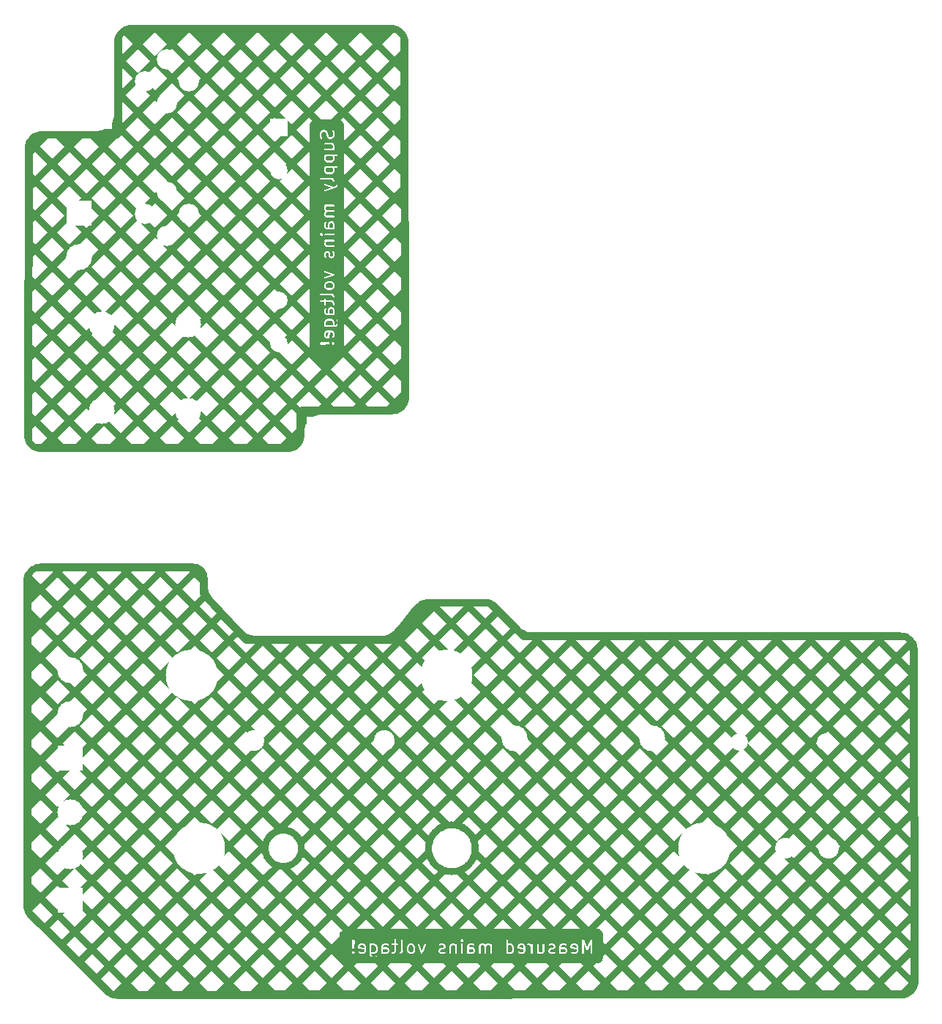
<source format=gbr>
%TF.GenerationSoftware,KiCad,Pcbnew,7.0.1*%
%TF.CreationDate,2023-05-06T23:45:57+02:00*%
%TF.ProjectId,PUE_mainboard,5055455f-6d61-4696-9e62-6f6172642e6b,rev?*%
%TF.SameCoordinates,Original*%
%TF.FileFunction,Legend,Bot*%
%TF.FilePolarity,Positive*%
%FSLAX46Y46*%
G04 Gerber Fmt 4.6, Leading zero omitted, Abs format (unit mm)*
G04 Created by KiCad (PCBNEW 7.0.1) date 2023-05-06 23:45:57*
%MOMM*%
%LPD*%
G01*
G04 APERTURE LIST*
%ADD10C,0.200000*%
%ADD11C,3.000000*%
%ADD12C,1.100000*%
%ADD13C,1.600000*%
%ADD14R,1.800000X1.800000*%
%ADD15C,1.800000*%
%ADD16R,3.000000X3.000000*%
%ADD17C,2.350000*%
%ADD18C,2.400000*%
%ADD19C,1.700000*%
%ADD20C,0.900000*%
%ADD21C,8.600000*%
%ADD22R,2.000000X1.905000*%
%ADD23O,2.000000X1.905000*%
%ADD24R,2.000000X2.000000*%
%ADD25C,2.000000*%
%ADD26R,1.700000X1.700000*%
%ADD27O,1.700000X1.700000*%
%ADD28C,3.500000*%
%ADD29C,6.000000*%
%ADD30O,1.600000X1.600000*%
G04 APERTURE END LIST*
D10*
G36*
X108058620Y-193870042D02*
G01*
X108107100Y-193918521D01*
X108160713Y-194025748D01*
X108160713Y-194407108D01*
X108107100Y-194514333D01*
X108058619Y-194562814D01*
X107951393Y-194616428D01*
X107712891Y-194616428D01*
X107646428Y-194583197D01*
X107646428Y-193849660D01*
X107712891Y-193816428D01*
X107951392Y-193816428D01*
X108058620Y-193870042D01*
G37*
G36*
X131329035Y-193862392D02*
G01*
X131374999Y-193954320D01*
X131374999Y-194094448D01*
X130860714Y-193991591D01*
X130860714Y-193954320D01*
X130906677Y-193862392D01*
X130998605Y-193816428D01*
X131237107Y-193816428D01*
X131329035Y-193862392D01*
G37*
G36*
X129588494Y-194245000D02*
G01*
X129608929Y-194245000D01*
X129629044Y-194248620D01*
X129637772Y-194245000D01*
X129951394Y-194245000D01*
X130043321Y-194290963D01*
X130089285Y-194382891D01*
X130089285Y-194478537D01*
X130043321Y-194570464D01*
X129951394Y-194616428D01*
X129641463Y-194616428D01*
X129575000Y-194583197D01*
X129575000Y-194236328D01*
X129588494Y-194245000D01*
G37*
G36*
X125186178Y-193862392D02*
G01*
X125232142Y-193954320D01*
X125232142Y-194094448D01*
X124717857Y-193991591D01*
X124717857Y-193954320D01*
X124763820Y-193862392D01*
X124855748Y-193816428D01*
X125094250Y-193816428D01*
X125186178Y-193862392D01*
G37*
G36*
X123844335Y-193870042D02*
G01*
X123892815Y-193918521D01*
X123946428Y-194025748D01*
X123946428Y-194407108D01*
X123892815Y-194514333D01*
X123844334Y-194562814D01*
X123737108Y-194616428D01*
X123498606Y-194616428D01*
X123432143Y-194583197D01*
X123432143Y-193849660D01*
X123498606Y-193816428D01*
X123737107Y-193816428D01*
X123844335Y-193870042D01*
G37*
G36*
X118945637Y-194245000D02*
G01*
X118966072Y-194245000D01*
X118986187Y-194248620D01*
X118994915Y-194245000D01*
X119308537Y-194245000D01*
X119400464Y-194290963D01*
X119446428Y-194382891D01*
X119446428Y-194478537D01*
X119400464Y-194570464D01*
X119308537Y-194616428D01*
X118998606Y-194616428D01*
X118932143Y-194583197D01*
X118932143Y-194236328D01*
X118945637Y-194245000D01*
G37*
G36*
X112415763Y-193870042D02*
G01*
X112464243Y-193918521D01*
X112517856Y-194025748D01*
X112517856Y-194407108D01*
X112464243Y-194514333D01*
X112415762Y-194562814D01*
X112308536Y-194616428D01*
X112141462Y-194616428D01*
X112034236Y-194562815D01*
X111985756Y-194514334D01*
X111932142Y-194407107D01*
X111932142Y-194025749D01*
X111985756Y-193918520D01*
X112034236Y-193870041D01*
X112141462Y-193816428D01*
X112308535Y-193816428D01*
X112415763Y-193870042D01*
G37*
G36*
X109017065Y-194245000D02*
G01*
X109037500Y-194245000D01*
X109057615Y-194248620D01*
X109066343Y-194245000D01*
X109379965Y-194245000D01*
X109471892Y-194290963D01*
X109517856Y-194382891D01*
X109517856Y-194478537D01*
X109471892Y-194570464D01*
X109379965Y-194616428D01*
X109070034Y-194616428D01*
X109003571Y-194583197D01*
X109003571Y-194236328D01*
X109017065Y-194245000D01*
G37*
G36*
X106757606Y-193862392D02*
G01*
X106803570Y-193954320D01*
X106803570Y-194094448D01*
X106289285Y-193991591D01*
X106289285Y-193954320D01*
X106335248Y-193862392D01*
X106427176Y-193816428D01*
X106665678Y-193816428D01*
X106757606Y-193862392D01*
G37*
G36*
X133989286Y-195414286D02*
G01*
X104474999Y-195414286D01*
X104474999Y-194637565D01*
X105371042Y-194637565D01*
X105375763Y-194659269D01*
X105377348Y-194681422D01*
X105381908Y-194687514D01*
X105383526Y-194694949D01*
X105399229Y-194710652D01*
X105412541Y-194728434D01*
X105419671Y-194731093D01*
X105457669Y-194769090D01*
X105458751Y-194772775D01*
X105472816Y-194784962D01*
X105483970Y-194799862D01*
X105494577Y-194803818D01*
X105503133Y-194811232D01*
X105514340Y-194812843D01*
X105524275Y-194818268D01*
X105531862Y-194817725D01*
X105538993Y-194820385D01*
X105550055Y-194817978D01*
X105561260Y-194819589D01*
X105571558Y-194814885D01*
X105582851Y-194814078D01*
X105588941Y-194809518D01*
X105596376Y-194807901D01*
X105604379Y-194799897D01*
X105614679Y-194795194D01*
X105620800Y-194785668D01*
X105629862Y-194778885D01*
X105632520Y-194771756D01*
X105683508Y-194720769D01*
X105701289Y-194707459D01*
X105709051Y-194686648D01*
X105719696Y-194667154D01*
X105719153Y-194659566D01*
X105721813Y-194652436D01*
X105717090Y-194630726D01*
X105715506Y-194608578D01*
X105710947Y-194602488D01*
X105709330Y-194595053D01*
X105693622Y-194579345D01*
X105680314Y-194561567D01*
X105673186Y-194558908D01*
X105635186Y-194520908D01*
X105634105Y-194517224D01*
X105620039Y-194505036D01*
X105608886Y-194490137D01*
X105598278Y-194486180D01*
X105589723Y-194478767D01*
X105578517Y-194477155D01*
X105568582Y-194471731D01*
X105560993Y-194472273D01*
X105553863Y-194469614D01*
X105542799Y-194472020D01*
X105531596Y-194470410D01*
X105521298Y-194475112D01*
X105510006Y-194475920D01*
X105503915Y-194480479D01*
X105496480Y-194482097D01*
X105488474Y-194490102D01*
X105478177Y-194494805D01*
X105472056Y-194504328D01*
X105462995Y-194511112D01*
X105460335Y-194518241D01*
X105409345Y-194569232D01*
X105391565Y-194582543D01*
X105383802Y-194603353D01*
X105373159Y-194622846D01*
X105373701Y-194630434D01*
X105371042Y-194637565D01*
X104474999Y-194637565D01*
X104474999Y-193266900D01*
X105372906Y-193266900D01*
X105375293Y-193295545D01*
X105377348Y-193324279D01*
X105377730Y-193324789D01*
X105446081Y-194144995D01*
X105445579Y-194151025D01*
X105446428Y-194155161D01*
X105446428Y-194159379D01*
X105447617Y-194163430D01*
X105447968Y-194167634D01*
X105450145Y-194173270D01*
X105454375Y-194193871D01*
X105457493Y-194197063D01*
X105458751Y-194201347D01*
X105462123Y-194204269D01*
X105463733Y-194208434D01*
X105480718Y-194220839D01*
X105495410Y-194235881D01*
X105499759Y-194236880D01*
X105503133Y-194239804D01*
X105507551Y-194240439D01*
X105511156Y-194243072D01*
X105532150Y-194244325D01*
X105552642Y-194249036D01*
X105556841Y-194247525D01*
X105561260Y-194248161D01*
X105565320Y-194246306D01*
X105569776Y-194246573D01*
X105588113Y-194236279D01*
X105607902Y-194229162D01*
X105610618Y-194225620D01*
X105614679Y-194223766D01*
X105617092Y-194220010D01*
X105620984Y-194217826D01*
X105630844Y-194199251D01*
X105643644Y-194182566D01*
X105644014Y-194178118D01*
X105646428Y-194174363D01*
X105646428Y-194169899D01*
X105648521Y-194165957D01*
X105646774Y-194144999D01*
X105653200Y-194067883D01*
X106085219Y-194067883D01*
X106089285Y-194085172D01*
X106089285Y-194087950D01*
X106092566Y-194099125D01*
X106098663Y-194125049D01*
X106100779Y-194127095D01*
X106101608Y-194129918D01*
X106121734Y-194147357D01*
X106140881Y-194165871D01*
X106143766Y-194166448D01*
X106145990Y-194168375D01*
X106172350Y-194172164D01*
X106803570Y-194298408D01*
X106803570Y-194478537D01*
X106757606Y-194570464D01*
X106665679Y-194616428D01*
X106427176Y-194616428D01*
X106292573Y-194549127D01*
X106249525Y-194541380D01*
X106195280Y-194563878D01*
X106161810Y-194612131D01*
X106159740Y-194670821D01*
X106189729Y-194721311D01*
X106354029Y-194803460D01*
X106374207Y-194816428D01*
X106394643Y-194816428D01*
X106414758Y-194820048D01*
X106423486Y-194816428D01*
X106683900Y-194816428D01*
X106707743Y-194819002D01*
X106726019Y-194809863D01*
X106745632Y-194804105D01*
X106751820Y-194796963D01*
X106854075Y-194745835D01*
X106857963Y-194745973D01*
X106880108Y-194732819D01*
X106889724Y-194728012D01*
X106892410Y-194725512D01*
X106908454Y-194715984D01*
X106913495Y-194705900D01*
X106921751Y-194698222D01*
X106926373Y-194680143D01*
X106990607Y-194551675D01*
X107003570Y-194531505D01*
X107003570Y-194511071D01*
X107007190Y-194490953D01*
X107003570Y-194482225D01*
X107003570Y-194233606D01*
X107007637Y-194222116D01*
X107003570Y-194204824D01*
X107003570Y-193936099D01*
X107006144Y-193912256D01*
X106997005Y-193893979D01*
X106991247Y-193874367D01*
X106984105Y-193868178D01*
X106945781Y-193791531D01*
X107442271Y-193791531D01*
X107446428Y-193804039D01*
X107446428Y-194643234D01*
X107445455Y-194670821D01*
X107446428Y-194672459D01*
X107446428Y-194925329D01*
X107443854Y-194949172D01*
X107452992Y-194967448D01*
X107458751Y-194987061D01*
X107465892Y-194993249D01*
X107522805Y-195107076D01*
X107526383Y-195123519D01*
X107545857Y-195142993D01*
X107564634Y-195163180D01*
X107566528Y-195163664D01*
X107609708Y-195206844D01*
X107618301Y-195221311D01*
X107642934Y-195233627D01*
X107667131Y-195246840D01*
X107669080Y-195246700D01*
X107782601Y-195303460D01*
X107802779Y-195316428D01*
X107823215Y-195316428D01*
X107843330Y-195320048D01*
X107852058Y-195316428D01*
X108041043Y-195316428D01*
X108064886Y-195319002D01*
X108083162Y-195309863D01*
X108102775Y-195304105D01*
X108108963Y-195296963D01*
X108246867Y-195228012D01*
X108278894Y-195198222D01*
X108293443Y-195141327D01*
X108274922Y-195085599D01*
X108229213Y-195048729D01*
X108170827Y-195042426D01*
X108022822Y-195116428D01*
X107855748Y-195116428D01*
X107748522Y-195062815D01*
X107700041Y-195014334D01*
X107646428Y-194907108D01*
X107646428Y-194807756D01*
X107659922Y-194816428D01*
X107680358Y-194816428D01*
X107700473Y-194820048D01*
X107709201Y-194816428D01*
X107969614Y-194816428D01*
X107993457Y-194819002D01*
X108011733Y-194809863D01*
X108031346Y-194804105D01*
X108037534Y-194796963D01*
X108151361Y-194740050D01*
X108167804Y-194736473D01*
X108187278Y-194716998D01*
X108207465Y-194698222D01*
X108207949Y-194696327D01*
X108251129Y-194653147D01*
X108265596Y-194644555D01*
X108277912Y-194619921D01*
X108291125Y-194595725D01*
X108290985Y-194593775D01*
X108347745Y-194480254D01*
X108360713Y-194460077D01*
X108360713Y-194439641D01*
X108364333Y-194419526D01*
X108360713Y-194410798D01*
X108360713Y-194007527D01*
X108363287Y-193983684D01*
X108354148Y-193965407D01*
X108348390Y-193945795D01*
X108343898Y-193941902D01*
X108799951Y-193941902D01*
X108803571Y-193950630D01*
X108803571Y-194071804D01*
X108802598Y-194099391D01*
X108803571Y-194101029D01*
X108803571Y-194643234D01*
X108802598Y-194670821D01*
X108803571Y-194672459D01*
X108803571Y-194730807D01*
X108815894Y-194772775D01*
X108860276Y-194811232D01*
X108918403Y-194819589D01*
X108971822Y-194795194D01*
X108973896Y-194791965D01*
X108996887Y-194803460D01*
X109017065Y-194816428D01*
X109037501Y-194816428D01*
X109057616Y-194820048D01*
X109066344Y-194816428D01*
X109398186Y-194816428D01*
X109422029Y-194819002D01*
X109440305Y-194809863D01*
X109459918Y-194804105D01*
X109466106Y-194796963D01*
X109568361Y-194745835D01*
X109572249Y-194745973D01*
X109594394Y-194732819D01*
X109597513Y-194731260D01*
X109943267Y-194731260D01*
X109967662Y-194784679D01*
X110017065Y-194816428D01*
X110183900Y-194816428D01*
X110207743Y-194819002D01*
X110226019Y-194809863D01*
X110245632Y-194804105D01*
X110251820Y-194796963D01*
X110354075Y-194745835D01*
X110357962Y-194745973D01*
X110380102Y-194732822D01*
X110389724Y-194728012D01*
X110392412Y-194725511D01*
X110401521Y-194720101D01*
X110870842Y-194720101D01*
X110889362Y-194775829D01*
X110935071Y-194812699D01*
X110993457Y-194819002D01*
X111139789Y-194745835D01*
X111143676Y-194745973D01*
X111165816Y-194732822D01*
X111175438Y-194728012D01*
X111178126Y-194725511D01*
X111194167Y-194715984D01*
X111199207Y-194705902D01*
X111207465Y-194698222D01*
X111212088Y-194680140D01*
X111276317Y-194551683D01*
X111289285Y-194531505D01*
X111289285Y-194511069D01*
X111292905Y-194490954D01*
X111289285Y-194482226D01*
X111289285Y-194013330D01*
X111728522Y-194013330D01*
X111732142Y-194022058D01*
X111732142Y-194425330D01*
X111729568Y-194449173D01*
X111738706Y-194467450D01*
X111744465Y-194487061D01*
X111751606Y-194493248D01*
X111808520Y-194607075D01*
X111812097Y-194623518D01*
X111831582Y-194643003D01*
X111850350Y-194663180D01*
X111852241Y-194663663D01*
X111895423Y-194706846D01*
X111904015Y-194721311D01*
X111928640Y-194733623D01*
X111952845Y-194746840D01*
X111954794Y-194746700D01*
X112068315Y-194803460D01*
X112088493Y-194816428D01*
X112108929Y-194816428D01*
X112129044Y-194820048D01*
X112137772Y-194816428D01*
X112326757Y-194816428D01*
X112350600Y-194819002D01*
X112368876Y-194809863D01*
X112388489Y-194804105D01*
X112394677Y-194796963D01*
X112508504Y-194740050D01*
X112524947Y-194736473D01*
X112544421Y-194716998D01*
X112564608Y-194698222D01*
X112565092Y-194696327D01*
X112608272Y-194653147D01*
X112622739Y-194644555D01*
X112635055Y-194619921D01*
X112648268Y-194595725D01*
X112648128Y-194593775D01*
X112704888Y-194480254D01*
X112717856Y-194460077D01*
X112717856Y-194439641D01*
X112721476Y-194419526D01*
X112717856Y-194410798D01*
X112717856Y-194007527D01*
X112720430Y-193983684D01*
X112711291Y-193965407D01*
X112705533Y-193945795D01*
X112698391Y-193939606D01*
X112641478Y-193825780D01*
X112637901Y-193809336D01*
X112618411Y-193789846D01*
X112599650Y-193769677D01*
X112597757Y-193769193D01*
X112554573Y-193726009D01*
X112552435Y-193722409D01*
X113013806Y-193722409D01*
X113373998Y-194730948D01*
X113373478Y-194740003D01*
X113383704Y-194758124D01*
X113385661Y-194763603D01*
X113390733Y-194770580D01*
X113402340Y-194791147D01*
X113407770Y-194794014D01*
X113411381Y-194798981D01*
X113433385Y-194807540D01*
X113454270Y-194818568D01*
X113460390Y-194818044D01*
X113466112Y-194820270D01*
X113489245Y-194815575D01*
X113512782Y-194813561D01*
X113517648Y-194809810D01*
X113523664Y-194808590D01*
X113540592Y-194792128D01*
X113559297Y-194777714D01*
X113561361Y-194771932D01*
X113565766Y-194767650D01*
X113571109Y-194744640D01*
X113679230Y-194441902D01*
X115371379Y-194441902D01*
X115374999Y-194450630D01*
X115374999Y-194496757D01*
X115372425Y-194520600D01*
X115381563Y-194538876D01*
X115387322Y-194558489D01*
X115394463Y-194564677D01*
X115445592Y-194666934D01*
X115445455Y-194670821D01*
X115458606Y-194692963D01*
X115463416Y-194702582D01*
X115465916Y-194705270D01*
X115475444Y-194721311D01*
X115485525Y-194726351D01*
X115493206Y-194734609D01*
X115511286Y-194739232D01*
X115639744Y-194803460D01*
X115659922Y-194816428D01*
X115680358Y-194816428D01*
X115700473Y-194820048D01*
X115709201Y-194816428D01*
X115969614Y-194816428D01*
X115993457Y-194819002D01*
X116011733Y-194809863D01*
X116031346Y-194804105D01*
X116037534Y-194796963D01*
X116175438Y-194728012D01*
X116207465Y-194698222D01*
X116222014Y-194641327D01*
X116203493Y-194585599D01*
X116157784Y-194548729D01*
X116099398Y-194542426D01*
X115951393Y-194616428D01*
X115712891Y-194616428D01*
X115620963Y-194570464D01*
X115574999Y-194478536D01*
X115574999Y-194454321D01*
X115620963Y-194362392D01*
X115712891Y-194316428D01*
X115898186Y-194316428D01*
X115922029Y-194319002D01*
X115940305Y-194309863D01*
X115959918Y-194304105D01*
X115966106Y-194296963D01*
X116068361Y-194245835D01*
X116072249Y-194245973D01*
X116094394Y-194232819D01*
X116104010Y-194228012D01*
X116106696Y-194225512D01*
X116122740Y-194215984D01*
X116127781Y-194205900D01*
X116136037Y-194198222D01*
X116140659Y-194180143D01*
X116204893Y-194051675D01*
X116217856Y-194031505D01*
X116217856Y-194011071D01*
X116221476Y-193990953D01*
X116217856Y-193982225D01*
X116217856Y-193941902D01*
X116657094Y-193941902D01*
X116660714Y-193950630D01*
X116660714Y-194730807D01*
X116673037Y-194772775D01*
X116717419Y-194811232D01*
X116775546Y-194819589D01*
X116828965Y-194795194D01*
X116860714Y-194745791D01*
X116860714Y-193954320D01*
X116906677Y-193862392D01*
X116998605Y-193816428D01*
X117165678Y-193816428D01*
X117272906Y-193870042D01*
X117303571Y-193900707D01*
X117303571Y-194730807D01*
X117315894Y-194772775D01*
X117360276Y-194811232D01*
X117418403Y-194819589D01*
X117471822Y-194795194D01*
X117503571Y-194745791D01*
X117503571Y-194730807D01*
X118017857Y-194730807D01*
X118030180Y-194772775D01*
X118074562Y-194811232D01*
X118132689Y-194819589D01*
X118186108Y-194795194D01*
X118217857Y-194745791D01*
X118217857Y-193941902D01*
X118728523Y-193941902D01*
X118732143Y-193950630D01*
X118732143Y-194071804D01*
X118731170Y-194099391D01*
X118732143Y-194101029D01*
X118732143Y-194643234D01*
X118731170Y-194670821D01*
X118732143Y-194672459D01*
X118732143Y-194730807D01*
X118744466Y-194772775D01*
X118788848Y-194811232D01*
X118846975Y-194819589D01*
X118900394Y-194795194D01*
X118902468Y-194791965D01*
X118925459Y-194803460D01*
X118945637Y-194816428D01*
X118966073Y-194816428D01*
X118986188Y-194820048D01*
X118994916Y-194816428D01*
X119326758Y-194816428D01*
X119350601Y-194819002D01*
X119368877Y-194809863D01*
X119388490Y-194804105D01*
X119394678Y-194796963D01*
X119496933Y-194745835D01*
X119500821Y-194745973D01*
X119522966Y-194732819D01*
X119532582Y-194728012D01*
X119535268Y-194725512D01*
X119551312Y-194715984D01*
X119556353Y-194705900D01*
X119564609Y-194698222D01*
X119569231Y-194680143D01*
X119633465Y-194551675D01*
X119646428Y-194531505D01*
X119646428Y-194511071D01*
X119650048Y-194490953D01*
X119646428Y-194482225D01*
X119646428Y-194364670D01*
X119649002Y-194340827D01*
X119639863Y-194322550D01*
X119634105Y-194302938D01*
X119626963Y-194296749D01*
X119575835Y-194194494D01*
X119575973Y-194190608D01*
X119562822Y-194168467D01*
X119558012Y-194158846D01*
X119555511Y-194156157D01*
X119545984Y-194140117D01*
X119535901Y-194135075D01*
X119528222Y-194126820D01*
X119510144Y-194122197D01*
X119381683Y-194057967D01*
X119361506Y-194045000D01*
X119341070Y-194045000D01*
X119320955Y-194041380D01*
X119312227Y-194045000D01*
X118998607Y-194045000D01*
X118932143Y-194011768D01*
X118932143Y-193954320D01*
X118938352Y-193941902D01*
X120085665Y-193941902D01*
X120089285Y-193950630D01*
X120089285Y-194730807D01*
X120101608Y-194772775D01*
X120145990Y-194811232D01*
X120204117Y-194819589D01*
X120257536Y-194795194D01*
X120289285Y-194745791D01*
X120289285Y-193954321D01*
X120335249Y-193862392D01*
X120427177Y-193816428D01*
X120594250Y-193816428D01*
X120686178Y-193862392D01*
X120732143Y-193954320D01*
X120732143Y-194730807D01*
X120744466Y-194772775D01*
X120788848Y-194811232D01*
X120846975Y-194819589D01*
X120900394Y-194795194D01*
X120932143Y-194745791D01*
X120932143Y-193954320D01*
X120978106Y-193862392D01*
X121070034Y-193816428D01*
X121237107Y-193816428D01*
X121344335Y-193870042D01*
X121375000Y-193900707D01*
X121375000Y-194730807D01*
X121387323Y-194772775D01*
X121431705Y-194811232D01*
X121489832Y-194819589D01*
X121543251Y-194795194D01*
X121575000Y-194745791D01*
X121575000Y-193877328D01*
X121578957Y-193866719D01*
X121575000Y-193848531D01*
X121575000Y-193791531D01*
X123227986Y-193791531D01*
X123232143Y-193804039D01*
X123232143Y-194643234D01*
X123231170Y-194670821D01*
X123232143Y-194672459D01*
X123232143Y-194730807D01*
X123244466Y-194772775D01*
X123288848Y-194811232D01*
X123346975Y-194819589D01*
X123400394Y-194795194D01*
X123402468Y-194791965D01*
X123425459Y-194803460D01*
X123445637Y-194816428D01*
X123466073Y-194816428D01*
X123486188Y-194820048D01*
X123494916Y-194816428D01*
X123755329Y-194816428D01*
X123779172Y-194819002D01*
X123797448Y-194809863D01*
X123817061Y-194804105D01*
X123823249Y-194796963D01*
X123937076Y-194740050D01*
X123953519Y-194736473D01*
X123972993Y-194716998D01*
X123993180Y-194698222D01*
X123993664Y-194696327D01*
X124036844Y-194653147D01*
X124051311Y-194644555D01*
X124063627Y-194619921D01*
X124076840Y-194595725D01*
X124076700Y-194593775D01*
X124133460Y-194480254D01*
X124146428Y-194460077D01*
X124146428Y-194439641D01*
X124150048Y-194419526D01*
X124146428Y-194410798D01*
X124146428Y-194067883D01*
X124513791Y-194067883D01*
X124517857Y-194085172D01*
X124517857Y-194087950D01*
X124521138Y-194099125D01*
X124527235Y-194125049D01*
X124529351Y-194127095D01*
X124530180Y-194129918D01*
X124550306Y-194147357D01*
X124569453Y-194165871D01*
X124572338Y-194166448D01*
X124574562Y-194168375D01*
X124600922Y-194172164D01*
X125232142Y-194298408D01*
X125232142Y-194478537D01*
X125186178Y-194570464D01*
X125094251Y-194616428D01*
X124855748Y-194616428D01*
X124721145Y-194549127D01*
X124678097Y-194541380D01*
X124623852Y-194563878D01*
X124590382Y-194612131D01*
X124588312Y-194670821D01*
X124618301Y-194721311D01*
X124782601Y-194803460D01*
X124802779Y-194816428D01*
X124823215Y-194816428D01*
X124843330Y-194820048D01*
X124852058Y-194816428D01*
X125112472Y-194816428D01*
X125136315Y-194819002D01*
X125154591Y-194809863D01*
X125174204Y-194804105D01*
X125180392Y-194796963D01*
X125282647Y-194745835D01*
X125286535Y-194745973D01*
X125308680Y-194732819D01*
X125318296Y-194728012D01*
X125320982Y-194725512D01*
X125337026Y-194715984D01*
X125342067Y-194705900D01*
X125350323Y-194698222D01*
X125354945Y-194680143D01*
X125419179Y-194551675D01*
X125432142Y-194531505D01*
X125432142Y-194511071D01*
X125435762Y-194490953D01*
X125432142Y-194482225D01*
X125432142Y-194233606D01*
X125436209Y-194222116D01*
X125432142Y-194204824D01*
X125432142Y-193936099D01*
X125434716Y-193912256D01*
X125425577Y-193893979D01*
X125419819Y-193874367D01*
X125412677Y-193868178D01*
X125361549Y-193765923D01*
X125361687Y-193762037D01*
X125348536Y-193739896D01*
X125344218Y-193731260D01*
X125657552Y-193731260D01*
X125681947Y-193784679D01*
X125731350Y-193816428D01*
X125879964Y-193816428D01*
X125987191Y-193870041D01*
X126035671Y-193918522D01*
X126089285Y-194025748D01*
X126089285Y-194730807D01*
X126101608Y-194772775D01*
X126145990Y-194811232D01*
X126204117Y-194819589D01*
X126257536Y-194795194D01*
X126289285Y-194745791D01*
X126289285Y-194566135D01*
X126799614Y-194566135D01*
X126803571Y-194584325D01*
X126803571Y-194730807D01*
X126815894Y-194772775D01*
X126860276Y-194811232D01*
X126918403Y-194819589D01*
X126971822Y-194795194D01*
X126991266Y-194764936D01*
X127068315Y-194803460D01*
X127088493Y-194816428D01*
X127108929Y-194816428D01*
X127129044Y-194820048D01*
X127137772Y-194816428D01*
X127326757Y-194816428D01*
X127350600Y-194819002D01*
X127368876Y-194809863D01*
X127388489Y-194804105D01*
X127394677Y-194796963D01*
X127496932Y-194745835D01*
X127500819Y-194745973D01*
X127522959Y-194732822D01*
X127532581Y-194728012D01*
X127535269Y-194725511D01*
X127551310Y-194715984D01*
X127556350Y-194705902D01*
X127564608Y-194698222D01*
X127569231Y-194680140D01*
X127633460Y-194551683D01*
X127646428Y-194531505D01*
X127646428Y-194511069D01*
X127650048Y-194490954D01*
X127646428Y-194482226D01*
X127646428Y-194441902D01*
X128085665Y-194441902D01*
X128089285Y-194450630D01*
X128089285Y-194496757D01*
X128086711Y-194520600D01*
X128095849Y-194538876D01*
X128101608Y-194558489D01*
X128108749Y-194564677D01*
X128159878Y-194666934D01*
X128159741Y-194670821D01*
X128172892Y-194692963D01*
X128177702Y-194702582D01*
X128180202Y-194705270D01*
X128189730Y-194721311D01*
X128199811Y-194726351D01*
X128207492Y-194734609D01*
X128225572Y-194739232D01*
X128354030Y-194803460D01*
X128374208Y-194816428D01*
X128394644Y-194816428D01*
X128414759Y-194820048D01*
X128423487Y-194816428D01*
X128683900Y-194816428D01*
X128707743Y-194819002D01*
X128726019Y-194809863D01*
X128745632Y-194804105D01*
X128751820Y-194796963D01*
X128889724Y-194728012D01*
X128921751Y-194698222D01*
X128936300Y-194641327D01*
X128917779Y-194585599D01*
X128872070Y-194548729D01*
X128813684Y-194542426D01*
X128665679Y-194616428D01*
X128427177Y-194616428D01*
X128335249Y-194570464D01*
X128289285Y-194478536D01*
X128289285Y-194454321D01*
X128335249Y-194362392D01*
X128427177Y-194316428D01*
X128612472Y-194316428D01*
X128636315Y-194319002D01*
X128654591Y-194309863D01*
X128674204Y-194304105D01*
X128680392Y-194296963D01*
X128782647Y-194245835D01*
X128786535Y-194245973D01*
X128808680Y-194232819D01*
X128818296Y-194228012D01*
X128820982Y-194225512D01*
X128837026Y-194215984D01*
X128842067Y-194205900D01*
X128850323Y-194198222D01*
X128854945Y-194180143D01*
X128919179Y-194051675D01*
X128932142Y-194031505D01*
X128932142Y-194011071D01*
X128935762Y-193990953D01*
X128932142Y-193982225D01*
X128932142Y-193941902D01*
X129371380Y-193941902D01*
X129375000Y-193950630D01*
X129375000Y-194071804D01*
X129374027Y-194099391D01*
X129375000Y-194101029D01*
X129375000Y-194643234D01*
X129374027Y-194670821D01*
X129375000Y-194672459D01*
X129375000Y-194730807D01*
X129387323Y-194772775D01*
X129431705Y-194811232D01*
X129489832Y-194819589D01*
X129543251Y-194795194D01*
X129545325Y-194791965D01*
X129568316Y-194803460D01*
X129588494Y-194816428D01*
X129608930Y-194816428D01*
X129629045Y-194820048D01*
X129637773Y-194816428D01*
X129969615Y-194816428D01*
X129993458Y-194819002D01*
X130011734Y-194809863D01*
X130031347Y-194804105D01*
X130037535Y-194796963D01*
X130139790Y-194745835D01*
X130143678Y-194745973D01*
X130165823Y-194732819D01*
X130175439Y-194728012D01*
X130178125Y-194725512D01*
X130194169Y-194715984D01*
X130199210Y-194705900D01*
X130207466Y-194698222D01*
X130212088Y-194680143D01*
X130276322Y-194551675D01*
X130289285Y-194531505D01*
X130289285Y-194511071D01*
X130292905Y-194490953D01*
X130289285Y-194482225D01*
X130289285Y-194364670D01*
X130291859Y-194340827D01*
X130282720Y-194322550D01*
X130276962Y-194302938D01*
X130269820Y-194296749D01*
X130218692Y-194194494D01*
X130218830Y-194190608D01*
X130205679Y-194168467D01*
X130200869Y-194158846D01*
X130198368Y-194156157D01*
X130188841Y-194140117D01*
X130178758Y-194135075D01*
X130171079Y-194126820D01*
X130153001Y-194122197D01*
X130044372Y-194067883D01*
X130656648Y-194067883D01*
X130660714Y-194085172D01*
X130660714Y-194087950D01*
X130663995Y-194099125D01*
X130670092Y-194125049D01*
X130672208Y-194127095D01*
X130673037Y-194129918D01*
X130693163Y-194147357D01*
X130712310Y-194165871D01*
X130715195Y-194166448D01*
X130717419Y-194168375D01*
X130743779Y-194172164D01*
X131374999Y-194298408D01*
X131374999Y-194478537D01*
X131329035Y-194570464D01*
X131237108Y-194616428D01*
X130998605Y-194616428D01*
X130864002Y-194549127D01*
X130820954Y-194541380D01*
X130766709Y-194563878D01*
X130733239Y-194612131D01*
X130731169Y-194670821D01*
X130761158Y-194721311D01*
X130925458Y-194803460D01*
X130945636Y-194816428D01*
X130966072Y-194816428D01*
X130986187Y-194820048D01*
X130994915Y-194816428D01*
X131255329Y-194816428D01*
X131279172Y-194819002D01*
X131297448Y-194809863D01*
X131317061Y-194804105D01*
X131323249Y-194796963D01*
X131425504Y-194745835D01*
X131429392Y-194745973D01*
X131451537Y-194732819D01*
X131461153Y-194728012D01*
X131463839Y-194725512D01*
X131479883Y-194715984D01*
X131484924Y-194705900D01*
X131493180Y-194698222D01*
X131497802Y-194680143D01*
X131562036Y-194551675D01*
X131574999Y-194531505D01*
X131574999Y-194511071D01*
X131578619Y-194490953D01*
X131574999Y-194482225D01*
X131574999Y-194233606D01*
X131579066Y-194222116D01*
X131574999Y-194204824D01*
X131574999Y-193936099D01*
X131577573Y-193912256D01*
X131568434Y-193893979D01*
X131562676Y-193874367D01*
X131555534Y-193868178D01*
X131504406Y-193765923D01*
X131504544Y-193762037D01*
X131491393Y-193739896D01*
X131486583Y-193730275D01*
X131484082Y-193727586D01*
X131474555Y-193711546D01*
X131464472Y-193706504D01*
X131456793Y-193698249D01*
X131438716Y-193693626D01*
X131310252Y-193629393D01*
X131290077Y-193616428D01*
X131269642Y-193616428D01*
X131249526Y-193612808D01*
X131240798Y-193616428D01*
X130980383Y-193616428D01*
X130956540Y-193613854D01*
X130938262Y-193622992D01*
X130918652Y-193628751D01*
X130912464Y-193635891D01*
X130810206Y-193687021D01*
X130806322Y-193686884D01*
X130784187Y-193700030D01*
X130774559Y-193704845D01*
X130771869Y-193707347D01*
X130755831Y-193716873D01*
X130750789Y-193726955D01*
X130742533Y-193734636D01*
X130737910Y-193752714D01*
X130673681Y-193881173D01*
X130660714Y-193901351D01*
X130660714Y-193921787D01*
X130657094Y-193941902D01*
X130660714Y-193950630D01*
X130660714Y-194056395D01*
X130656648Y-194067883D01*
X130044372Y-194067883D01*
X130024540Y-194057967D01*
X130004363Y-194045000D01*
X129983927Y-194045000D01*
X129963812Y-194041380D01*
X129955084Y-194045000D01*
X129641464Y-194045000D01*
X129575000Y-194011768D01*
X129575000Y-193954320D01*
X129620963Y-193862392D01*
X129712891Y-193816428D01*
X129951393Y-193816428D01*
X130085996Y-193883730D01*
X130129044Y-193891477D01*
X130183290Y-193868979D01*
X130216760Y-193820726D01*
X130218830Y-193762037D01*
X130188841Y-193711546D01*
X130024538Y-193629393D01*
X130004363Y-193616428D01*
X129983928Y-193616428D01*
X129963812Y-193612808D01*
X129955084Y-193616428D01*
X129694669Y-193616428D01*
X129670826Y-193613854D01*
X129652548Y-193622992D01*
X129632938Y-193628751D01*
X129626750Y-193635891D01*
X129524492Y-193687021D01*
X129520608Y-193686884D01*
X129498473Y-193700030D01*
X129488845Y-193704845D01*
X129486155Y-193707347D01*
X129470117Y-193716873D01*
X129465075Y-193726955D01*
X129456819Y-193734636D01*
X129452196Y-193752714D01*
X129387967Y-193881173D01*
X129375000Y-193901351D01*
X129375000Y-193921787D01*
X129371380Y-193941902D01*
X128932142Y-193941902D01*
X128932142Y-193936099D01*
X128934716Y-193912256D01*
X128925577Y-193893979D01*
X128919819Y-193874367D01*
X128912677Y-193868178D01*
X128861549Y-193765923D01*
X128861687Y-193762037D01*
X128848536Y-193739896D01*
X128843726Y-193730275D01*
X128841225Y-193727586D01*
X128831698Y-193711546D01*
X128821615Y-193706504D01*
X128813936Y-193698249D01*
X128795859Y-193693626D01*
X128667395Y-193629393D01*
X128647220Y-193616428D01*
X128626785Y-193616428D01*
X128606669Y-193612808D01*
X128597941Y-193616428D01*
X128408955Y-193616428D01*
X128385112Y-193613854D01*
X128366834Y-193622992D01*
X128347224Y-193628751D01*
X128341036Y-193635891D01*
X128203131Y-193704845D01*
X128171105Y-193734636D01*
X128156557Y-193791531D01*
X128175077Y-193847258D01*
X128220787Y-193884128D01*
X128279173Y-193890431D01*
X128427177Y-193816428D01*
X128594250Y-193816428D01*
X128686178Y-193862392D01*
X128732142Y-193954320D01*
X128732142Y-193978537D01*
X128686178Y-194070464D01*
X128594251Y-194116428D01*
X128408955Y-194116428D01*
X128385112Y-194113854D01*
X128366834Y-194122992D01*
X128347224Y-194128751D01*
X128341036Y-194135891D01*
X128238778Y-194187021D01*
X128234894Y-194186884D01*
X128212759Y-194200030D01*
X128203131Y-194204845D01*
X128200441Y-194207347D01*
X128184403Y-194216873D01*
X128179361Y-194226955D01*
X128171105Y-194234636D01*
X128166482Y-194252713D01*
X128102250Y-194381175D01*
X128089285Y-194401351D01*
X128089285Y-194421786D01*
X128085665Y-194441902D01*
X127646428Y-194441902D01*
X127646428Y-193702049D01*
X127634105Y-193660081D01*
X127589723Y-193621624D01*
X127531596Y-193613267D01*
X127478177Y-193637662D01*
X127446428Y-193687065D01*
X127446428Y-194478536D01*
X127400463Y-194570464D01*
X127308536Y-194616428D01*
X127141462Y-194616428D01*
X127034236Y-194562815D01*
X127003571Y-194532150D01*
X127003571Y-193702049D01*
X126991248Y-193660081D01*
X126946866Y-193621624D01*
X126888739Y-193613267D01*
X126835320Y-193637662D01*
X126803571Y-193687065D01*
X126803571Y-194555527D01*
X126799614Y-194566135D01*
X126289285Y-194566135D01*
X126289285Y-194007526D01*
X126291859Y-193983683D01*
X126289285Y-193978535D01*
X126289285Y-193702049D01*
X126276962Y-193660081D01*
X126232580Y-193621624D01*
X126174453Y-193613267D01*
X126121034Y-193637662D01*
X126089285Y-193687065D01*
X126089285Y-193697322D01*
X126068582Y-193686017D01*
X126066632Y-193686156D01*
X125953111Y-193629395D01*
X125932933Y-193616428D01*
X125912497Y-193616428D01*
X125892382Y-193612808D01*
X125883654Y-193616428D01*
X125746334Y-193616428D01*
X125704366Y-193628751D01*
X125665909Y-193673133D01*
X125657552Y-193731260D01*
X125344218Y-193731260D01*
X125343726Y-193730275D01*
X125341225Y-193727586D01*
X125331698Y-193711546D01*
X125321615Y-193706504D01*
X125313936Y-193698249D01*
X125295859Y-193693626D01*
X125167395Y-193629393D01*
X125147220Y-193616428D01*
X125126785Y-193616428D01*
X125106669Y-193612808D01*
X125097941Y-193616428D01*
X124837526Y-193616428D01*
X124813683Y-193613854D01*
X124795405Y-193622992D01*
X124775795Y-193628751D01*
X124769607Y-193635891D01*
X124667349Y-193687021D01*
X124663465Y-193686884D01*
X124641330Y-193700030D01*
X124631702Y-193704845D01*
X124629012Y-193707347D01*
X124612974Y-193716873D01*
X124607932Y-193726955D01*
X124599676Y-193734636D01*
X124595053Y-193752714D01*
X124530824Y-193881173D01*
X124517857Y-193901351D01*
X124517857Y-193921787D01*
X124514237Y-193941902D01*
X124517857Y-193950630D01*
X124517857Y-194056395D01*
X124513791Y-194067883D01*
X124146428Y-194067883D01*
X124146428Y-194007527D01*
X124149002Y-193983684D01*
X124139863Y-193965407D01*
X124134105Y-193945795D01*
X124126963Y-193939606D01*
X124070050Y-193825780D01*
X124066473Y-193809336D01*
X124046983Y-193789846D01*
X124028222Y-193769677D01*
X124026329Y-193769193D01*
X123983145Y-193726009D01*
X123974555Y-193711546D01*
X123949934Y-193699235D01*
X123925724Y-193686016D01*
X123923774Y-193686155D01*
X123810252Y-193629393D01*
X123790077Y-193616428D01*
X123769642Y-193616428D01*
X123749526Y-193612808D01*
X123740798Y-193616428D01*
X123480384Y-193616428D01*
X123456541Y-193613854D01*
X123438263Y-193622992D01*
X123432143Y-193624790D01*
X123432143Y-193232108D01*
X132014821Y-193232108D01*
X132017857Y-193238614D01*
X132017857Y-194730807D01*
X132030180Y-194772775D01*
X132074562Y-194811232D01*
X132132689Y-194819589D01*
X132186108Y-194795194D01*
X132217857Y-194745791D01*
X132217857Y-193667185D01*
X132526875Y-194329367D01*
X132538533Y-194355458D01*
X132551773Y-194364122D01*
X132562234Y-194375995D01*
X132575837Y-194379868D01*
X132587672Y-194387612D01*
X132603494Y-194387742D01*
X132618715Y-194392076D01*
X132632253Y-194387979D01*
X132646396Y-194388096D01*
X132659777Y-194379650D01*
X132674923Y-194375068D01*
X132684097Y-194364302D01*
X132696058Y-194356754D01*
X132702748Y-194342416D01*
X132713014Y-194330371D01*
X132714911Y-194316352D01*
X133017857Y-193667184D01*
X133017857Y-194730807D01*
X133030180Y-194772775D01*
X133074562Y-194811232D01*
X133132689Y-194819589D01*
X133186108Y-194795194D01*
X133217857Y-194745791D01*
X133217857Y-193223996D01*
X133221137Y-193202444D01*
X133211906Y-193181784D01*
X133205534Y-193160081D01*
X133200110Y-193155381D01*
X133197182Y-193148827D01*
X133178248Y-193136438D01*
X133161152Y-193121624D01*
X133154047Y-193120602D01*
X133148042Y-193116673D01*
X133125418Y-193116486D01*
X133103025Y-193113267D01*
X133096496Y-193116248D01*
X133089318Y-193116189D01*
X133070183Y-193128264D01*
X133049606Y-193137662D01*
X133045725Y-193143700D01*
X133039656Y-193147531D01*
X133030089Y-193168030D01*
X133017857Y-193187065D01*
X133017857Y-193194243D01*
X132617857Y-194051385D01*
X132211674Y-193180993D01*
X132205534Y-193160081D01*
X132188437Y-193145266D01*
X132173480Y-193128290D01*
X132166576Y-193126324D01*
X132161152Y-193121624D01*
X132138759Y-193118404D01*
X132116999Y-193112209D01*
X132110127Y-193114288D01*
X132103025Y-193113267D01*
X132082449Y-193122663D01*
X132060791Y-193129217D01*
X132056135Y-193134680D01*
X132049606Y-193137662D01*
X132037375Y-193156693D01*
X132022700Y-193173914D01*
X132021736Y-193181027D01*
X132017857Y-193187065D01*
X132017857Y-193209684D01*
X132014821Y-193232108D01*
X123432143Y-193232108D01*
X123432143Y-193202049D01*
X123419820Y-193160081D01*
X123375438Y-193121624D01*
X123317311Y-193113267D01*
X123263892Y-193137662D01*
X123232143Y-193187065D01*
X123232143Y-193775274D01*
X123227986Y-193791531D01*
X121575000Y-193791531D01*
X121575000Y-193702049D01*
X121562677Y-193660081D01*
X121518295Y-193621624D01*
X121460168Y-193613267D01*
X121406749Y-193637662D01*
X121387303Y-193667919D01*
X121310252Y-193629393D01*
X121290077Y-193616428D01*
X121269642Y-193616428D01*
X121249526Y-193612808D01*
X121240798Y-193616428D01*
X121051812Y-193616428D01*
X121027969Y-193613854D01*
X121009691Y-193622992D01*
X120990081Y-193628751D01*
X120983893Y-193635891D01*
X120881635Y-193687021D01*
X120877751Y-193686884D01*
X120855616Y-193700030D01*
X120845988Y-193704845D01*
X120843298Y-193707347D01*
X120832879Y-193713535D01*
X120831698Y-193711546D01*
X120821615Y-193706504D01*
X120813935Y-193698248D01*
X120795857Y-193693625D01*
X120667395Y-193629393D01*
X120647220Y-193616428D01*
X120626785Y-193616428D01*
X120606669Y-193612808D01*
X120597941Y-193616428D01*
X120408955Y-193616428D01*
X120385112Y-193613854D01*
X120366834Y-193622992D01*
X120347224Y-193628751D01*
X120341036Y-193635891D01*
X120238778Y-193687021D01*
X120234894Y-193686884D01*
X120212759Y-193700030D01*
X120203131Y-193704845D01*
X120200441Y-193707347D01*
X120184403Y-193716873D01*
X120179361Y-193726955D01*
X120171105Y-193734636D01*
X120166482Y-193752713D01*
X120102250Y-193881175D01*
X120089285Y-193901351D01*
X120089285Y-193921786D01*
X120085665Y-193941902D01*
X118938352Y-193941902D01*
X118978106Y-193862392D01*
X119070034Y-193816428D01*
X119308536Y-193816428D01*
X119443139Y-193883730D01*
X119486187Y-193891477D01*
X119540433Y-193868979D01*
X119573903Y-193820726D01*
X119575973Y-193762037D01*
X119545984Y-193711546D01*
X119381681Y-193629393D01*
X119361506Y-193616428D01*
X119341071Y-193616428D01*
X119320955Y-193612808D01*
X119312227Y-193616428D01*
X119051812Y-193616428D01*
X119027969Y-193613854D01*
X119009691Y-193622992D01*
X118990081Y-193628751D01*
X118983893Y-193635891D01*
X118881635Y-193687021D01*
X118877751Y-193686884D01*
X118855616Y-193700030D01*
X118845988Y-193704845D01*
X118843298Y-193707347D01*
X118827260Y-193716873D01*
X118822218Y-193726955D01*
X118813962Y-193734636D01*
X118809339Y-193752714D01*
X118745110Y-193881173D01*
X118732143Y-193901351D01*
X118732143Y-193921787D01*
X118728523Y-193941902D01*
X118217857Y-193941902D01*
X118217857Y-193702049D01*
X118205534Y-193660081D01*
X118161152Y-193621624D01*
X118103025Y-193613267D01*
X118049606Y-193637662D01*
X118017857Y-193687065D01*
X118017857Y-194730807D01*
X117503571Y-194730807D01*
X117503571Y-193877328D01*
X117507528Y-193866719D01*
X117503571Y-193848531D01*
X117503571Y-193702049D01*
X117491248Y-193660081D01*
X117446866Y-193621624D01*
X117388739Y-193613267D01*
X117335320Y-193637662D01*
X117315874Y-193667919D01*
X117238823Y-193629393D01*
X117218648Y-193616428D01*
X117198213Y-193616428D01*
X117178097Y-193612808D01*
X117169369Y-193616428D01*
X116980383Y-193616428D01*
X116956540Y-193613854D01*
X116938262Y-193622992D01*
X116918652Y-193628751D01*
X116912464Y-193635891D01*
X116810206Y-193687021D01*
X116806322Y-193686884D01*
X116784187Y-193700030D01*
X116774559Y-193704845D01*
X116771869Y-193707347D01*
X116755831Y-193716873D01*
X116750789Y-193726955D01*
X116742533Y-193734636D01*
X116737910Y-193752714D01*
X116673681Y-193881173D01*
X116660714Y-193901351D01*
X116660714Y-193921787D01*
X116657094Y-193941902D01*
X116217856Y-193941902D01*
X116217856Y-193936099D01*
X116220430Y-193912256D01*
X116211291Y-193893979D01*
X116205533Y-193874367D01*
X116198391Y-193868178D01*
X116147263Y-193765923D01*
X116147401Y-193762037D01*
X116134250Y-193739896D01*
X116129440Y-193730275D01*
X116126939Y-193727586D01*
X116117412Y-193711546D01*
X116107329Y-193706504D01*
X116099650Y-193698249D01*
X116081573Y-193693626D01*
X115953109Y-193629393D01*
X115932934Y-193616428D01*
X115912499Y-193616428D01*
X115892383Y-193612808D01*
X115883655Y-193616428D01*
X115694669Y-193616428D01*
X115670826Y-193613854D01*
X115652548Y-193622992D01*
X115632938Y-193628751D01*
X115626750Y-193635891D01*
X115488845Y-193704845D01*
X115456819Y-193734636D01*
X115442271Y-193791531D01*
X115460791Y-193847258D01*
X115506501Y-193884128D01*
X115564887Y-193890431D01*
X115712891Y-193816428D01*
X115879964Y-193816428D01*
X115971892Y-193862392D01*
X116017856Y-193954320D01*
X116017856Y-193978537D01*
X115971892Y-194070464D01*
X115879965Y-194116428D01*
X115694669Y-194116428D01*
X115670826Y-194113854D01*
X115652548Y-194122992D01*
X115632938Y-194128751D01*
X115626750Y-194135891D01*
X115524492Y-194187021D01*
X115520608Y-194186884D01*
X115498473Y-194200030D01*
X115488845Y-194204845D01*
X115486155Y-194207347D01*
X115470117Y-194216873D01*
X115465075Y-194226955D01*
X115456819Y-194234636D01*
X115452196Y-194252713D01*
X115387964Y-194381175D01*
X115374999Y-194401351D01*
X115374999Y-194421786D01*
X115371379Y-194441902D01*
X113679230Y-194441902D01*
X113931152Y-193736520D01*
X113933663Y-193692853D01*
X113904801Y-193641709D01*
X113852871Y-193614289D01*
X113794359Y-193619296D01*
X113747844Y-193655142D01*
X113474999Y-194419107D01*
X113207194Y-193669253D01*
X113181474Y-193633875D01*
X113126743Y-193612585D01*
X113069191Y-193624266D01*
X113027089Y-193665206D01*
X113013806Y-193722409D01*
X112552435Y-193722409D01*
X112545983Y-193711546D01*
X112521362Y-193699235D01*
X112497152Y-193686016D01*
X112495202Y-193686155D01*
X112381680Y-193629393D01*
X112361505Y-193616428D01*
X112341070Y-193616428D01*
X112320954Y-193612808D01*
X112312226Y-193616428D01*
X112123240Y-193616428D01*
X112099397Y-193613854D01*
X112081119Y-193622992D01*
X112061509Y-193628751D01*
X112055321Y-193635891D01*
X111941490Y-193692807D01*
X111925051Y-193696384D01*
X111905579Y-193715855D01*
X111885390Y-193734636D01*
X111884905Y-193736529D01*
X111841726Y-193779708D01*
X111827260Y-193788301D01*
X111814941Y-193812938D01*
X111801731Y-193837131D01*
X111801870Y-193839079D01*
X111745107Y-193952603D01*
X111732142Y-193972779D01*
X111732142Y-193993214D01*
X111728522Y-194013330D01*
X111289285Y-194013330D01*
X111289285Y-193280422D01*
X117942471Y-193280422D01*
X117947192Y-193302126D01*
X117948777Y-193324279D01*
X117953337Y-193330371D01*
X117954955Y-193337806D01*
X117970658Y-193353509D01*
X117983970Y-193371291D01*
X117991100Y-193373950D01*
X118029098Y-193411947D01*
X118030180Y-193415632D01*
X118044245Y-193427819D01*
X118055399Y-193442719D01*
X118066006Y-193446675D01*
X118074562Y-193454089D01*
X118085769Y-193455700D01*
X118095704Y-193461125D01*
X118103291Y-193460582D01*
X118110422Y-193463242D01*
X118121484Y-193460835D01*
X118132689Y-193462446D01*
X118142987Y-193457742D01*
X118154280Y-193456935D01*
X118160370Y-193452375D01*
X118167805Y-193450758D01*
X118175808Y-193442754D01*
X118186108Y-193438051D01*
X118192229Y-193428525D01*
X118201291Y-193421742D01*
X118203949Y-193414613D01*
X118254937Y-193363626D01*
X118272718Y-193350316D01*
X118280480Y-193329505D01*
X118291125Y-193310011D01*
X118290582Y-193302423D01*
X118293242Y-193295293D01*
X118288519Y-193273583D01*
X118286935Y-193251435D01*
X118282376Y-193245345D01*
X118280759Y-193237910D01*
X118265051Y-193222202D01*
X118251743Y-193204424D01*
X118244615Y-193201765D01*
X118206615Y-193163765D01*
X118205534Y-193160081D01*
X118191468Y-193147893D01*
X118180315Y-193132994D01*
X118169707Y-193129037D01*
X118161152Y-193121624D01*
X118149946Y-193120012D01*
X118140011Y-193114588D01*
X118132422Y-193115130D01*
X118125292Y-193112471D01*
X118114228Y-193114877D01*
X118103025Y-193113267D01*
X118092727Y-193117969D01*
X118081435Y-193118777D01*
X118075344Y-193123336D01*
X118067909Y-193124954D01*
X118059903Y-193132959D01*
X118049606Y-193137662D01*
X118043485Y-193147185D01*
X118034424Y-193153969D01*
X118031764Y-193161098D01*
X117980774Y-193212089D01*
X117962994Y-193225400D01*
X117955231Y-193246210D01*
X117944588Y-193265703D01*
X117945130Y-193273291D01*
X117942471Y-193280422D01*
X111289285Y-193280422D01*
X111289285Y-193202049D01*
X111276962Y-193160081D01*
X111232580Y-193121624D01*
X111174453Y-193113267D01*
X111121034Y-193137662D01*
X111089285Y-193187065D01*
X111089285Y-194478536D01*
X111043320Y-194570464D01*
X110917417Y-194633416D01*
X110885391Y-194663206D01*
X110870842Y-194720101D01*
X110401521Y-194720101D01*
X110408453Y-194715984D01*
X110413493Y-194705902D01*
X110421751Y-194698222D01*
X110426374Y-194680140D01*
X110490603Y-194551683D01*
X110503571Y-194531505D01*
X110503571Y-194511069D01*
X110507191Y-194490954D01*
X110503571Y-194482226D01*
X110503571Y-193816428D01*
X110632235Y-193816428D01*
X110674203Y-193804105D01*
X110712660Y-193759723D01*
X110721017Y-193701596D01*
X110696622Y-193648177D01*
X110647219Y-193616428D01*
X110503571Y-193616428D01*
X110503571Y-193202049D01*
X110491248Y-193160081D01*
X110446866Y-193121624D01*
X110388739Y-193113267D01*
X110335320Y-193137662D01*
X110303571Y-193187065D01*
X110303571Y-193616428D01*
X110032049Y-193616428D01*
X109990081Y-193628751D01*
X109951624Y-193673133D01*
X109943267Y-193731260D01*
X109967662Y-193784679D01*
X110017065Y-193816428D01*
X110303571Y-193816428D01*
X110303571Y-194478536D01*
X110257606Y-194570464D01*
X110165679Y-194616428D01*
X110032049Y-194616428D01*
X109990081Y-194628751D01*
X109951624Y-194673133D01*
X109943267Y-194731260D01*
X109597513Y-194731260D01*
X109604010Y-194728012D01*
X109606696Y-194725512D01*
X109622740Y-194715984D01*
X109627781Y-194705900D01*
X109636037Y-194698222D01*
X109640659Y-194680143D01*
X109704893Y-194551675D01*
X109717856Y-194531505D01*
X109717856Y-194511071D01*
X109721476Y-194490953D01*
X109717856Y-194482225D01*
X109717856Y-194364670D01*
X109720430Y-194340827D01*
X109711291Y-194322550D01*
X109705533Y-194302938D01*
X109698391Y-194296749D01*
X109647263Y-194194494D01*
X109647401Y-194190608D01*
X109634250Y-194168467D01*
X109629440Y-194158846D01*
X109626939Y-194156157D01*
X109617412Y-194140117D01*
X109607329Y-194135075D01*
X109599650Y-194126820D01*
X109581572Y-194122197D01*
X109453111Y-194057967D01*
X109432934Y-194045000D01*
X109412498Y-194045000D01*
X109392383Y-194041380D01*
X109383655Y-194045000D01*
X109070035Y-194045000D01*
X109003571Y-194011768D01*
X109003571Y-193954320D01*
X109049534Y-193862392D01*
X109141462Y-193816428D01*
X109379964Y-193816428D01*
X109514567Y-193883730D01*
X109557615Y-193891477D01*
X109611861Y-193868979D01*
X109645331Y-193820726D01*
X109647401Y-193762037D01*
X109617412Y-193711546D01*
X109453109Y-193629393D01*
X109432934Y-193616428D01*
X109412499Y-193616428D01*
X109392383Y-193612808D01*
X109383655Y-193616428D01*
X109123240Y-193616428D01*
X109099397Y-193613854D01*
X109081119Y-193622992D01*
X109061509Y-193628751D01*
X109055321Y-193635891D01*
X108953063Y-193687021D01*
X108949179Y-193686884D01*
X108927044Y-193700030D01*
X108917416Y-193704845D01*
X108914726Y-193707347D01*
X108898688Y-193716873D01*
X108893646Y-193726955D01*
X108885390Y-193734636D01*
X108880767Y-193752714D01*
X108816538Y-193881173D01*
X108803571Y-193901351D01*
X108803571Y-193921787D01*
X108799951Y-193941902D01*
X108343898Y-193941902D01*
X108341248Y-193939606D01*
X108284335Y-193825780D01*
X108280758Y-193809336D01*
X108261268Y-193789846D01*
X108242507Y-193769677D01*
X108240614Y-193769193D01*
X108197430Y-193726009D01*
X108188840Y-193711546D01*
X108164219Y-193699235D01*
X108140009Y-193686016D01*
X108138059Y-193686155D01*
X108024537Y-193629393D01*
X108004362Y-193616428D01*
X107983927Y-193616428D01*
X107963811Y-193612808D01*
X107955083Y-193616428D01*
X107694669Y-193616428D01*
X107670826Y-193613854D01*
X107652548Y-193622992D01*
X107632938Y-193628751D01*
X107626750Y-193635891D01*
X107613712Y-193642410D01*
X107589723Y-193621624D01*
X107531596Y-193613267D01*
X107478177Y-193637662D01*
X107446428Y-193687065D01*
X107446428Y-193775274D01*
X107442271Y-193791531D01*
X106945781Y-193791531D01*
X106932977Y-193765923D01*
X106933115Y-193762037D01*
X106919964Y-193739896D01*
X106915154Y-193730275D01*
X106912653Y-193727586D01*
X106903126Y-193711546D01*
X106893043Y-193706504D01*
X106885364Y-193698249D01*
X106867287Y-193693626D01*
X106738823Y-193629393D01*
X106718648Y-193616428D01*
X106698213Y-193616428D01*
X106678097Y-193612808D01*
X106669369Y-193616428D01*
X106408954Y-193616428D01*
X106385111Y-193613854D01*
X106366833Y-193622992D01*
X106347223Y-193628751D01*
X106341035Y-193635891D01*
X106238777Y-193687021D01*
X106234893Y-193686884D01*
X106212758Y-193700030D01*
X106203130Y-193704845D01*
X106200440Y-193707347D01*
X106184402Y-193716873D01*
X106179360Y-193726955D01*
X106171104Y-193734636D01*
X106166481Y-193752714D01*
X106102252Y-193881173D01*
X106089285Y-193901351D01*
X106089285Y-193921787D01*
X106085665Y-193941902D01*
X106089285Y-193950630D01*
X106089285Y-194056395D01*
X106085219Y-194067883D01*
X105653200Y-194067883D01*
X105716366Y-193309894D01*
X105721813Y-193295293D01*
X105715691Y-193267155D01*
X105709909Y-193238986D01*
X105709465Y-193238531D01*
X105709330Y-193237910D01*
X105688974Y-193217554D01*
X105668874Y-193196976D01*
X105668254Y-193196833D01*
X105635186Y-193163765D01*
X105634105Y-193160081D01*
X105620039Y-193147893D01*
X105608886Y-193132994D01*
X105598278Y-193129037D01*
X105589723Y-193121624D01*
X105578517Y-193120012D01*
X105568582Y-193114588D01*
X105560993Y-193115130D01*
X105553863Y-193112471D01*
X105542799Y-193114877D01*
X105531596Y-193113267D01*
X105521298Y-193117969D01*
X105510006Y-193118777D01*
X105503915Y-193123336D01*
X105496480Y-193124954D01*
X105488474Y-193132959D01*
X105478177Y-193137662D01*
X105472056Y-193147185D01*
X105462995Y-193153969D01*
X105460335Y-193161098D01*
X105414032Y-193207401D01*
X105400443Y-193215031D01*
X105386947Y-193240451D01*
X105373159Y-193265703D01*
X105373204Y-193266337D01*
X105372906Y-193266900D01*
X104474999Y-193266900D01*
X104474999Y-192385714D01*
X133989286Y-192385714D01*
X133989286Y-195414286D01*
G37*
G36*
X102566591Y-123489286D02*
G01*
X102529321Y-123489286D01*
X102437392Y-123443321D01*
X102391428Y-123351393D01*
X102391428Y-123112892D01*
X102437392Y-123020963D01*
X102529320Y-122975000D01*
X102669448Y-122975000D01*
X102566591Y-123489286D01*
G37*
G36*
X103089335Y-121671470D02*
G01*
X103137814Y-121719949D01*
X103191428Y-121827177D01*
X103191428Y-122065680D01*
X103158197Y-122132143D01*
X102424660Y-122132143D01*
X102391428Y-122065679D01*
X102391428Y-121827178D01*
X102445042Y-121719949D01*
X102493521Y-121671469D01*
X102600748Y-121617857D01*
X102982108Y-121617857D01*
X103089335Y-121671470D01*
G37*
G36*
X103145465Y-120306678D02*
G01*
X103191428Y-120398606D01*
X103191428Y-120708537D01*
X103158197Y-120775000D01*
X102811327Y-120775000D01*
X102820000Y-120761505D01*
X102820000Y-120741069D01*
X102823620Y-120720954D01*
X102820000Y-120712226D01*
X102820000Y-120398607D01*
X102865964Y-120306676D01*
X102957891Y-120260714D01*
X103053535Y-120260714D01*
X103145465Y-120306678D01*
G37*
G36*
X103089335Y-117314327D02*
G01*
X103137814Y-117362806D01*
X103191428Y-117470034D01*
X103191428Y-117637108D01*
X103137815Y-117744333D01*
X103089334Y-117792814D01*
X102982108Y-117846428D01*
X102600748Y-117846428D01*
X102493522Y-117792815D01*
X102445042Y-117744334D01*
X102391428Y-117637107D01*
X102391428Y-117470035D01*
X102445042Y-117362806D01*
X102493521Y-117314326D01*
X102600748Y-117260714D01*
X102982108Y-117260714D01*
X103089335Y-117314327D01*
G37*
G36*
X103145465Y-110378106D02*
G01*
X103191428Y-110470034D01*
X103191428Y-110779965D01*
X103158197Y-110846428D01*
X102811327Y-110846428D01*
X102820000Y-110832933D01*
X102820000Y-110812497D01*
X102823620Y-110792382D01*
X102820000Y-110783654D01*
X102820000Y-110470035D01*
X102865964Y-110378104D01*
X102957891Y-110332142D01*
X103053535Y-110332142D01*
X103145465Y-110378106D01*
G37*
G36*
X103191428Y-104041463D02*
G01*
X103191428Y-104279965D01*
X103137815Y-104387190D01*
X103089334Y-104435671D01*
X102982108Y-104489285D01*
X102600748Y-104489285D01*
X102493522Y-104435672D01*
X102445042Y-104387191D01*
X102391428Y-104279964D01*
X102391428Y-104041463D01*
X102424660Y-103974999D01*
X103158197Y-103974999D01*
X103191428Y-104041463D01*
G37*
G36*
X103191428Y-102684320D02*
G01*
X103191428Y-102922822D01*
X103137815Y-103030047D01*
X103089334Y-103078528D01*
X102982108Y-103132142D01*
X102600748Y-103132142D01*
X102493522Y-103078529D01*
X102445042Y-103030048D01*
X102391428Y-102922821D01*
X102391428Y-102684320D01*
X102424660Y-102617856D01*
X103158197Y-102617856D01*
X103191428Y-102684320D01*
G37*
G36*
X103989286Y-125303572D02*
G01*
X100960714Y-125303572D01*
X100960714Y-124224707D01*
X101687471Y-124224707D01*
X101689877Y-124235769D01*
X101688267Y-124246974D01*
X101692969Y-124257271D01*
X101693777Y-124268564D01*
X101698337Y-124274656D01*
X101699955Y-124282090D01*
X101707958Y-124290093D01*
X101712662Y-124300393D01*
X101722185Y-124306513D01*
X101728969Y-124315575D01*
X101736099Y-124318234D01*
X101782401Y-124364536D01*
X101790031Y-124378127D01*
X101815451Y-124391622D01*
X101840703Y-124405411D01*
X101841337Y-124405365D01*
X101841900Y-124405664D01*
X101870545Y-124403276D01*
X101899279Y-124401222D01*
X101899789Y-124400839D01*
X102719995Y-124332488D01*
X102726025Y-124332991D01*
X102730161Y-124332142D01*
X102734379Y-124332142D01*
X102738430Y-124330952D01*
X102742634Y-124330602D01*
X102748270Y-124328424D01*
X102768871Y-124324195D01*
X102772063Y-124321076D01*
X102776347Y-124319819D01*
X102779269Y-124316446D01*
X102783434Y-124314837D01*
X102795839Y-124297851D01*
X102810881Y-124283160D01*
X102811880Y-124278810D01*
X102814804Y-124275437D01*
X102815439Y-124271018D01*
X102818072Y-124267414D01*
X102819325Y-124246419D01*
X102824036Y-124225928D01*
X102823597Y-124224707D01*
X103044614Y-124224707D01*
X103047020Y-124235769D01*
X103045410Y-124246974D01*
X103050112Y-124257271D01*
X103050920Y-124268564D01*
X103055480Y-124274656D01*
X103057098Y-124282090D01*
X103065101Y-124290093D01*
X103069805Y-124300393D01*
X103079328Y-124306513D01*
X103086112Y-124315575D01*
X103093242Y-124318234D01*
X103144231Y-124369223D01*
X103157543Y-124387005D01*
X103178353Y-124394767D01*
X103197846Y-124405411D01*
X103205434Y-124404868D01*
X103212565Y-124407528D01*
X103234269Y-124402806D01*
X103256422Y-124401222D01*
X103262514Y-124396661D01*
X103269949Y-124395044D01*
X103285652Y-124379340D01*
X103303434Y-124366029D01*
X103306093Y-124358898D01*
X103344090Y-124320900D01*
X103347775Y-124319819D01*
X103359964Y-124305751D01*
X103374861Y-124294600D01*
X103378816Y-124283994D01*
X103386232Y-124275437D01*
X103387843Y-124264229D01*
X103393268Y-124254295D01*
X103392725Y-124246705D01*
X103395384Y-124239577D01*
X103392977Y-124228516D01*
X103394589Y-124217310D01*
X103389885Y-124207011D01*
X103389078Y-124195719D01*
X103384518Y-124189627D01*
X103382901Y-124182194D01*
X103374897Y-124174190D01*
X103370194Y-124163891D01*
X103360668Y-124157769D01*
X103353885Y-124148708D01*
X103346755Y-124146048D01*
X103295771Y-124095064D01*
X103282459Y-124077281D01*
X103261646Y-124069517D01*
X103242154Y-124058874D01*
X103234566Y-124059416D01*
X103227436Y-124056757D01*
X103205730Y-124061478D01*
X103183578Y-124063063D01*
X103177486Y-124067622D01*
X103170053Y-124069240D01*
X103154348Y-124084943D01*
X103136566Y-124098256D01*
X103133906Y-124105385D01*
X103095908Y-124143383D01*
X103092224Y-124144465D01*
X103080036Y-124158530D01*
X103065137Y-124169684D01*
X103061180Y-124180291D01*
X103053767Y-124188847D01*
X103052155Y-124200052D01*
X103046731Y-124209988D01*
X103047273Y-124217576D01*
X103044614Y-124224707D01*
X102823597Y-124224707D01*
X102822525Y-124221728D01*
X102823161Y-124217310D01*
X102821306Y-124213249D01*
X102821573Y-124208794D01*
X102811279Y-124190456D01*
X102804162Y-124170668D01*
X102800620Y-124167951D01*
X102798766Y-124163891D01*
X102795010Y-124161477D01*
X102792826Y-124157586D01*
X102774251Y-124147725D01*
X102757566Y-124134926D01*
X102753118Y-124134555D01*
X102749363Y-124132142D01*
X102744899Y-124132142D01*
X102740957Y-124130049D01*
X102719999Y-124131795D01*
X101884894Y-124062203D01*
X101870293Y-124056757D01*
X101842155Y-124062878D01*
X101813986Y-124068661D01*
X101813531Y-124069104D01*
X101812910Y-124069240D01*
X101792554Y-124089595D01*
X101771976Y-124109696D01*
X101771833Y-124110315D01*
X101738765Y-124143383D01*
X101735081Y-124144465D01*
X101722893Y-124158530D01*
X101707994Y-124169684D01*
X101704037Y-124180291D01*
X101696624Y-124188847D01*
X101695012Y-124200052D01*
X101689588Y-124209988D01*
X101690130Y-124217576D01*
X101687471Y-124224707D01*
X100960714Y-124224707D01*
X100960714Y-123100474D01*
X102187808Y-123100474D01*
X102191428Y-123109202D01*
X102191428Y-123369616D01*
X102188854Y-123393459D01*
X102197992Y-123411736D01*
X102203751Y-123431347D01*
X102210892Y-123437534D01*
X102262021Y-123539791D01*
X102261884Y-123543677D01*
X102275036Y-123565821D01*
X102279845Y-123575439D01*
X102282343Y-123578125D01*
X102291872Y-123594168D01*
X102301956Y-123599210D01*
X102309636Y-123607466D01*
X102327711Y-123612087D01*
X102456175Y-123676320D01*
X102476351Y-123689286D01*
X102496786Y-123689286D01*
X102516901Y-123692906D01*
X102525629Y-123689286D01*
X102631395Y-123689286D01*
X102642883Y-123693352D01*
X102660172Y-123689286D01*
X102662950Y-123689286D01*
X102674125Y-123686004D01*
X102700049Y-123679908D01*
X102702095Y-123677791D01*
X102704918Y-123676963D01*
X102722357Y-123656836D01*
X102740871Y-123637690D01*
X102741448Y-123634804D01*
X102743375Y-123632581D01*
X102747164Y-123606220D01*
X102873408Y-122975000D01*
X103053535Y-122975000D01*
X103145465Y-123020964D01*
X103191428Y-123112892D01*
X103191428Y-123351394D01*
X103124127Y-123485997D01*
X103116380Y-123529045D01*
X103138878Y-123583290D01*
X103187131Y-123616760D01*
X103245821Y-123618830D01*
X103296311Y-123588841D01*
X103378460Y-123424540D01*
X103391428Y-123404363D01*
X103391428Y-123383927D01*
X103395048Y-123363812D01*
X103391428Y-123355084D01*
X103391428Y-123094678D01*
X103394003Y-123070829D01*
X103384862Y-123052548D01*
X103379105Y-123032939D01*
X103371964Y-123026752D01*
X103320836Y-122924492D01*
X103320973Y-122920607D01*
X103307827Y-122898474D01*
X103303013Y-122888846D01*
X103300510Y-122886155D01*
X103290984Y-122870117D01*
X103280901Y-122865075D01*
X103273222Y-122856820D01*
X103255143Y-122852197D01*
X103126682Y-122787967D01*
X103106505Y-122775000D01*
X103086069Y-122775000D01*
X103065953Y-122771380D01*
X103057225Y-122775000D01*
X102808607Y-122775000D01*
X102797116Y-122770933D01*
X102779824Y-122775000D01*
X102511099Y-122775000D01*
X102487256Y-122772426D01*
X102468979Y-122781564D01*
X102449367Y-122787323D01*
X102443178Y-122794464D01*
X102340923Y-122845592D01*
X102337037Y-122845455D01*
X102314896Y-122858605D01*
X102305275Y-122863416D01*
X102302586Y-122865916D01*
X102286546Y-122875444D01*
X102281504Y-122885526D01*
X102273249Y-122893206D01*
X102268626Y-122911283D01*
X102204395Y-123039744D01*
X102191428Y-123059923D01*
X102191428Y-123080359D01*
X102187808Y-123100474D01*
X100960714Y-123100474D01*
X100960714Y-121814759D01*
X102187808Y-121814759D01*
X102191428Y-121823487D01*
X102191428Y-122083900D01*
X102188854Y-122107743D01*
X102197992Y-122126019D01*
X102203751Y-122145632D01*
X102210892Y-122151820D01*
X102217411Y-122164857D01*
X102196624Y-122188848D01*
X102188267Y-122246975D01*
X102212662Y-122300394D01*
X102262065Y-122332143D01*
X102350273Y-122332143D01*
X102366530Y-122336300D01*
X102379039Y-122332143D01*
X103218234Y-122332143D01*
X103245821Y-122333116D01*
X103247459Y-122332143D01*
X103500330Y-122332143D01*
X103524173Y-122334717D01*
X103542450Y-122325578D01*
X103562061Y-122319820D01*
X103568248Y-122312678D01*
X103682077Y-122255763D01*
X103698519Y-122252187D01*
X103717998Y-122232707D01*
X103738180Y-122213935D01*
X103738664Y-122212041D01*
X103781844Y-122168861D01*
X103796311Y-122160269D01*
X103808627Y-122135635D01*
X103821840Y-122111439D01*
X103821700Y-122109489D01*
X103878460Y-121995968D01*
X103891428Y-121975791D01*
X103891428Y-121955355D01*
X103895048Y-121935240D01*
X103891428Y-121926512D01*
X103891428Y-121737535D01*
X103894003Y-121713686D01*
X103884862Y-121695405D01*
X103879105Y-121675796D01*
X103871964Y-121669609D01*
X103803013Y-121531703D01*
X103773222Y-121499677D01*
X103716327Y-121485128D01*
X103660599Y-121503648D01*
X103623729Y-121549357D01*
X103617426Y-121607743D01*
X103691428Y-121755749D01*
X103691428Y-121922822D01*
X103637815Y-122030047D01*
X103589335Y-122078528D01*
X103482107Y-122132143D01*
X103382755Y-122132143D01*
X103391428Y-122118648D01*
X103391428Y-122098214D01*
X103395048Y-122078096D01*
X103391428Y-122069368D01*
X103391428Y-121808956D01*
X103394002Y-121785113D01*
X103384863Y-121766836D01*
X103379105Y-121747224D01*
X103371963Y-121741035D01*
X103315051Y-121627210D01*
X103311474Y-121610766D01*
X103291983Y-121591275D01*
X103273222Y-121571106D01*
X103271329Y-121570622D01*
X103228146Y-121527439D01*
X103219555Y-121512974D01*
X103194921Y-121500657D01*
X103170725Y-121487445D01*
X103168775Y-121487584D01*
X103055254Y-121430824D01*
X103035077Y-121417857D01*
X103014641Y-121417857D01*
X102994526Y-121414237D01*
X102985798Y-121417857D01*
X102582527Y-121417857D01*
X102558684Y-121415283D01*
X102540407Y-121424421D01*
X102520795Y-121430180D01*
X102514606Y-121437321D01*
X102400780Y-121494234D01*
X102384336Y-121497812D01*
X102364846Y-121517301D01*
X102344677Y-121536063D01*
X102344193Y-121537955D01*
X102301009Y-121581139D01*
X102286546Y-121589730D01*
X102274235Y-121614350D01*
X102261016Y-121638561D01*
X102261155Y-121640510D01*
X102204393Y-121754032D01*
X102191428Y-121774208D01*
X102191428Y-121794643D01*
X102187808Y-121814759D01*
X100960714Y-121814759D01*
X100960714Y-120386188D01*
X102187808Y-120386188D01*
X102191428Y-120394916D01*
X102191428Y-120655330D01*
X102188854Y-120679173D01*
X102197992Y-120697450D01*
X102203751Y-120717061D01*
X102210892Y-120723248D01*
X102262021Y-120825505D01*
X102261884Y-120829391D01*
X102275036Y-120851535D01*
X102279845Y-120861153D01*
X102282343Y-120863839D01*
X102291872Y-120879882D01*
X102301956Y-120884924D01*
X102309636Y-120893180D01*
X102327711Y-120897801D01*
X102456175Y-120962034D01*
X102476351Y-120975000D01*
X102496786Y-120975000D01*
X102516901Y-120978620D01*
X102525629Y-120975000D01*
X102646804Y-120975000D01*
X102674391Y-120975973D01*
X102676029Y-120975000D01*
X103218234Y-120975000D01*
X103245821Y-120975973D01*
X103247459Y-120975000D01*
X103305807Y-120975000D01*
X103347775Y-120962677D01*
X103386232Y-120918295D01*
X103394589Y-120860168D01*
X103370194Y-120806749D01*
X103366965Y-120804674D01*
X103378465Y-120781675D01*
X103391428Y-120761505D01*
X103391428Y-120741071D01*
X103395048Y-120720953D01*
X103391428Y-120712225D01*
X103391428Y-120380392D01*
X103394003Y-120356543D01*
X103384862Y-120338262D01*
X103379105Y-120318653D01*
X103371964Y-120312466D01*
X103320836Y-120210206D01*
X103320973Y-120206321D01*
X103307827Y-120184188D01*
X103303013Y-120174560D01*
X103300510Y-120171869D01*
X103290984Y-120155831D01*
X103280901Y-120150789D01*
X103273222Y-120142534D01*
X103255143Y-120137911D01*
X103126682Y-120073681D01*
X103106505Y-120060714D01*
X103086069Y-120060714D01*
X103065953Y-120057094D01*
X103057225Y-120060714D01*
X102939670Y-120060714D01*
X102915827Y-120058140D01*
X102897550Y-120067278D01*
X102877938Y-120073037D01*
X102871749Y-120080178D01*
X102769494Y-120131306D01*
X102765607Y-120131169D01*
X102743464Y-120144320D01*
X102733846Y-120149130D01*
X102731158Y-120151630D01*
X102715117Y-120161158D01*
X102710075Y-120171240D01*
X102701820Y-120178920D01*
X102697197Y-120196998D01*
X102632967Y-120325459D01*
X102620000Y-120345637D01*
X102620000Y-120366073D01*
X102616380Y-120386189D01*
X102620000Y-120394917D01*
X102620000Y-120708536D01*
X102586768Y-120775000D01*
X102529321Y-120775000D01*
X102437392Y-120729035D01*
X102391428Y-120637107D01*
X102391428Y-120398606D01*
X102458730Y-120264002D01*
X102466477Y-120220954D01*
X102443979Y-120166709D01*
X102395726Y-120133239D01*
X102337037Y-120131169D01*
X102286546Y-120161158D01*
X102204395Y-120325458D01*
X102191428Y-120345637D01*
X102191428Y-120366073D01*
X102187808Y-120386188D01*
X100960714Y-120386188D01*
X100960714Y-119389831D01*
X101688267Y-119389831D01*
X101712662Y-119443250D01*
X101762065Y-119474999D01*
X102191428Y-119474999D01*
X102191428Y-119746521D01*
X102203751Y-119788489D01*
X102248133Y-119826946D01*
X102306260Y-119835303D01*
X102359679Y-119810908D01*
X102391428Y-119761505D01*
X102391428Y-119474999D01*
X103053536Y-119474999D01*
X103145464Y-119520963D01*
X103191428Y-119612891D01*
X103191428Y-119746521D01*
X103203751Y-119788489D01*
X103248133Y-119826946D01*
X103306260Y-119835303D01*
X103359679Y-119810908D01*
X103391428Y-119761505D01*
X103391428Y-119594670D01*
X103394002Y-119570827D01*
X103384863Y-119552550D01*
X103379105Y-119532938D01*
X103371963Y-119526749D01*
X103320835Y-119424494D01*
X103320973Y-119420608D01*
X103307822Y-119398467D01*
X103303012Y-119388846D01*
X103300511Y-119386157D01*
X103290984Y-119370117D01*
X103280901Y-119365075D01*
X103273222Y-119356820D01*
X103255144Y-119352197D01*
X103126683Y-119287966D01*
X103106505Y-119274999D01*
X103086069Y-119274999D01*
X103065954Y-119271379D01*
X103057226Y-119274999D01*
X102391428Y-119274999D01*
X102391428Y-119146335D01*
X102379105Y-119104367D01*
X102334723Y-119065910D01*
X102276596Y-119057553D01*
X102223177Y-119081948D01*
X102191428Y-119131351D01*
X102191428Y-119274999D01*
X101777049Y-119274999D01*
X101735081Y-119287322D01*
X101696624Y-119331704D01*
X101688267Y-119389831D01*
X100960714Y-119389831D01*
X100960714Y-118604117D01*
X101688267Y-118604117D01*
X101712662Y-118657536D01*
X101762065Y-118689285D01*
X103053536Y-118689285D01*
X103145464Y-118735249D01*
X103208416Y-118861153D01*
X103238206Y-118893180D01*
X103295101Y-118907729D01*
X103350829Y-118889208D01*
X103387699Y-118843499D01*
X103394002Y-118785113D01*
X103320835Y-118638780D01*
X103320973Y-118634894D01*
X103307822Y-118612753D01*
X103303012Y-118603132D01*
X103300511Y-118600443D01*
X103290984Y-118584403D01*
X103280901Y-118579361D01*
X103273222Y-118571106D01*
X103255144Y-118566483D01*
X103126683Y-118502252D01*
X103106505Y-118489285D01*
X103086069Y-118489285D01*
X103065954Y-118485665D01*
X103057226Y-118489285D01*
X101777049Y-118489285D01*
X101735081Y-118501608D01*
X101696624Y-118545990D01*
X101688267Y-118604117D01*
X100960714Y-118604117D01*
X100960714Y-117457616D01*
X102187808Y-117457616D01*
X102191428Y-117466344D01*
X102191428Y-117655330D01*
X102188854Y-117679173D01*
X102197992Y-117697450D01*
X102203751Y-117717061D01*
X102210892Y-117723248D01*
X102267806Y-117837075D01*
X102271383Y-117853518D01*
X102290868Y-117873003D01*
X102309636Y-117893180D01*
X102311527Y-117893663D01*
X102354709Y-117936846D01*
X102363301Y-117951311D01*
X102387926Y-117963623D01*
X102412131Y-117976840D01*
X102414080Y-117976700D01*
X102527601Y-118033460D01*
X102547779Y-118046428D01*
X102568215Y-118046428D01*
X102588330Y-118050048D01*
X102597058Y-118046428D01*
X103000329Y-118046428D01*
X103024172Y-118049002D01*
X103042448Y-118039863D01*
X103062061Y-118034105D01*
X103068249Y-118026963D01*
X103182076Y-117970050D01*
X103198519Y-117966473D01*
X103217993Y-117946998D01*
X103238180Y-117928222D01*
X103238664Y-117926327D01*
X103281844Y-117883147D01*
X103296311Y-117874555D01*
X103308627Y-117849921D01*
X103321840Y-117825725D01*
X103321700Y-117823775D01*
X103378460Y-117710254D01*
X103391428Y-117690077D01*
X103391428Y-117669641D01*
X103395048Y-117649526D01*
X103391428Y-117640798D01*
X103391428Y-117451813D01*
X103394002Y-117427970D01*
X103384863Y-117409693D01*
X103379105Y-117390081D01*
X103371963Y-117383892D01*
X103315051Y-117270067D01*
X103311474Y-117253623D01*
X103291983Y-117234132D01*
X103273222Y-117213963D01*
X103271329Y-117213479D01*
X103228146Y-117170296D01*
X103219555Y-117155831D01*
X103194921Y-117143514D01*
X103170725Y-117130302D01*
X103168775Y-117130441D01*
X103055254Y-117073681D01*
X103035077Y-117060714D01*
X103014641Y-117060714D01*
X102994526Y-117057094D01*
X102985798Y-117060714D01*
X102582527Y-117060714D01*
X102558684Y-117058140D01*
X102540407Y-117067278D01*
X102520795Y-117073037D01*
X102514606Y-117080178D01*
X102400780Y-117137091D01*
X102384336Y-117140669D01*
X102364846Y-117160158D01*
X102344677Y-117178920D01*
X102344193Y-117180812D01*
X102301009Y-117223996D01*
X102286546Y-117232587D01*
X102274235Y-117257207D01*
X102261016Y-117281418D01*
X102261155Y-117283367D01*
X102204393Y-117396889D01*
X102191428Y-117417065D01*
X102191428Y-117437500D01*
X102187808Y-117457616D01*
X100960714Y-117457616D01*
X100960714Y-116651827D01*
X102187585Y-116651827D01*
X102199266Y-116709379D01*
X102240206Y-116751481D01*
X102297409Y-116764764D01*
X103305948Y-116404571D01*
X103315003Y-116405092D01*
X103333124Y-116394865D01*
X103338603Y-116392909D01*
X103345580Y-116387836D01*
X103366147Y-116376230D01*
X103369014Y-116370799D01*
X103373981Y-116367189D01*
X103382541Y-116345180D01*
X103393567Y-116324300D01*
X103393043Y-116318182D01*
X103395270Y-116312458D01*
X103390573Y-116289315D01*
X103388560Y-116265788D01*
X103384811Y-116260923D01*
X103383590Y-116254906D01*
X103367126Y-116237975D01*
X103352714Y-116219273D01*
X103346932Y-116217208D01*
X103342650Y-116212804D01*
X103319640Y-116207460D01*
X102311520Y-115847418D01*
X102267853Y-115844907D01*
X102216709Y-115873769D01*
X102189288Y-115925699D01*
X102194295Y-115984211D01*
X102230142Y-116030726D01*
X102994107Y-116303570D01*
X102244253Y-116571376D01*
X102208875Y-116597096D01*
X102187585Y-116651827D01*
X100960714Y-116651827D01*
X100960714Y-113886188D01*
X102187808Y-113886188D01*
X102191428Y-113894916D01*
X102191428Y-114083901D01*
X102188854Y-114107744D01*
X102197992Y-114126021D01*
X102203751Y-114145632D01*
X102210892Y-114151819D01*
X102279845Y-114289724D01*
X102309636Y-114321751D01*
X102366531Y-114336299D01*
X102422258Y-114317779D01*
X102459128Y-114272069D01*
X102465431Y-114213683D01*
X102391428Y-114065678D01*
X102391428Y-113898606D01*
X102437392Y-113806677D01*
X102529320Y-113760714D01*
X102553535Y-113760714D01*
X102645465Y-113806678D01*
X102691428Y-113898606D01*
X102691428Y-114083901D01*
X102688854Y-114107744D01*
X102697992Y-114126021D01*
X102703751Y-114145632D01*
X102710892Y-114151819D01*
X102762021Y-114254076D01*
X102761884Y-114257962D01*
X102775036Y-114280106D01*
X102779845Y-114289724D01*
X102782343Y-114292410D01*
X102791872Y-114308453D01*
X102801956Y-114313495D01*
X102809636Y-114321751D01*
X102827711Y-114326372D01*
X102956175Y-114390605D01*
X102976351Y-114403571D01*
X102996786Y-114403571D01*
X103016901Y-114407191D01*
X103025629Y-114403571D01*
X103071757Y-114403571D01*
X103095600Y-114406145D01*
X103113876Y-114397006D01*
X103133489Y-114391248D01*
X103139677Y-114384106D01*
X103241934Y-114332977D01*
X103245821Y-114333115D01*
X103267963Y-114319963D01*
X103277582Y-114315154D01*
X103280270Y-114312653D01*
X103296311Y-114303126D01*
X103301351Y-114293044D01*
X103309609Y-114285364D01*
X103314232Y-114267283D01*
X103378460Y-114138825D01*
X103391428Y-114118648D01*
X103391428Y-114098212D01*
X103395048Y-114078097D01*
X103391428Y-114069369D01*
X103391428Y-113808956D01*
X103394002Y-113785113D01*
X103384863Y-113766836D01*
X103379105Y-113747224D01*
X103371963Y-113741035D01*
X103303012Y-113603132D01*
X103273222Y-113571106D01*
X103216327Y-113556557D01*
X103160599Y-113575077D01*
X103123729Y-113620786D01*
X103117426Y-113679172D01*
X103191428Y-113827177D01*
X103191428Y-114065679D01*
X103145464Y-114157606D01*
X103053536Y-114203571D01*
X103029321Y-114203571D01*
X102937392Y-114157606D01*
X102891428Y-114065678D01*
X102891428Y-113880392D01*
X102894003Y-113856543D01*
X102884862Y-113838262D01*
X102879105Y-113818653D01*
X102871964Y-113812466D01*
X102820836Y-113710206D01*
X102820973Y-113706321D01*
X102807827Y-113684188D01*
X102803013Y-113674560D01*
X102800510Y-113671869D01*
X102790984Y-113655831D01*
X102780901Y-113650789D01*
X102773222Y-113642534D01*
X102755143Y-113637911D01*
X102626682Y-113573681D01*
X102606505Y-113560714D01*
X102586069Y-113560714D01*
X102565953Y-113557094D01*
X102557225Y-113560714D01*
X102511099Y-113560714D01*
X102487256Y-113558140D01*
X102468979Y-113567278D01*
X102449367Y-113573037D01*
X102443178Y-113580178D01*
X102340923Y-113631306D01*
X102337037Y-113631169D01*
X102314896Y-113644319D01*
X102305275Y-113649130D01*
X102302586Y-113651630D01*
X102286546Y-113661158D01*
X102281504Y-113671240D01*
X102273249Y-113678920D01*
X102268626Y-113696997D01*
X102204395Y-113825458D01*
X102191428Y-113845637D01*
X102191428Y-113866073D01*
X102187808Y-113886188D01*
X100960714Y-113886188D01*
X100960714Y-112600473D01*
X102187808Y-112600473D01*
X102191428Y-112609201D01*
X102191428Y-112798187D01*
X102188854Y-112822030D01*
X102197992Y-112840307D01*
X102203751Y-112859918D01*
X102210892Y-112866105D01*
X102262021Y-112968362D01*
X102261884Y-112972248D01*
X102275036Y-112994392D01*
X102279845Y-113004010D01*
X102282343Y-113006696D01*
X102291872Y-113022739D01*
X102301956Y-113027781D01*
X102309636Y-113036037D01*
X102327711Y-113040658D01*
X102456175Y-113104891D01*
X102476351Y-113117857D01*
X102496786Y-113117857D01*
X102516901Y-113121477D01*
X102525629Y-113117857D01*
X103305807Y-113117857D01*
X103347775Y-113105534D01*
X103386232Y-113061152D01*
X103394589Y-113003025D01*
X103370194Y-112949606D01*
X103320791Y-112917857D01*
X102529321Y-112917857D01*
X102437392Y-112871892D01*
X102391428Y-112779964D01*
X102391428Y-112612892D01*
X102445042Y-112505663D01*
X102475707Y-112474999D01*
X103305807Y-112474999D01*
X103347775Y-112462676D01*
X103386232Y-112418294D01*
X103394589Y-112360167D01*
X103370194Y-112306748D01*
X103320791Y-112274999D01*
X102452328Y-112274999D01*
X102441719Y-112271042D01*
X102423531Y-112274999D01*
X102277049Y-112274999D01*
X102235081Y-112287322D01*
X102196624Y-112331704D01*
X102188267Y-112389831D01*
X102212662Y-112443250D01*
X102242919Y-112462695D01*
X102204393Y-112539746D01*
X102191428Y-112559922D01*
X102191428Y-112580357D01*
X102187808Y-112600473D01*
X100960714Y-112600473D01*
X100960714Y-111653278D01*
X101687471Y-111653278D01*
X101689877Y-111664340D01*
X101688267Y-111675545D01*
X101692969Y-111685842D01*
X101693777Y-111697135D01*
X101698337Y-111703227D01*
X101699955Y-111710661D01*
X101707958Y-111718664D01*
X101712662Y-111728964D01*
X101722185Y-111735084D01*
X101728969Y-111744146D01*
X101736099Y-111746805D01*
X101787088Y-111797794D01*
X101800400Y-111815576D01*
X101821210Y-111823338D01*
X101840703Y-111833982D01*
X101848291Y-111833439D01*
X101855422Y-111836099D01*
X101877126Y-111831377D01*
X101899279Y-111829793D01*
X101905371Y-111825232D01*
X101912806Y-111823615D01*
X101928509Y-111807911D01*
X101946291Y-111794600D01*
X101948950Y-111787469D01*
X101986947Y-111749471D01*
X101990632Y-111748390D01*
X102002821Y-111734322D01*
X102017718Y-111723171D01*
X102021673Y-111712565D01*
X102029089Y-111704008D01*
X102030700Y-111692800D01*
X102036125Y-111682866D01*
X102035601Y-111675545D01*
X102188267Y-111675545D01*
X102212662Y-111728964D01*
X102262065Y-111760713D01*
X103305807Y-111760713D01*
X103347775Y-111748390D01*
X103386232Y-111704008D01*
X103394589Y-111645881D01*
X103370194Y-111592462D01*
X103320791Y-111560713D01*
X102277049Y-111560713D01*
X102235081Y-111573036D01*
X102196624Y-111617418D01*
X102188267Y-111675545D01*
X102035601Y-111675545D01*
X102035582Y-111675276D01*
X102038241Y-111668148D01*
X102035834Y-111657087D01*
X102037446Y-111645881D01*
X102032742Y-111635582D01*
X102031935Y-111624290D01*
X102027375Y-111618198D01*
X102025758Y-111610765D01*
X102017754Y-111602761D01*
X102013051Y-111592462D01*
X102003525Y-111586340D01*
X101996742Y-111577279D01*
X101989612Y-111574619D01*
X101938628Y-111523635D01*
X101925316Y-111505852D01*
X101904503Y-111498088D01*
X101885011Y-111487445D01*
X101877423Y-111487987D01*
X101870293Y-111485328D01*
X101848587Y-111490049D01*
X101826435Y-111491634D01*
X101820343Y-111496193D01*
X101812910Y-111497811D01*
X101797205Y-111513514D01*
X101779423Y-111526827D01*
X101776763Y-111533956D01*
X101738765Y-111571954D01*
X101735081Y-111573036D01*
X101722893Y-111587101D01*
X101707994Y-111598255D01*
X101704037Y-111608862D01*
X101696624Y-111617418D01*
X101695012Y-111628623D01*
X101689588Y-111638559D01*
X101690130Y-111646147D01*
X101687471Y-111653278D01*
X100960714Y-111653278D01*
X100960714Y-110457616D01*
X102187808Y-110457616D01*
X102191428Y-110466344D01*
X102191428Y-110726758D01*
X102188854Y-110750601D01*
X102197992Y-110768878D01*
X102203751Y-110788489D01*
X102210892Y-110794676D01*
X102262021Y-110896933D01*
X102261884Y-110900819D01*
X102275036Y-110922963D01*
X102279845Y-110932581D01*
X102282343Y-110935267D01*
X102291872Y-110951310D01*
X102301956Y-110956352D01*
X102309636Y-110964608D01*
X102327711Y-110969229D01*
X102456175Y-111033462D01*
X102476351Y-111046428D01*
X102496786Y-111046428D01*
X102516901Y-111050048D01*
X102525629Y-111046428D01*
X102646804Y-111046428D01*
X102674391Y-111047401D01*
X102676029Y-111046428D01*
X103218234Y-111046428D01*
X103245821Y-111047401D01*
X103247459Y-111046428D01*
X103305807Y-111046428D01*
X103347775Y-111034105D01*
X103386232Y-110989723D01*
X103394589Y-110931596D01*
X103370194Y-110878177D01*
X103366965Y-110876102D01*
X103378465Y-110853103D01*
X103391428Y-110832933D01*
X103391428Y-110812499D01*
X103395048Y-110792381D01*
X103391428Y-110783653D01*
X103391428Y-110451820D01*
X103394003Y-110427971D01*
X103384862Y-110409690D01*
X103379105Y-110390081D01*
X103371964Y-110383894D01*
X103320836Y-110281634D01*
X103320973Y-110277749D01*
X103307827Y-110255616D01*
X103303013Y-110245988D01*
X103300510Y-110243297D01*
X103290984Y-110227259D01*
X103280901Y-110222217D01*
X103273222Y-110213962D01*
X103255143Y-110209339D01*
X103126682Y-110145109D01*
X103106505Y-110132142D01*
X103086069Y-110132142D01*
X103065953Y-110128522D01*
X103057225Y-110132142D01*
X102939670Y-110132142D01*
X102915827Y-110129568D01*
X102897550Y-110138706D01*
X102877938Y-110144465D01*
X102871749Y-110151606D01*
X102769494Y-110202734D01*
X102765607Y-110202597D01*
X102743464Y-110215748D01*
X102733846Y-110220558D01*
X102731158Y-110223058D01*
X102715117Y-110232586D01*
X102710075Y-110242668D01*
X102701820Y-110250348D01*
X102697197Y-110268426D01*
X102632967Y-110396887D01*
X102620000Y-110417065D01*
X102620000Y-110437501D01*
X102616380Y-110457617D01*
X102620000Y-110466345D01*
X102620000Y-110779964D01*
X102586768Y-110846428D01*
X102529321Y-110846428D01*
X102437392Y-110800463D01*
X102391428Y-110708535D01*
X102391428Y-110470034D01*
X102458730Y-110335430D01*
X102466477Y-110292382D01*
X102443979Y-110238137D01*
X102395726Y-110204667D01*
X102337037Y-110202597D01*
X102286546Y-110232586D01*
X102204395Y-110396886D01*
X102191428Y-110417065D01*
X102191428Y-110437501D01*
X102187808Y-110457616D01*
X100960714Y-110457616D01*
X100960714Y-109171901D01*
X102187808Y-109171901D01*
X102191428Y-109180629D01*
X102191428Y-109369615D01*
X102188854Y-109393458D01*
X102197992Y-109411735D01*
X102203751Y-109431346D01*
X102210892Y-109437533D01*
X102262021Y-109539790D01*
X102261884Y-109543676D01*
X102275036Y-109565820D01*
X102279845Y-109575438D01*
X102282343Y-109578124D01*
X102291872Y-109594167D01*
X102301956Y-109599209D01*
X102309636Y-109607465D01*
X102327711Y-109612086D01*
X102456175Y-109676319D01*
X102476351Y-109689285D01*
X102496786Y-109689285D01*
X102516901Y-109692905D01*
X102525629Y-109689285D01*
X103305807Y-109689285D01*
X103347775Y-109676962D01*
X103386232Y-109632580D01*
X103394589Y-109574453D01*
X103370194Y-109521034D01*
X103320791Y-109489285D01*
X102529321Y-109489285D01*
X102437392Y-109443320D01*
X102391428Y-109351392D01*
X102391428Y-109184320D01*
X102437392Y-109092391D01*
X102529320Y-109046428D01*
X103305807Y-109046428D01*
X103347775Y-109034105D01*
X103386232Y-108989723D01*
X103394589Y-108931596D01*
X103370194Y-108878177D01*
X103320791Y-108846428D01*
X102529321Y-108846428D01*
X102437392Y-108800463D01*
X102391428Y-108708535D01*
X102391428Y-108541463D01*
X102445042Y-108434234D01*
X102475707Y-108403570D01*
X103305807Y-108403570D01*
X103347775Y-108391247D01*
X103386232Y-108346865D01*
X103394589Y-108288738D01*
X103370194Y-108235319D01*
X103320791Y-108203570D01*
X102452328Y-108203570D01*
X102441719Y-108199613D01*
X102423531Y-108203570D01*
X102277049Y-108203570D01*
X102235081Y-108215893D01*
X102196624Y-108260275D01*
X102188267Y-108318402D01*
X102212662Y-108371821D01*
X102242919Y-108391266D01*
X102204393Y-108468317D01*
X102191428Y-108488493D01*
X102191428Y-108508928D01*
X102187808Y-108529044D01*
X102191428Y-108537772D01*
X102191428Y-108726758D01*
X102188854Y-108750601D01*
X102197992Y-108768878D01*
X102203751Y-108788489D01*
X102210892Y-108794676D01*
X102262021Y-108896933D01*
X102261884Y-108900819D01*
X102275036Y-108922963D01*
X102279845Y-108932581D01*
X102282343Y-108935267D01*
X102288534Y-108945690D01*
X102286546Y-108946872D01*
X102281504Y-108956954D01*
X102273249Y-108964634D01*
X102268626Y-108982710D01*
X102204393Y-109111174D01*
X102191428Y-109131350D01*
X102191428Y-109151785D01*
X102187808Y-109171901D01*
X100960714Y-109171901D01*
X100960714Y-106580398D01*
X102187585Y-106580398D01*
X102199266Y-106637950D01*
X102240206Y-106680052D01*
X102297409Y-106693335D01*
X103299315Y-106335511D01*
X103301304Y-106335895D01*
X103307904Y-106333254D01*
X103315003Y-106333663D01*
X103333124Y-106323436D01*
X103338603Y-106321480D01*
X103340146Y-106320358D01*
X103677969Y-106185228D01*
X103698519Y-106180758D01*
X103715055Y-106164221D01*
X103733451Y-106149764D01*
X103735538Y-106143738D01*
X103781844Y-106097432D01*
X103796311Y-106088840D01*
X103808627Y-106064206D01*
X103821840Y-106040010D01*
X103821700Y-106038060D01*
X103887301Y-105906859D01*
X103895048Y-105863811D01*
X103872550Y-105809565D01*
X103824297Y-105776096D01*
X103765608Y-105774026D01*
X103715117Y-105804015D01*
X103637815Y-105958618D01*
X103592374Y-106004060D01*
X103289424Y-106125240D01*
X102311520Y-105775989D01*
X102267853Y-105773478D01*
X102216709Y-105802340D01*
X102189288Y-105854270D01*
X102194295Y-105912782D01*
X102230142Y-105959297D01*
X102994107Y-106232141D01*
X102244253Y-106499947D01*
X102208875Y-106525667D01*
X102187585Y-106580398D01*
X100960714Y-106580398D01*
X100960714Y-105246974D01*
X101688267Y-105246974D01*
X101712662Y-105300393D01*
X101762065Y-105332142D01*
X103053536Y-105332142D01*
X103145464Y-105378106D01*
X103208416Y-105504010D01*
X103238206Y-105536037D01*
X103295101Y-105550586D01*
X103350829Y-105532065D01*
X103387699Y-105486356D01*
X103394002Y-105427970D01*
X103320835Y-105281637D01*
X103320973Y-105277751D01*
X103307822Y-105255610D01*
X103303012Y-105245989D01*
X103300511Y-105243300D01*
X103290984Y-105227260D01*
X103280901Y-105222218D01*
X103273222Y-105213963D01*
X103255144Y-105209340D01*
X103126683Y-105145109D01*
X103106505Y-105132142D01*
X103086069Y-105132142D01*
X103065954Y-105128522D01*
X103057226Y-105132142D01*
X101777049Y-105132142D01*
X101735081Y-105144465D01*
X101696624Y-105188847D01*
X101688267Y-105246974D01*
X100960714Y-105246974D01*
X100960714Y-104029045D01*
X102187808Y-104029045D01*
X102191428Y-104037773D01*
X102191428Y-104298187D01*
X102188854Y-104322030D01*
X102197992Y-104340307D01*
X102203751Y-104359918D01*
X102210892Y-104366105D01*
X102267806Y-104479932D01*
X102271383Y-104496375D01*
X102290868Y-104515860D01*
X102309636Y-104536037D01*
X102311527Y-104536520D01*
X102354709Y-104579703D01*
X102363301Y-104594168D01*
X102387926Y-104606480D01*
X102412131Y-104619697D01*
X102414080Y-104619557D01*
X102527601Y-104676317D01*
X102547779Y-104689285D01*
X102568215Y-104689285D01*
X102588330Y-104692905D01*
X102597058Y-104689285D01*
X103000329Y-104689285D01*
X103024172Y-104691859D01*
X103042448Y-104682720D01*
X103062061Y-104676962D01*
X103068249Y-104669820D01*
X103182076Y-104612907D01*
X103198519Y-104609330D01*
X103217993Y-104589855D01*
X103238180Y-104571079D01*
X103238664Y-104569184D01*
X103281844Y-104526004D01*
X103296311Y-104517412D01*
X103308627Y-104492778D01*
X103321840Y-104468582D01*
X103321700Y-104466632D01*
X103378460Y-104353111D01*
X103391428Y-104332934D01*
X103391428Y-104312498D01*
X103395048Y-104292383D01*
X103391428Y-104283655D01*
X103391428Y-104023249D01*
X103394003Y-103999400D01*
X103384862Y-103981119D01*
X103383066Y-103974999D01*
X103805807Y-103974999D01*
X103847775Y-103962676D01*
X103886232Y-103918294D01*
X103894589Y-103860167D01*
X103870194Y-103806748D01*
X103820791Y-103774999D01*
X103232583Y-103774999D01*
X103216327Y-103770842D01*
X103203818Y-103774999D01*
X102364624Y-103774999D01*
X102337037Y-103774026D01*
X102335399Y-103774999D01*
X102277049Y-103774999D01*
X102235081Y-103787322D01*
X102196624Y-103831704D01*
X102188267Y-103889831D01*
X102212662Y-103943250D01*
X102215890Y-103945325D01*
X102204395Y-103968315D01*
X102191428Y-103988494D01*
X102191428Y-104008930D01*
X102187808Y-104029045D01*
X100960714Y-104029045D01*
X100960714Y-102671902D01*
X102187808Y-102671902D01*
X102191428Y-102680630D01*
X102191428Y-102941044D01*
X102188854Y-102964887D01*
X102197992Y-102983164D01*
X102203751Y-103002775D01*
X102210892Y-103008962D01*
X102267806Y-103122789D01*
X102271383Y-103139232D01*
X102290868Y-103158717D01*
X102309636Y-103178894D01*
X102311527Y-103179377D01*
X102354709Y-103222560D01*
X102363301Y-103237025D01*
X102387926Y-103249337D01*
X102412131Y-103262554D01*
X102414080Y-103262414D01*
X102527601Y-103319174D01*
X102547779Y-103332142D01*
X102568215Y-103332142D01*
X102588330Y-103335762D01*
X102597058Y-103332142D01*
X103000329Y-103332142D01*
X103024172Y-103334716D01*
X103042448Y-103325577D01*
X103062061Y-103319819D01*
X103068249Y-103312677D01*
X103182076Y-103255764D01*
X103198519Y-103252187D01*
X103217993Y-103232712D01*
X103238180Y-103213936D01*
X103238664Y-103212041D01*
X103281844Y-103168861D01*
X103296311Y-103160269D01*
X103308627Y-103135635D01*
X103321840Y-103111439D01*
X103321700Y-103109489D01*
X103378460Y-102995968D01*
X103391428Y-102975791D01*
X103391428Y-102955355D01*
X103395048Y-102935240D01*
X103391428Y-102926512D01*
X103391428Y-102666106D01*
X103394003Y-102642257D01*
X103384862Y-102623976D01*
X103383066Y-102617856D01*
X103805807Y-102617856D01*
X103847775Y-102605533D01*
X103886232Y-102561151D01*
X103894589Y-102503024D01*
X103870194Y-102449605D01*
X103820791Y-102417856D01*
X103232583Y-102417856D01*
X103216327Y-102413699D01*
X103203818Y-102417856D01*
X102364624Y-102417856D01*
X102337037Y-102416883D01*
X102335399Y-102417856D01*
X102277049Y-102417856D01*
X102235081Y-102430179D01*
X102196624Y-102474561D01*
X102188267Y-102532688D01*
X102212662Y-102586107D01*
X102215890Y-102588182D01*
X102204395Y-102611172D01*
X102191428Y-102631351D01*
X102191428Y-102651787D01*
X102187808Y-102671902D01*
X100960714Y-102671902D01*
X100960714Y-101818403D01*
X102188267Y-101818403D01*
X102212662Y-101871822D01*
X102262065Y-101903571D01*
X103130527Y-101903571D01*
X103141136Y-101907528D01*
X103159324Y-101903571D01*
X103305807Y-101903571D01*
X103347775Y-101891248D01*
X103386232Y-101846866D01*
X103394589Y-101788739D01*
X103370194Y-101735320D01*
X103339936Y-101715874D01*
X103378460Y-101638825D01*
X103391428Y-101618648D01*
X103391428Y-101598212D01*
X103395048Y-101578097D01*
X103391428Y-101569369D01*
X103391428Y-101380384D01*
X103394002Y-101356541D01*
X103384863Y-101338264D01*
X103379105Y-101318652D01*
X103371963Y-101312463D01*
X103320835Y-101210208D01*
X103320973Y-101206322D01*
X103307822Y-101184181D01*
X103303012Y-101174560D01*
X103300511Y-101171871D01*
X103290984Y-101155831D01*
X103280901Y-101150789D01*
X103273222Y-101142534D01*
X103255144Y-101137911D01*
X103126683Y-101073680D01*
X103106505Y-101060713D01*
X103086069Y-101060713D01*
X103065954Y-101057093D01*
X103057226Y-101060713D01*
X102277049Y-101060713D01*
X102235081Y-101073036D01*
X102196624Y-101117418D01*
X102188267Y-101175545D01*
X102212662Y-101228964D01*
X102262065Y-101260713D01*
X103053536Y-101260713D01*
X103145464Y-101306677D01*
X103191428Y-101398605D01*
X103191428Y-101565679D01*
X103137815Y-101672904D01*
X103107150Y-101703571D01*
X102277049Y-101703571D01*
X102235081Y-101715894D01*
X102196624Y-101760276D01*
X102188267Y-101818403D01*
X100960714Y-101818403D01*
X100960714Y-100307338D01*
X101687274Y-100307338D01*
X101695987Y-100333478D01*
X101703751Y-100359918D01*
X101705227Y-100361197D01*
X101772536Y-100563121D01*
X101797498Y-100599038D01*
X101851763Y-100621487D01*
X101909550Y-100611033D01*
X101952514Y-100570998D01*
X101967011Y-100514090D01*
X101891428Y-100287344D01*
X101891428Y-99970035D01*
X101945042Y-99862806D01*
X101993521Y-99814326D01*
X102100748Y-99760714D01*
X102196394Y-99760714D01*
X102303619Y-99814326D01*
X102352100Y-99862807D01*
X102411361Y-99981329D01*
X102475807Y-100239115D01*
X102474568Y-100250600D01*
X102482789Y-100267043D01*
X102483615Y-100270345D01*
X102489200Y-100279865D01*
X102553520Y-100408505D01*
X102557098Y-100424949D01*
X102576580Y-100444430D01*
X102595349Y-100464609D01*
X102597243Y-100465093D01*
X102640422Y-100508272D01*
X102649015Y-100522739D01*
X102673667Y-100535065D01*
X102697847Y-100548268D01*
X102699794Y-100548128D01*
X102813318Y-100604891D01*
X102833494Y-100617857D01*
X102853929Y-100617857D01*
X102874044Y-100621477D01*
X102882772Y-100617857D01*
X103000330Y-100617857D01*
X103024173Y-100620431D01*
X103042450Y-100611292D01*
X103062061Y-100605534D01*
X103068248Y-100598392D01*
X103182075Y-100541478D01*
X103198518Y-100537902D01*
X103218003Y-100518416D01*
X103238180Y-100499649D01*
X103238663Y-100497757D01*
X103281844Y-100454576D01*
X103296312Y-100445984D01*
X103308634Y-100421338D01*
X103321840Y-100397154D01*
X103321700Y-100395206D01*
X103378465Y-100281675D01*
X103391428Y-100261505D01*
X103391428Y-100241071D01*
X103395048Y-100220953D01*
X103391428Y-100212225D01*
X103391428Y-99887539D01*
X103395582Y-99871234D01*
X103386869Y-99845097D01*
X103379105Y-99818653D01*
X103377628Y-99817373D01*
X103310321Y-99615450D01*
X103285359Y-99579533D01*
X103231094Y-99557084D01*
X103173307Y-99567537D01*
X103130344Y-99607573D01*
X103115846Y-99664480D01*
X103191428Y-99891227D01*
X103191428Y-100208537D01*
X103137815Y-100315763D01*
X103089334Y-100364242D01*
X102982107Y-100417857D01*
X102886464Y-100417857D01*
X102779236Y-100364242D01*
X102730754Y-100315761D01*
X102671494Y-100197241D01*
X102607048Y-99939453D01*
X102608288Y-99927969D01*
X102600066Y-99911525D01*
X102599241Y-99908225D01*
X102593657Y-99898708D01*
X102529335Y-99770064D01*
X102525759Y-99753624D01*
X102506281Y-99734146D01*
X102487506Y-99713962D01*
X102485614Y-99713478D01*
X102442432Y-99670295D01*
X102433841Y-99655831D01*
X102409215Y-99643518D01*
X102385011Y-99630302D01*
X102383061Y-99630441D01*
X102269540Y-99573681D01*
X102249363Y-99560714D01*
X102228927Y-99560714D01*
X102208812Y-99557094D01*
X102200084Y-99560714D01*
X102082527Y-99560714D01*
X102058684Y-99558140D01*
X102040407Y-99567278D01*
X102020795Y-99573037D01*
X102014606Y-99580178D01*
X101900780Y-99637091D01*
X101884336Y-99640669D01*
X101864846Y-99660158D01*
X101844677Y-99678920D01*
X101844193Y-99680812D01*
X101801009Y-99723996D01*
X101786546Y-99732587D01*
X101774235Y-99757207D01*
X101761016Y-99781418D01*
X101761155Y-99783367D01*
X101704393Y-99896889D01*
X101691428Y-99917065D01*
X101691428Y-99937500D01*
X101687808Y-99957616D01*
X101691428Y-99966344D01*
X101691428Y-100291031D01*
X101687274Y-100307338D01*
X100960714Y-100307338D01*
X100960714Y-98860714D01*
X103989286Y-98860714D01*
X103989286Y-125303572D01*
G37*
G36*
X87004624Y-149700375D02*
G01*
X87253670Y-149719788D01*
X87272710Y-149722775D01*
X87511024Y-149779425D01*
X87529372Y-149785326D01*
X87756032Y-149878223D01*
X87773244Y-149886896D01*
X87982772Y-150013794D01*
X87998432Y-150025029D01*
X88185761Y-150182860D01*
X88199490Y-150196386D01*
X88360104Y-150381344D01*
X88371572Y-150396835D01*
X88501580Y-150604442D01*
X88510509Y-150621522D01*
X88606779Y-150846773D01*
X88612953Y-150865030D01*
X88673156Y-151102478D01*
X88676426Y-151121473D01*
X88699552Y-151370192D01*
X88700071Y-151379821D01*
X88713473Y-152277733D01*
X88739546Y-152571131D01*
X88808432Y-152857528D01*
X88918638Y-153130700D01*
X89067763Y-153384708D01*
X89252592Y-153614074D01*
X92832185Y-157441193D01*
X93031623Y-157627201D01*
X93254518Y-157784352D01*
X93496719Y-157909718D01*
X93753723Y-158000968D01*
X94020755Y-158056406D01*
X94292835Y-158075000D01*
X108807647Y-158075000D01*
X109100140Y-158053496D01*
X109386352Y-157989444D01*
X109660110Y-157884227D01*
X109915543Y-157740100D01*
X110147150Y-157560167D01*
X110349944Y-157348306D01*
X110956804Y-156613236D01*
X113492336Y-156613236D01*
X114907965Y-158028864D01*
X116323593Y-156613236D01*
X117452134Y-156613236D01*
X118867763Y-158028864D01*
X120283391Y-156613236D01*
X120283390Y-156613235D01*
X121411932Y-156613235D01*
X122827560Y-158028864D01*
X123680061Y-157176362D01*
X122255358Y-155769808D01*
X121411932Y-156613235D01*
X120283390Y-156613235D01*
X118867763Y-155197607D01*
X117452134Y-156613236D01*
X116323593Y-156613236D01*
X114907965Y-155197607D01*
X113492336Y-156613236D01*
X110956804Y-156613236D01*
X112537162Y-154699000D01*
X115537899Y-154699000D01*
X116887864Y-156048965D01*
X118237830Y-154699000D01*
X119497697Y-154699000D01*
X120847661Y-156048965D01*
X121687470Y-155209155D01*
X121170732Y-154699000D01*
X119497697Y-154699000D01*
X118237830Y-154699000D01*
X115537899Y-154699000D01*
X112537162Y-154699000D01*
X112697157Y-154505203D01*
X112703203Y-154498405D01*
X112896545Y-154296418D01*
X112910048Y-154284239D01*
X113127257Y-154115492D01*
X113142396Y-154105419D01*
X113381950Y-153970252D01*
X113398399Y-153962502D01*
X113655138Y-153863826D01*
X113672544Y-153858564D01*
X113940963Y-153798494D01*
X113958951Y-153795835D01*
X114237813Y-153775334D01*
X114246905Y-153775000D01*
X120725044Y-153775000D01*
X120733088Y-153775261D01*
X120979964Y-153791310D01*
X120995916Y-153793393D01*
X121234677Y-153840487D01*
X121250226Y-153844618D01*
X121480872Y-153922225D01*
X121495755Y-153928334D01*
X121714420Y-154035154D01*
X121728386Y-154043138D01*
X121931375Y-154177363D01*
X121944191Y-154187088D01*
X122131159Y-154349122D01*
X122137066Y-154354588D01*
X124890798Y-157073240D01*
X125086895Y-157243186D01*
X125303343Y-157386310D01*
X125536481Y-157500201D01*
X125782420Y-157582953D01*
X126036991Y-157633166D01*
X126295930Y-157650000D01*
X168826484Y-157650000D01*
X168835313Y-157650315D01*
X169106166Y-157669650D01*
X169123647Y-157672158D01*
X169384686Y-157728834D01*
X169401631Y-157733800D01*
X169651967Y-157826978D01*
X169668037Y-157834301D01*
X169902603Y-157962098D01*
X169917469Y-157971629D01*
X170131499Y-158131447D01*
X170144859Y-158142993D01*
X170334017Y-158331592D01*
X170345603Y-158344919D01*
X170506055Y-158558480D01*
X170515630Y-158573318D01*
X170644116Y-158807498D01*
X170651487Y-158823545D01*
X170745408Y-159073613D01*
X170750424Y-159090545D01*
X170807868Y-159351403D01*
X170810428Y-159368875D01*
X170830566Y-159639693D01*
X170830906Y-159648522D01*
X170944062Y-197940716D01*
X170943772Y-197949576D01*
X170925106Y-198221426D01*
X170922632Y-198238972D01*
X170866346Y-198501022D01*
X170861397Y-198518036D01*
X170768333Y-198769395D01*
X170761009Y-198785530D01*
X170633069Y-199021057D01*
X170623520Y-199035983D01*
X170463318Y-199250866D01*
X170451739Y-199264279D01*
X170262547Y-199454133D01*
X170249175Y-199465759D01*
X170034847Y-199626713D01*
X170019954Y-199636313D01*
X169784877Y-199765074D01*
X169768767Y-199772455D01*
X169517733Y-199866396D01*
X169500737Y-199871404D01*
X169238886Y-199928604D01*
X169221349Y-199931139D01*
X168949582Y-199950752D01*
X168940722Y-199951074D01*
X78275783Y-199999558D01*
X78267732Y-199999301D01*
X78020625Y-199983355D01*
X78004657Y-199981277D01*
X77765662Y-199934225D01*
X77750099Y-199930095D01*
X77519224Y-199852473D01*
X77504326Y-199846361D01*
X77285455Y-199739475D01*
X77271476Y-199731485D01*
X77068298Y-199597137D01*
X77055471Y-199587402D01*
X76868364Y-199425212D01*
X76862452Y-199419741D01*
X75085534Y-197664869D01*
X76400499Y-197664869D01*
X77824964Y-199071661D01*
X78705512Y-198191114D01*
X79834054Y-198191114D01*
X80717191Y-199074251D01*
X81782742Y-199073682D01*
X82665310Y-198191114D01*
X83793852Y-198191114D01*
X84674873Y-199072135D01*
X85744658Y-199071563D01*
X86625107Y-198191115D01*
X87753650Y-198191115D01*
X88632553Y-199070018D01*
X89706574Y-199069444D01*
X90584905Y-198191115D01*
X91713448Y-198191115D01*
X92590235Y-199067902D01*
X93668491Y-199067325D01*
X94544703Y-198191115D01*
X95673246Y-198191115D01*
X96547917Y-199065786D01*
X97630408Y-199065207D01*
X98504501Y-198191115D01*
X99633044Y-198191115D01*
X100505598Y-199063669D01*
X101592324Y-199063088D01*
X102464299Y-198191115D01*
X103592842Y-198191115D01*
X104463280Y-199061553D01*
X105554241Y-199060969D01*
X106424097Y-198191115D01*
X107552640Y-198191115D01*
X108420961Y-199059436D01*
X109516158Y-199058851D01*
X110383895Y-198191115D01*
X111512438Y-198191115D01*
X112378643Y-199057320D01*
X113478074Y-199056732D01*
X114343693Y-198191115D01*
X115472236Y-198191115D01*
X116336324Y-199055203D01*
X117439991Y-199054613D01*
X118303491Y-198191115D01*
X119432034Y-198191115D01*
X120294006Y-199053087D01*
X121401909Y-199052495D01*
X122263289Y-198191115D01*
X123391832Y-198191115D01*
X124251688Y-199050971D01*
X125363824Y-199050376D01*
X126223087Y-198191115D01*
X127351630Y-198191115D01*
X128209369Y-199048854D01*
X129325741Y-199048257D01*
X130182885Y-198191115D01*
X131311428Y-198191115D01*
X132167051Y-199046738D01*
X133287658Y-199046138D01*
X134142682Y-198191115D01*
X135271226Y-198191115D01*
X136124732Y-199044621D01*
X137249574Y-199044020D01*
X138102480Y-198191115D01*
X139231024Y-198191115D01*
X140082414Y-199042505D01*
X141211491Y-199041901D01*
X142062278Y-198191115D01*
X143190822Y-198191115D01*
X144040095Y-199040388D01*
X145173408Y-199039782D01*
X146022076Y-198191115D01*
X147150620Y-198191115D01*
X147997777Y-199038272D01*
X149135324Y-199037664D01*
X149981874Y-198191115D01*
X151110418Y-198191115D01*
X151955459Y-199036156D01*
X153097241Y-199035545D01*
X153941672Y-198191115D01*
X155070216Y-198191115D01*
X155913140Y-199034039D01*
X157059158Y-199033426D01*
X157901470Y-198191115D01*
X159030014Y-198191115D01*
X159870822Y-199031923D01*
X161021075Y-199031308D01*
X161861268Y-198191115D01*
X162989812Y-198191115D01*
X163828503Y-199029806D01*
X164982991Y-199029189D01*
X165821066Y-198191115D01*
X166949610Y-198191115D01*
X167786185Y-199027690D01*
X168944908Y-199027070D01*
X169780865Y-198191114D01*
X168365238Y-196775487D01*
X166949610Y-198191115D01*
X165821066Y-198191115D01*
X165821067Y-198191114D01*
X164405440Y-196775487D01*
X162989812Y-198191115D01*
X161861268Y-198191115D01*
X161861269Y-198191114D01*
X160445642Y-196775487D01*
X159030014Y-198191115D01*
X157901470Y-198191115D01*
X157901471Y-198191114D01*
X156485844Y-196775487D01*
X155070216Y-198191115D01*
X153941672Y-198191115D01*
X153941673Y-198191114D01*
X152526046Y-196775487D01*
X151110418Y-198191115D01*
X149981874Y-198191115D01*
X149981875Y-198191114D01*
X148566248Y-196775487D01*
X147150620Y-198191115D01*
X146022076Y-198191115D01*
X146022077Y-198191114D01*
X144606450Y-196775487D01*
X143190822Y-198191115D01*
X142062278Y-198191115D01*
X142062279Y-198191114D01*
X140646652Y-196775487D01*
X139231024Y-198191115D01*
X138102480Y-198191115D01*
X138102481Y-198191114D01*
X136686854Y-196775487D01*
X135271226Y-198191115D01*
X134142682Y-198191115D01*
X134142683Y-198191114D01*
X132727056Y-196775487D01*
X131311428Y-198191115D01*
X130182885Y-198191115D01*
X130182886Y-198191114D01*
X128767258Y-196775486D01*
X127351630Y-198191115D01*
X126223087Y-198191115D01*
X126223088Y-198191114D01*
X124807460Y-196775486D01*
X123391832Y-198191115D01*
X122263289Y-198191115D01*
X122263290Y-198191114D01*
X120847662Y-196775486D01*
X119432034Y-198191115D01*
X118303491Y-198191115D01*
X118303492Y-198191114D01*
X116887864Y-196775486D01*
X115472236Y-198191115D01*
X114343693Y-198191115D01*
X114343694Y-198191114D01*
X112928066Y-196775486D01*
X111512438Y-198191115D01*
X110383895Y-198191115D01*
X110383896Y-198191114D01*
X108968268Y-196775486D01*
X107552640Y-198191115D01*
X106424097Y-198191115D01*
X106424098Y-198191114D01*
X105008470Y-196775486D01*
X103592842Y-198191115D01*
X102464299Y-198191115D01*
X102464300Y-198191114D01*
X101048672Y-196775486D01*
X99633044Y-198191115D01*
X98504501Y-198191115D01*
X98504502Y-198191114D01*
X97088874Y-196775486D01*
X95673246Y-198191115D01*
X94544703Y-198191115D01*
X94544704Y-198191114D01*
X93129076Y-196775486D01*
X91713448Y-198191115D01*
X90584905Y-198191115D01*
X90584906Y-198191114D01*
X89169278Y-196775486D01*
X87753650Y-198191115D01*
X86625107Y-198191115D01*
X86625108Y-198191114D01*
X85209480Y-196775486D01*
X83793852Y-198191114D01*
X82665310Y-198191114D01*
X81249682Y-196775486D01*
X79834054Y-198191114D01*
X78705512Y-198191114D01*
X77289884Y-196775486D01*
X76400499Y-197664869D01*
X75085534Y-197664869D01*
X73093276Y-195697329D01*
X74408242Y-195697329D01*
X75832706Y-197104121D01*
X76725612Y-196211216D01*
X77854155Y-196211216D01*
X79269783Y-197626844D01*
X80685412Y-196211216D01*
X81813953Y-196211216D01*
X83229581Y-197626844D01*
X84645210Y-196211216D01*
X85773751Y-196211216D01*
X87189379Y-197626844D01*
X88605008Y-196211216D01*
X89733549Y-196211216D01*
X91149177Y-197626844D01*
X92564805Y-196211216D01*
X93693347Y-196211216D01*
X95108975Y-197626844D01*
X96524603Y-196211216D01*
X97653145Y-196211216D01*
X99068773Y-197626844D01*
X100484401Y-196211216D01*
X101612943Y-196211216D01*
X103028571Y-197626844D01*
X104444199Y-196211216D01*
X105572741Y-196211216D01*
X106988369Y-197626844D01*
X108403996Y-196211216D01*
X109532539Y-196211216D01*
X110948167Y-197626844D01*
X112363794Y-196211216D01*
X113492337Y-196211216D01*
X114907965Y-197626844D01*
X116323592Y-196211216D01*
X117452135Y-196211216D01*
X118867763Y-197626844D01*
X120283390Y-196211216D01*
X121411933Y-196211216D01*
X122827561Y-197626844D01*
X124243188Y-196211216D01*
X125371731Y-196211216D01*
X126787359Y-197626844D01*
X128202986Y-196211216D01*
X129331529Y-196211216D01*
X130747157Y-197626844D01*
X132162785Y-196211216D01*
X133291327Y-196211216D01*
X134706955Y-197626844D01*
X136122583Y-196211216D01*
X137251125Y-196211216D01*
X138666753Y-197626844D01*
X140082381Y-196211216D01*
X141210923Y-196211216D01*
X142626551Y-197626844D01*
X144042179Y-196211216D01*
X145170721Y-196211216D01*
X146586349Y-197626844D01*
X148001977Y-196211216D01*
X149130519Y-196211216D01*
X150546147Y-197626844D01*
X151961775Y-196211216D01*
X153090317Y-196211216D01*
X154505945Y-197626844D01*
X155921573Y-196211216D01*
X157050115Y-196211216D01*
X158465743Y-197626844D01*
X159881371Y-196211216D01*
X161009913Y-196211216D01*
X162425541Y-197626844D01*
X163841169Y-196211216D01*
X164969711Y-196211216D01*
X166385339Y-197626844D01*
X167800967Y-196211216D01*
X167800966Y-196211215D01*
X168929508Y-196211215D01*
X170018163Y-197299870D01*
X170011748Y-195128974D01*
X168929508Y-196211215D01*
X167800966Y-196211215D01*
X166385339Y-194795588D01*
X164969711Y-196211216D01*
X163841169Y-196211216D01*
X162425541Y-194795588D01*
X161009913Y-196211216D01*
X159881371Y-196211216D01*
X158465743Y-194795588D01*
X157050115Y-196211216D01*
X155921573Y-196211216D01*
X154505945Y-194795588D01*
X153090317Y-196211216D01*
X151961775Y-196211216D01*
X150546147Y-194795588D01*
X149130519Y-196211216D01*
X148001977Y-196211216D01*
X146586349Y-194795588D01*
X145170721Y-196211216D01*
X144042179Y-196211216D01*
X142626551Y-194795588D01*
X141210923Y-196211216D01*
X140082381Y-196211216D01*
X138666753Y-194795588D01*
X137251125Y-196211216D01*
X136122583Y-196211216D01*
X134706955Y-194795588D01*
X134487286Y-195015257D01*
X134487286Y-195275050D01*
X134477847Y-195322503D01*
X134394114Y-195524651D01*
X134367234Y-195564879D01*
X134139879Y-195792234D01*
X134099651Y-195819114D01*
X133897503Y-195902847D01*
X133850050Y-195912286D01*
X133590257Y-195912286D01*
X133291327Y-196211216D01*
X132162785Y-196211216D01*
X131863855Y-195912286D01*
X129630459Y-195912286D01*
X129331529Y-196211216D01*
X128202986Y-196211216D01*
X128202987Y-196211215D01*
X127904058Y-195912286D01*
X125670661Y-195912286D01*
X125371731Y-196211216D01*
X124243188Y-196211216D01*
X124243189Y-196211215D01*
X123944260Y-195912286D01*
X121710863Y-195912286D01*
X121411933Y-196211216D01*
X120283390Y-196211216D01*
X120283391Y-196211215D01*
X119984462Y-195912286D01*
X117751065Y-195912286D01*
X117452135Y-196211216D01*
X116323592Y-196211216D01*
X116323593Y-196211215D01*
X116024664Y-195912286D01*
X113791267Y-195912286D01*
X113492337Y-196211216D01*
X112363794Y-196211216D01*
X112363795Y-196211215D01*
X112064866Y-195912286D01*
X109831469Y-195912286D01*
X109532539Y-196211216D01*
X108403996Y-196211216D01*
X108403997Y-196211215D01*
X108105068Y-195912286D01*
X105871671Y-195912286D01*
X105572741Y-196211216D01*
X104444199Y-196211216D01*
X103028571Y-194795587D01*
X101612943Y-196211216D01*
X100484401Y-196211216D01*
X99068773Y-194795587D01*
X97653145Y-196211216D01*
X96524603Y-196211216D01*
X95108975Y-194795587D01*
X93693347Y-196211216D01*
X92564805Y-196211216D01*
X91149177Y-194795587D01*
X89733549Y-196211216D01*
X88605008Y-196211216D01*
X87189379Y-194795587D01*
X85773751Y-196211216D01*
X84645210Y-196211216D01*
X83229581Y-194795587D01*
X81813953Y-196211216D01*
X80685412Y-196211216D01*
X79269783Y-194795587D01*
X77854155Y-196211216D01*
X76725612Y-196211216D01*
X76725613Y-196211215D01*
X75309985Y-194795587D01*
X74408242Y-195697329D01*
X73093276Y-195697329D01*
X71101017Y-193729788D01*
X72415984Y-193729788D01*
X73840448Y-195136581D01*
X74745713Y-194231317D01*
X75874256Y-194231317D01*
X77289884Y-195646945D01*
X78705513Y-194231317D01*
X79834054Y-194231317D01*
X81249682Y-195646945D01*
X82665311Y-194231317D01*
X83793852Y-194231317D01*
X85209480Y-195646945D01*
X86625109Y-194231317D01*
X87753650Y-194231317D01*
X89169278Y-195646945D01*
X90584906Y-194231317D01*
X91713448Y-194231317D01*
X93129076Y-195646945D01*
X94544704Y-194231317D01*
X95673246Y-194231317D01*
X97088874Y-195646945D01*
X98504502Y-194231317D01*
X99633044Y-194231317D01*
X101048672Y-195646945D01*
X102464300Y-194231317D01*
X101048672Y-192815688D01*
X99633044Y-194231317D01*
X98504502Y-194231317D01*
X97088874Y-192815688D01*
X95673246Y-194231317D01*
X94544704Y-194231317D01*
X93129076Y-192815688D01*
X91713448Y-194231317D01*
X90584906Y-194231317D01*
X89169278Y-192815688D01*
X87753650Y-194231317D01*
X86625109Y-194231317D01*
X85209480Y-192815688D01*
X83793852Y-194231317D01*
X82665311Y-194231317D01*
X81249682Y-192815688D01*
X79834054Y-194231317D01*
X78705513Y-194231317D01*
X77289884Y-192815688D01*
X75874256Y-194231317D01*
X74745713Y-194231317D01*
X74745714Y-194231316D01*
X73330086Y-192815688D01*
X72415984Y-193729788D01*
X71101017Y-193729788D01*
X69108759Y-191762248D01*
X70423726Y-191762248D01*
X71848191Y-193169041D01*
X72765814Y-192251418D01*
X73894357Y-192251418D01*
X75309985Y-193667046D01*
X76725614Y-192251418D01*
X77854155Y-192251418D01*
X79269783Y-193667046D01*
X80685412Y-192251418D01*
X81813953Y-192251418D01*
X83229581Y-193667046D01*
X84645210Y-192251418D01*
X85773751Y-192251418D01*
X87189379Y-193667046D01*
X88605008Y-192251418D01*
X89733549Y-192251418D01*
X91149177Y-193667046D01*
X92564805Y-192251418D01*
X93693347Y-192251418D01*
X95108975Y-193667046D01*
X96524603Y-192251418D01*
X97653145Y-192251418D01*
X99068773Y-193667046D01*
X100484401Y-192251418D01*
X101612943Y-192251418D01*
X103028571Y-193667046D01*
X103976999Y-192718619D01*
X103976999Y-192685714D01*
X104774999Y-192685714D01*
X104774999Y-195114286D01*
X133689286Y-195114286D01*
X133689286Y-194231317D01*
X135271226Y-194231317D01*
X136686854Y-195646945D01*
X138102482Y-194231317D01*
X139231024Y-194231317D01*
X140646652Y-195646945D01*
X142062280Y-194231317D01*
X143190822Y-194231317D01*
X144606450Y-195646945D01*
X146022078Y-194231317D01*
X147150620Y-194231317D01*
X148566248Y-195646945D01*
X149981876Y-194231317D01*
X151110418Y-194231317D01*
X152526046Y-195646945D01*
X153941674Y-194231317D01*
X155070216Y-194231317D01*
X156485844Y-195646945D01*
X157901472Y-194231317D01*
X159030014Y-194231317D01*
X160445642Y-195646945D01*
X161861270Y-194231317D01*
X162989812Y-194231317D01*
X164405440Y-195646945D01*
X165821068Y-194231317D01*
X166949610Y-194231317D01*
X168365238Y-195646945D01*
X169780866Y-194231317D01*
X168365238Y-192815689D01*
X166949610Y-194231317D01*
X165821068Y-194231317D01*
X164405440Y-192815689D01*
X162989812Y-194231317D01*
X161861270Y-194231317D01*
X160445642Y-192815689D01*
X159030014Y-194231317D01*
X157901472Y-194231317D01*
X156485844Y-192815689D01*
X155070216Y-194231317D01*
X153941674Y-194231317D01*
X152526046Y-192815689D01*
X151110418Y-194231317D01*
X149981876Y-194231317D01*
X148566248Y-192815689D01*
X147150620Y-194231317D01*
X146022078Y-194231317D01*
X144606450Y-192815689D01*
X143190822Y-194231317D01*
X142062280Y-194231317D01*
X140646652Y-192815689D01*
X139231024Y-194231317D01*
X138102482Y-194231317D01*
X136686854Y-192815689D01*
X135271226Y-194231317D01*
X133689286Y-194231317D01*
X133689286Y-192685714D01*
X104774999Y-192685714D01*
X103976999Y-192685714D01*
X103976999Y-192524950D01*
X103986438Y-192477497D01*
X104070171Y-192275349D01*
X104097051Y-192235121D01*
X104262476Y-192069695D01*
X104080495Y-191887714D01*
X105936445Y-191887714D01*
X108040294Y-191887714D01*
X109896243Y-191887714D01*
X112000092Y-191887714D01*
X113856041Y-191887714D01*
X115959890Y-191887714D01*
X117815839Y-191887714D01*
X119919688Y-191887714D01*
X121775637Y-191887714D01*
X123879486Y-191887714D01*
X125735435Y-191887714D01*
X127839284Y-191887714D01*
X129695233Y-191887714D01*
X131799081Y-191887714D01*
X133655031Y-191887714D01*
X133850050Y-191887714D01*
X133897503Y-191897153D01*
X134099651Y-191980886D01*
X134139879Y-192007766D01*
X134367234Y-192235121D01*
X134394114Y-192275349D01*
X134477847Y-192477497D01*
X134487286Y-192524950D01*
X134487286Y-193447377D01*
X134706955Y-193667046D01*
X136122583Y-192251418D01*
X137251125Y-192251418D01*
X138666753Y-193667046D01*
X140082381Y-192251418D01*
X141210923Y-192251418D01*
X142626551Y-193667046D01*
X144042179Y-192251418D01*
X145170721Y-192251418D01*
X146586349Y-193667046D01*
X148001977Y-192251418D01*
X149130519Y-192251418D01*
X150546147Y-193667046D01*
X151961775Y-192251418D01*
X153090317Y-192251418D01*
X154505945Y-193667046D01*
X155921573Y-192251418D01*
X157050115Y-192251418D01*
X158465743Y-193667046D01*
X159881371Y-192251418D01*
X161009913Y-192251418D01*
X162425541Y-193667046D01*
X163841169Y-192251418D01*
X164969711Y-192251418D01*
X166385339Y-193667046D01*
X167800967Y-192251418D01*
X167800966Y-192251417D01*
X168929508Y-192251417D01*
X170006427Y-193328336D01*
X170000081Y-191180843D01*
X168929508Y-192251417D01*
X167800966Y-192251417D01*
X166385339Y-190835790D01*
X164969711Y-192251418D01*
X163841169Y-192251418D01*
X162425541Y-190835790D01*
X161009913Y-192251418D01*
X159881371Y-192251418D01*
X158465743Y-190835790D01*
X157050115Y-192251418D01*
X155921573Y-192251418D01*
X154505945Y-190835790D01*
X153090317Y-192251418D01*
X151961775Y-192251418D01*
X150546147Y-190835790D01*
X149130519Y-192251418D01*
X148001977Y-192251418D01*
X146586349Y-190835790D01*
X145170721Y-192251418D01*
X144042179Y-192251418D01*
X142626551Y-190835790D01*
X141210923Y-192251418D01*
X140082381Y-192251418D01*
X138666753Y-190835790D01*
X137251125Y-192251418D01*
X136122583Y-192251418D01*
X134706955Y-190835790D01*
X133655031Y-191887714D01*
X131799081Y-191887714D01*
X130747157Y-190835790D01*
X129695233Y-191887714D01*
X127839284Y-191887714D01*
X126787359Y-190835789D01*
X125735435Y-191887714D01*
X123879486Y-191887714D01*
X122827561Y-190835789D01*
X121775637Y-191887714D01*
X119919688Y-191887714D01*
X118867763Y-190835789D01*
X117815839Y-191887714D01*
X115959890Y-191887714D01*
X114907965Y-190835789D01*
X113856041Y-191887714D01*
X112000092Y-191887714D01*
X110948167Y-190835789D01*
X109896243Y-191887714D01*
X108040294Y-191887714D01*
X106988369Y-190835789D01*
X105936445Y-191887714D01*
X104080495Y-191887714D01*
X103028571Y-190835789D01*
X101612943Y-192251418D01*
X100484401Y-192251418D01*
X99068773Y-190835789D01*
X97653145Y-192251418D01*
X96524603Y-192251418D01*
X95108975Y-190835789D01*
X93693347Y-192251418D01*
X92564805Y-192251418D01*
X91149177Y-190835789D01*
X89733549Y-192251418D01*
X88605008Y-192251418D01*
X87189379Y-190835789D01*
X85773751Y-192251418D01*
X84645210Y-192251418D01*
X83229581Y-190835789D01*
X81813953Y-192251418D01*
X80685412Y-192251418D01*
X79269783Y-190835789D01*
X77854155Y-192251418D01*
X76725614Y-192251418D01*
X75309985Y-190835789D01*
X73894357Y-192251418D01*
X72765814Y-192251418D01*
X72765815Y-192251417D01*
X71350187Y-190835789D01*
X70423726Y-191762248D01*
X69108759Y-191762248D01*
X67973071Y-190640651D01*
X67967440Y-190634710D01*
X67800479Y-190446492D01*
X67790453Y-190433563D01*
X67652019Y-190228399D01*
X67643782Y-190214261D01*
X67533571Y-189992665D01*
X67527267Y-189977567D01*
X67464738Y-189794709D01*
X68431468Y-189794709D01*
X69855933Y-191201500D01*
X70785915Y-190271519D01*
X71914458Y-190271519D01*
X73330086Y-191687147D01*
X74745715Y-190271519D01*
X75874256Y-190271519D01*
X77289884Y-191687147D01*
X78705513Y-190271519D01*
X79834054Y-190271519D01*
X81249682Y-191687147D01*
X82665311Y-190271519D01*
X83793852Y-190271519D01*
X85209480Y-191687147D01*
X86625109Y-190271519D01*
X87753650Y-190271519D01*
X89169278Y-191687147D01*
X90584906Y-190271519D01*
X91713448Y-190271519D01*
X93129076Y-191687147D01*
X94544704Y-190271519D01*
X95673246Y-190271519D01*
X97088874Y-191687147D01*
X98504502Y-190271519D01*
X99633044Y-190271519D01*
X101048672Y-191687147D01*
X102464300Y-190271519D01*
X103592842Y-190271519D01*
X105008470Y-191687147D01*
X106424098Y-190271519D01*
X107552640Y-190271519D01*
X108968268Y-191687147D01*
X110383896Y-190271519D01*
X111512438Y-190271519D01*
X112928066Y-191687147D01*
X114343694Y-190271519D01*
X115472236Y-190271519D01*
X116887864Y-191687147D01*
X118303492Y-190271519D01*
X119432034Y-190271519D01*
X120847662Y-191687147D01*
X122263290Y-190271519D01*
X123391832Y-190271519D01*
X124807460Y-191687147D01*
X126223088Y-190271519D01*
X127351630Y-190271519D01*
X128767258Y-191687147D01*
X130182886Y-190271519D01*
X131311428Y-190271519D01*
X132727056Y-191687147D01*
X134142684Y-190271519D01*
X135271226Y-190271519D01*
X136686854Y-191687147D01*
X138102482Y-190271519D01*
X139231024Y-190271519D01*
X140646652Y-191687147D01*
X142062280Y-190271519D01*
X143190822Y-190271519D01*
X144606450Y-191687147D01*
X146022078Y-190271519D01*
X147150620Y-190271519D01*
X148566248Y-191687147D01*
X149981876Y-190271519D01*
X151110418Y-190271519D01*
X152526046Y-191687147D01*
X153941674Y-190271519D01*
X155070216Y-190271519D01*
X156485844Y-191687147D01*
X157901472Y-190271519D01*
X159030014Y-190271519D01*
X160445642Y-191687147D01*
X161861270Y-190271519D01*
X162989812Y-190271519D01*
X164405440Y-191687147D01*
X165821068Y-190271519D01*
X166949610Y-190271519D01*
X168365238Y-191687147D01*
X169780866Y-190271519D01*
X168365238Y-188855891D01*
X166949610Y-190271519D01*
X165821068Y-190271519D01*
X164405440Y-188855891D01*
X162989812Y-190271519D01*
X161861270Y-190271519D01*
X160445642Y-188855891D01*
X159030014Y-190271519D01*
X157901472Y-190271519D01*
X156485844Y-188855891D01*
X155070216Y-190271519D01*
X153941674Y-190271519D01*
X152526046Y-188855891D01*
X151110418Y-190271519D01*
X149981876Y-190271519D01*
X148566248Y-188855891D01*
X147150620Y-190271519D01*
X146022078Y-190271519D01*
X144606450Y-188855891D01*
X143190822Y-190271519D01*
X142062280Y-190271519D01*
X140646652Y-188855891D01*
X139231024Y-190271519D01*
X138102482Y-190271519D01*
X136686854Y-188855891D01*
X135271226Y-190271519D01*
X134142684Y-190271519D01*
X132727056Y-188855891D01*
X131311428Y-190271519D01*
X130182886Y-190271519D01*
X128767258Y-188855890D01*
X127351630Y-190271519D01*
X126223088Y-190271519D01*
X124807460Y-188855890D01*
X123391832Y-190271519D01*
X122263290Y-190271519D01*
X120847662Y-188855890D01*
X119432034Y-190271519D01*
X118303492Y-190271519D01*
X116887864Y-188855890D01*
X115472236Y-190271519D01*
X114343694Y-190271519D01*
X112928066Y-188855890D01*
X111512438Y-190271519D01*
X110383896Y-190271519D01*
X108968268Y-188855890D01*
X107552640Y-190271519D01*
X106424098Y-190271519D01*
X105008470Y-188855890D01*
X103592842Y-190271519D01*
X102464300Y-190271519D01*
X101048672Y-188855890D01*
X99633044Y-190271519D01*
X98504502Y-190271519D01*
X97088874Y-188855890D01*
X95673246Y-190271519D01*
X94544704Y-190271519D01*
X93129076Y-188855890D01*
X91713448Y-190271519D01*
X90584906Y-190271519D01*
X89169278Y-188855890D01*
X87753650Y-190271519D01*
X86625109Y-190271519D01*
X85209480Y-188855890D01*
X83793852Y-190271519D01*
X82665311Y-190271519D01*
X81249682Y-188855890D01*
X79834054Y-190271519D01*
X78705513Y-190271519D01*
X77289884Y-188855890D01*
X75874256Y-190271519D01*
X74745715Y-190271519D01*
X73330086Y-188855890D01*
X71914458Y-190271519D01*
X70785915Y-190271519D01*
X70785916Y-190271518D01*
X69370288Y-188855890D01*
X68431468Y-189794709D01*
X67464738Y-189794709D01*
X67447184Y-189743375D01*
X67442923Y-189727578D01*
X67394373Y-189484891D01*
X67392229Y-189468671D01*
X67375785Y-189217607D01*
X67375520Y-189209426D01*
X67376089Y-188291620D01*
X69934559Y-188291620D01*
X71350187Y-189707248D01*
X72765816Y-188291620D01*
X73894357Y-188291620D01*
X75309985Y-189707248D01*
X76725614Y-188291620D01*
X77854155Y-188291620D01*
X79269783Y-189707248D01*
X80685412Y-188291620D01*
X81813953Y-188291620D01*
X83229581Y-189707248D01*
X84645210Y-188291620D01*
X85773751Y-188291620D01*
X87189379Y-189707248D01*
X88605008Y-188291620D01*
X89733549Y-188291620D01*
X91149177Y-189707248D01*
X92564805Y-188291620D01*
X93693347Y-188291620D01*
X95108975Y-189707248D01*
X96524603Y-188291620D01*
X97653145Y-188291620D01*
X99068773Y-189707248D01*
X100484401Y-188291620D01*
X101612943Y-188291620D01*
X103028571Y-189707248D01*
X104444199Y-188291620D01*
X105572741Y-188291620D01*
X106988369Y-189707248D01*
X108403997Y-188291620D01*
X109532539Y-188291620D01*
X110948167Y-189707248D01*
X112363795Y-188291620D01*
X113492337Y-188291620D01*
X114907965Y-189707248D01*
X116323593Y-188291620D01*
X117452135Y-188291620D01*
X118867763Y-189707248D01*
X120283391Y-188291620D01*
X121411933Y-188291620D01*
X122827561Y-189707248D01*
X124243189Y-188291620D01*
X125371731Y-188291620D01*
X126787359Y-189707248D01*
X128202987Y-188291620D01*
X129331529Y-188291620D01*
X130747157Y-189707248D01*
X132162785Y-188291620D01*
X133291327Y-188291620D01*
X134706955Y-189707248D01*
X136122583Y-188291620D01*
X137251125Y-188291620D01*
X138666753Y-189707248D01*
X140082381Y-188291620D01*
X141210923Y-188291620D01*
X142626551Y-189707248D01*
X144042179Y-188291620D01*
X145170721Y-188291620D01*
X146586349Y-189707248D01*
X148001977Y-188291620D01*
X149130519Y-188291620D01*
X150546147Y-189707248D01*
X151961775Y-188291620D01*
X153090317Y-188291620D01*
X154505945Y-189707248D01*
X155921573Y-188291620D01*
X157050115Y-188291620D01*
X158465743Y-189707248D01*
X159881371Y-188291620D01*
X161009913Y-188291620D01*
X162425541Y-189707248D01*
X163841169Y-188291620D01*
X164969711Y-188291620D01*
X166385339Y-189707248D01*
X167800967Y-188291620D01*
X167800966Y-188291619D01*
X168929508Y-188291619D01*
X169994691Y-189356802D01*
X169988414Y-187232712D01*
X168929508Y-188291619D01*
X167800966Y-188291619D01*
X166385339Y-186875992D01*
X164969711Y-188291620D01*
X163841169Y-188291620D01*
X162425541Y-186875992D01*
X161009913Y-188291620D01*
X159881371Y-188291620D01*
X158465743Y-186875992D01*
X157050115Y-188291620D01*
X155921573Y-188291620D01*
X154505945Y-186875992D01*
X153090317Y-188291620D01*
X151961775Y-188291620D01*
X150546147Y-186875992D01*
X149130519Y-188291620D01*
X148001977Y-188291620D01*
X146586349Y-186875992D01*
X145170721Y-188291620D01*
X144042179Y-188291620D01*
X142626551Y-186875992D01*
X141210923Y-188291620D01*
X140082381Y-188291620D01*
X138666753Y-186875992D01*
X137251125Y-188291620D01*
X136122583Y-188291620D01*
X134706955Y-186875992D01*
X133291327Y-188291620D01*
X132162785Y-188291620D01*
X130747157Y-186875992D01*
X129331529Y-188291620D01*
X128202987Y-188291620D01*
X126787359Y-186875991D01*
X125371731Y-188291620D01*
X124243189Y-188291620D01*
X122827561Y-186875991D01*
X121411933Y-188291620D01*
X120283391Y-188291620D01*
X118867763Y-186875991D01*
X117452135Y-188291620D01*
X116323593Y-188291620D01*
X114907965Y-186875991D01*
X113492337Y-188291620D01*
X112363795Y-188291620D01*
X110948167Y-186875991D01*
X109532539Y-188291620D01*
X108403997Y-188291620D01*
X106988369Y-186875991D01*
X105572741Y-188291620D01*
X104444199Y-188291620D01*
X103028571Y-186875991D01*
X101612943Y-188291620D01*
X100484401Y-188291620D01*
X99068773Y-186875991D01*
X97653145Y-188291620D01*
X96524603Y-188291620D01*
X95108975Y-186875991D01*
X93693347Y-188291620D01*
X92564805Y-188291620D01*
X91149177Y-186875991D01*
X89733549Y-188291620D01*
X88605008Y-188291620D01*
X87189379Y-186875991D01*
X85773751Y-188291620D01*
X84645210Y-188291620D01*
X83229581Y-186875991D01*
X81813953Y-188291620D01*
X80685412Y-188291620D01*
X79269783Y-186875991D01*
X77854155Y-188291620D01*
X76725614Y-188291620D01*
X75309985Y-186875991D01*
X73894357Y-188291620D01*
X72765816Y-188291620D01*
X71350187Y-186875991D01*
X69934559Y-188291620D01*
X67376089Y-188291620D01*
X67377101Y-186658161D01*
X68301100Y-186658161D01*
X69370288Y-187727349D01*
X70785917Y-186311721D01*
X71914458Y-186311721D01*
X73330086Y-187727349D01*
X74745715Y-186311721D01*
X75874256Y-186311721D01*
X77289884Y-187727349D01*
X78705513Y-186311721D01*
X79834054Y-186311721D01*
X81249682Y-187727349D01*
X82665311Y-186311721D01*
X83793852Y-186311721D01*
X85209480Y-187727349D01*
X86625109Y-186311721D01*
X87753650Y-186311721D01*
X89169278Y-187727349D01*
X90584906Y-186311721D01*
X91713448Y-186311721D01*
X93129076Y-187727349D01*
X94544704Y-186311721D01*
X94544703Y-186311720D01*
X95673245Y-186311720D01*
X97088874Y-187727349D01*
X98504502Y-186311721D01*
X99633044Y-186311721D01*
X101048672Y-187727349D01*
X102464300Y-186311721D01*
X103592842Y-186311721D01*
X105008470Y-187727349D01*
X106424098Y-186311721D01*
X107552640Y-186311721D01*
X108968268Y-187727349D01*
X110383896Y-186311721D01*
X111512438Y-186311721D01*
X112928066Y-187727349D01*
X114343694Y-186311721D01*
X114343693Y-186311720D01*
X115472235Y-186311720D01*
X116887864Y-187727349D01*
X118303492Y-186311721D01*
X119432034Y-186311721D01*
X120847662Y-187727349D01*
X122263290Y-186311721D01*
X123391832Y-186311721D01*
X124807460Y-187727349D01*
X126223088Y-186311721D01*
X127351630Y-186311721D01*
X128767258Y-187727349D01*
X130182886Y-186311721D01*
X131311428Y-186311721D01*
X132727056Y-187727349D01*
X134142684Y-186311721D01*
X135271226Y-186311721D01*
X136686854Y-187727349D01*
X138102482Y-186311721D01*
X139231024Y-186311721D01*
X140646652Y-187727349D01*
X142062280Y-186311721D01*
X143190822Y-186311721D01*
X144606450Y-187727349D01*
X146022078Y-186311721D01*
X147150620Y-186311721D01*
X148566248Y-187727349D01*
X149981876Y-186311721D01*
X151110418Y-186311721D01*
X152526046Y-187727349D01*
X153941674Y-186311721D01*
X155070216Y-186311721D01*
X156485844Y-187727349D01*
X157901472Y-186311721D01*
X159030014Y-186311721D01*
X160445642Y-187727349D01*
X161861270Y-186311721D01*
X162989812Y-186311721D01*
X164405440Y-187727349D01*
X165821068Y-186311721D01*
X166949610Y-186311721D01*
X168365238Y-187727349D01*
X169780866Y-186311721D01*
X168365238Y-184896093D01*
X166949610Y-186311721D01*
X165821068Y-186311721D01*
X164405440Y-184896093D01*
X162989812Y-186311721D01*
X161861270Y-186311721D01*
X160445642Y-184896093D01*
X159030014Y-186311721D01*
X157901472Y-186311721D01*
X156485844Y-184896093D01*
X155070216Y-186311721D01*
X153941674Y-186311721D01*
X152526046Y-184896093D01*
X151110418Y-186311721D01*
X149981876Y-186311721D01*
X148566248Y-184896093D01*
X147150620Y-186311721D01*
X146022078Y-186311721D01*
X144606450Y-184896093D01*
X143190822Y-186311721D01*
X142062280Y-186311721D01*
X140646652Y-184896093D01*
X139231024Y-186311721D01*
X138102482Y-186311721D01*
X136686854Y-184896093D01*
X135271226Y-186311721D01*
X134142684Y-186311721D01*
X132727056Y-184896093D01*
X131311428Y-186311721D01*
X130182886Y-186311721D01*
X128767258Y-184896092D01*
X127351630Y-186311721D01*
X126223088Y-186311721D01*
X124807460Y-184896092D01*
X123391832Y-186311721D01*
X122263290Y-186311721D01*
X120847662Y-184896092D01*
X119432034Y-186311721D01*
X118303492Y-186311721D01*
X117612685Y-185620914D01*
X117587186Y-185626860D01*
X117583219Y-185627716D01*
X117523645Y-185639566D01*
X117519653Y-185640293D01*
X117357873Y-185667003D01*
X117349829Y-185668062D01*
X117186640Y-185684136D01*
X117182592Y-185684468D01*
X117121984Y-185688439D01*
X117117935Y-185688638D01*
X116954058Y-185694004D01*
X116945942Y-185694004D01*
X116782065Y-185688638D01*
X116778016Y-185688439D01*
X116717408Y-185684468D01*
X116713360Y-185684136D01*
X116550171Y-185668062D01*
X116542127Y-185667003D01*
X116380347Y-185640293D01*
X116376355Y-185639566D01*
X116316781Y-185627716D01*
X116312815Y-185626860D01*
X116186539Y-185597416D01*
X115472235Y-186311720D01*
X114343693Y-186311720D01*
X112928066Y-184896092D01*
X111512438Y-186311721D01*
X110383896Y-186311721D01*
X108968268Y-184896092D01*
X107552640Y-186311721D01*
X106424098Y-186311721D01*
X105008470Y-184896092D01*
X103592842Y-186311721D01*
X102464300Y-186311721D01*
X101048672Y-184896092D01*
X99633044Y-186311721D01*
X98504502Y-186311721D01*
X97284550Y-185091769D01*
X97251016Y-185091770D01*
X97203563Y-185082331D01*
X97197190Y-185079691D01*
X97168769Y-185077510D01*
X97159331Y-185076421D01*
X96942098Y-185042867D01*
X95673245Y-186311720D01*
X94544703Y-186311720D01*
X93129076Y-184896092D01*
X91713448Y-186311721D01*
X90584906Y-186311721D01*
X89169278Y-184896092D01*
X87753650Y-186311721D01*
X86625109Y-186311721D01*
X85209480Y-184896092D01*
X83793852Y-186311721D01*
X82665311Y-186311721D01*
X81249682Y-184896092D01*
X79834054Y-186311721D01*
X78705513Y-186311721D01*
X77289884Y-184896092D01*
X75874256Y-186311721D01*
X74745715Y-186311721D01*
X73330086Y-184896092D01*
X71914458Y-186311721D01*
X70785917Y-186311721D01*
X69370288Y-184896092D01*
X68301530Y-185964849D01*
X68301100Y-186658161D01*
X67377101Y-186658161D01*
X67378542Y-184331822D01*
X69934559Y-184331822D01*
X71350187Y-185747450D01*
X72765816Y-184331822D01*
X73894357Y-184331822D01*
X75309985Y-185747450D01*
X76725614Y-184331822D01*
X77854155Y-184331822D01*
X79269783Y-185747450D01*
X80685412Y-184331822D01*
X81813953Y-184331822D01*
X83229581Y-185747450D01*
X84645210Y-184331822D01*
X85773751Y-184331822D01*
X87189379Y-185747450D01*
X88605008Y-184331822D01*
X89733548Y-184331822D01*
X91149177Y-185747450D01*
X92564805Y-184331822D01*
X92564804Y-184331821D01*
X93693346Y-184331821D01*
X95108974Y-185747450D01*
X95903655Y-184952769D01*
X98274092Y-184952769D01*
X99068773Y-185747450D01*
X100484401Y-184331822D01*
X101612942Y-184331822D01*
X103028571Y-185747450D01*
X104444199Y-184331822D01*
X105572740Y-184331822D01*
X106988369Y-185747450D01*
X108403997Y-184331822D01*
X109532538Y-184331822D01*
X110948167Y-185747450D01*
X112363795Y-184331822D01*
X112363794Y-184331821D01*
X113492336Y-184331821D01*
X114907964Y-185747450D01*
X115341972Y-185313442D01*
X118433754Y-185313442D01*
X118867763Y-185747451D01*
X120283391Y-184331822D01*
X121411932Y-184331822D01*
X122827561Y-185747450D01*
X124243189Y-184331822D01*
X125371730Y-184331822D01*
X126787359Y-185747450D01*
X128202987Y-184331822D01*
X129331528Y-184331822D01*
X130747156Y-185747450D01*
X132162785Y-184331822D01*
X133291326Y-184331822D01*
X134706954Y-185747450D01*
X136122583Y-184331822D01*
X137251124Y-184331822D01*
X138666752Y-185747450D01*
X140082381Y-184331822D01*
X141210922Y-184331822D01*
X142626550Y-185747450D01*
X144042179Y-184331822D01*
X145170720Y-184331822D01*
X146586348Y-185747450D01*
X148001977Y-184331822D01*
X149130518Y-184331822D01*
X150546146Y-185747450D01*
X151961775Y-184331822D01*
X153090316Y-184331822D01*
X154505944Y-185747450D01*
X155921573Y-184331822D01*
X157050114Y-184331822D01*
X158465742Y-185747450D01*
X159881371Y-184331822D01*
X161009912Y-184331822D01*
X162425540Y-185747450D01*
X163841169Y-184331822D01*
X164969710Y-184331822D01*
X166385338Y-185747450D01*
X167800967Y-184331822D01*
X167800966Y-184331821D01*
X168929508Y-184331821D01*
X169982955Y-185385269D01*
X169976747Y-183284581D01*
X168929508Y-184331821D01*
X167800966Y-184331821D01*
X166385339Y-182916194D01*
X164969710Y-184331822D01*
X163841169Y-184331822D01*
X162425541Y-182916194D01*
X161009912Y-184331822D01*
X159881371Y-184331822D01*
X158465743Y-182916194D01*
X157050114Y-184331822D01*
X155921573Y-184331822D01*
X154505945Y-182916194D01*
X153090316Y-184331822D01*
X151961775Y-184331822D01*
X150546147Y-182916194D01*
X149130518Y-184331822D01*
X148001977Y-184331822D01*
X146586349Y-182916194D01*
X145170720Y-184331822D01*
X144042179Y-184331822D01*
X142626551Y-182916194D01*
X141210922Y-184331822D01*
X140082381Y-184331822D01*
X138666753Y-182916194D01*
X137251124Y-184331822D01*
X136122583Y-184331822D01*
X134706955Y-182916194D01*
X133291326Y-184331822D01*
X132162785Y-184331822D01*
X130747157Y-182916194D01*
X129331528Y-184331822D01*
X128202987Y-184331822D01*
X126787359Y-182916193D01*
X125371730Y-184331822D01*
X124243189Y-184331822D01*
X122827561Y-182916193D01*
X121411932Y-184331822D01*
X120283391Y-184331822D01*
X119785856Y-183834287D01*
X119739262Y-183937127D01*
X119737527Y-183940796D01*
X119710662Y-183995273D01*
X119708808Y-183998882D01*
X119631514Y-184143488D01*
X119627457Y-184150515D01*
X119540873Y-184289754D01*
X119538675Y-184293164D01*
X119504929Y-184343669D01*
X119502619Y-184347006D01*
X119407109Y-184480290D01*
X119402169Y-184486728D01*
X119298146Y-184613481D01*
X119295520Y-184616576D01*
X119255471Y-184662242D01*
X119252747Y-184665248D01*
X119140659Y-184784922D01*
X119134922Y-184790659D01*
X119015248Y-184902747D01*
X119012242Y-184905471D01*
X118966576Y-184945520D01*
X118963481Y-184948146D01*
X118836728Y-185052169D01*
X118830290Y-185057109D01*
X118697006Y-185152619D01*
X118693669Y-185154929D01*
X118643164Y-185188675D01*
X118639754Y-185190873D01*
X118500515Y-185277457D01*
X118493488Y-185281514D01*
X118433754Y-185313442D01*
X115341972Y-185313442D01*
X115386211Y-185269203D01*
X115260246Y-185190873D01*
X115256836Y-185188675D01*
X115206331Y-185154929D01*
X115202994Y-185152619D01*
X115069710Y-185057109D01*
X115063272Y-185052169D01*
X114936519Y-184948146D01*
X114933424Y-184945520D01*
X114887758Y-184905471D01*
X114884752Y-184902747D01*
X114765078Y-184790659D01*
X114759341Y-184784922D01*
X114647253Y-184665248D01*
X114644529Y-184662242D01*
X114604480Y-184616576D01*
X114601854Y-184613481D01*
X114497831Y-184486728D01*
X114492891Y-184480290D01*
X114397381Y-184347006D01*
X114395071Y-184343669D01*
X114361325Y-184293164D01*
X114359127Y-184289754D01*
X114272543Y-184150515D01*
X114268486Y-184143488D01*
X114191192Y-183998882D01*
X114189338Y-183995273D01*
X114162473Y-183940796D01*
X114160738Y-183937127D01*
X114093067Y-183787771D01*
X114089962Y-183780275D01*
X114077361Y-183746796D01*
X113492336Y-184331821D01*
X112363794Y-184331821D01*
X110948167Y-182916193D01*
X109532538Y-184331822D01*
X108403997Y-184331822D01*
X106988369Y-182916193D01*
X105572740Y-184331822D01*
X104444199Y-184331822D01*
X103028571Y-182916193D01*
X101612942Y-184331822D01*
X100484401Y-184331822D01*
X99742184Y-183589604D01*
X99722130Y-183645443D01*
X99693093Y-183691227D01*
X99690214Y-183694104D01*
X99686623Y-183702116D01*
X99682407Y-183710632D01*
X99556300Y-183942542D01*
X99536698Y-183969302D01*
X99521975Y-183984595D01*
X99492175Y-184030616D01*
X99486709Y-184038388D01*
X99336244Y-184235783D01*
X99316516Y-184256281D01*
X99298059Y-184271500D01*
X99249853Y-184325594D01*
X99243261Y-184332443D01*
X99236938Y-184338527D01*
X99235204Y-184342208D01*
X99201930Y-184385011D01*
X98965349Y-184580117D01*
X98957795Y-184585875D01*
X98745255Y-184735374D01*
X98711299Y-184752181D01*
X98699892Y-184755787D01*
X98645332Y-184788226D01*
X98636984Y-184792766D01*
X98474310Y-184873310D01*
X98465641Y-184877196D01*
X98297285Y-184945048D01*
X98288347Y-184948258D01*
X98274092Y-184952769D01*
X95903655Y-184952769D01*
X96137723Y-184718701D01*
X96098644Y-184695468D01*
X96090670Y-184690304D01*
X95915695Y-184567228D01*
X95899354Y-184553486D01*
X95885216Y-184539348D01*
X95794612Y-184464628D01*
X95787520Y-184458307D01*
X95656734Y-184332437D01*
X95650148Y-184325594D01*
X95529379Y-184190082D01*
X95523335Y-184182753D01*
X95413294Y-184038393D01*
X95407828Y-184030623D01*
X95309163Y-183878265D01*
X95304310Y-183870101D01*
X95189642Y-183659232D01*
X95178404Y-183630562D01*
X95174606Y-183615631D01*
X95139126Y-183536485D01*
X95135576Y-183527676D01*
X95074220Y-183356845D01*
X95071354Y-183347788D01*
X95023255Y-183172759D01*
X95021090Y-183163509D01*
X94995192Y-183029975D01*
X93693346Y-184331821D01*
X92564804Y-184331821D01*
X91149177Y-182916193D01*
X89733548Y-184331822D01*
X88605008Y-184331822D01*
X87189379Y-182916193D01*
X85773751Y-184331822D01*
X84645210Y-184331822D01*
X83229581Y-182916193D01*
X81813953Y-184331822D01*
X80685412Y-184331822D01*
X79269783Y-182916193D01*
X77854155Y-184331822D01*
X76725614Y-184331822D01*
X75309985Y-182916193D01*
X73894357Y-184331822D01*
X72765816Y-184331822D01*
X71350187Y-182916193D01*
X69934559Y-184331822D01*
X67378542Y-184331822D01*
X67379553Y-182700815D01*
X68303552Y-182700815D01*
X69370288Y-183767551D01*
X70785917Y-182351923D01*
X71914458Y-182351923D01*
X73330086Y-183767551D01*
X74745715Y-182351923D01*
X75874256Y-182351923D01*
X77289884Y-183767551D01*
X78705513Y-182351923D01*
X79834054Y-182351923D01*
X81249682Y-183767551D01*
X82665311Y-182351923D01*
X83793852Y-182351923D01*
X85209480Y-183767551D01*
X86625109Y-182351923D01*
X87753649Y-182351923D01*
X89169278Y-183767551D01*
X90584906Y-182351923D01*
X91713447Y-182351923D01*
X93129076Y-183767551D01*
X94296628Y-182599999D01*
X95754988Y-182599999D01*
X95759961Y-182729749D01*
X95774035Y-182851655D01*
X95774269Y-182855733D01*
X95799576Y-182986222D01*
X95833980Y-183111416D01*
X95877871Y-183233619D01*
X95926605Y-183342331D01*
X95928271Y-183347114D01*
X95993016Y-183466177D01*
X96063604Y-183575178D01*
X96142314Y-183678436D01*
X96228702Y-183775371D01*
X96322267Y-183865418D01*
X96417859Y-183944252D01*
X96420566Y-183946711D01*
X96528649Y-184022736D01*
X96640252Y-184089086D01*
X96756624Y-184146704D01*
X96844261Y-184182024D01*
X96850423Y-184186815D01*
X97000854Y-184234421D01*
X97112756Y-184260607D01*
X97118259Y-184262613D01*
X97255614Y-184283829D01*
X97365370Y-184292255D01*
X97371702Y-184293768D01*
X97514925Y-184293768D01*
X97644383Y-184283829D01*
X97772721Y-184264005D01*
X97899144Y-184234421D01*
X98022948Y-184195241D01*
X98143368Y-184146708D01*
X98259740Y-184089089D01*
X98359046Y-184030050D01*
X98364303Y-184027693D01*
X98477557Y-183948032D01*
X98590190Y-183855144D01*
X98594177Y-183849590D01*
X98671297Y-183775371D01*
X98741681Y-183696394D01*
X98747211Y-183692178D01*
X98836396Y-183575176D01*
X98891206Y-183490539D01*
X98896512Y-183485432D01*
X98969010Y-183352110D01*
X99012792Y-183254447D01*
X99016669Y-183248821D01*
X99066020Y-183111411D01*
X99100425Y-182986217D01*
X99125147Y-182858743D01*
X99134930Y-182773995D01*
X99138851Y-182760723D01*
X99145011Y-182600000D01*
X99138851Y-182439275D01*
X99134930Y-182426004D01*
X99125147Y-182341256D01*
X99100425Y-182213780D01*
X99067715Y-182094755D01*
X99890210Y-182094755D01*
X99913470Y-182214692D01*
X99914920Y-182224080D01*
X99914954Y-182224382D01*
X99920698Y-182237195D01*
X99931455Y-182283166D01*
X99943416Y-182595251D01*
X99943416Y-182604749D01*
X99941291Y-182660170D01*
X101048672Y-183767551D01*
X102464300Y-182351923D01*
X103592841Y-182351923D01*
X105008470Y-183767551D01*
X106424098Y-182351923D01*
X107552639Y-182351923D01*
X108968268Y-183767551D01*
X110383896Y-182351923D01*
X111512437Y-182351923D01*
X112928065Y-183767551D01*
X113865377Y-182830239D01*
X113861561Y-182771984D01*
X113861362Y-182767935D01*
X113855996Y-182604058D01*
X113855996Y-182599999D01*
X114654291Y-182599999D01*
X114658574Y-182730811D01*
X114661103Y-182769408D01*
X114673932Y-182899648D01*
X114695253Y-183028790D01*
X114702796Y-183066707D01*
X114732515Y-183194171D01*
X114770510Y-183319424D01*
X114782941Y-183356043D01*
X114829042Y-183478531D01*
X114883047Y-183597723D01*
X114900167Y-183632440D01*
X114961860Y-183747859D01*
X115030959Y-183858978D01*
X115052465Y-183891165D01*
X115128689Y-183997537D01*
X115211719Y-184098710D01*
X115237211Y-184127776D01*
X115326689Y-184223310D01*
X115422223Y-184312788D01*
X115451289Y-184338280D01*
X115552462Y-184421310D01*
X115658834Y-184497534D01*
X115691021Y-184519040D01*
X115802140Y-184588139D01*
X115917559Y-184649832D01*
X115952276Y-184666952D01*
X116071468Y-184720957D01*
X116193956Y-184767058D01*
X116230575Y-184779489D01*
X116355828Y-184817484D01*
X116483292Y-184847203D01*
X116521209Y-184854746D01*
X116650351Y-184876067D01*
X116780591Y-184888896D01*
X116819188Y-184891425D01*
X116950000Y-184895708D01*
X117080811Y-184891425D01*
X117119408Y-184888896D01*
X117249648Y-184876067D01*
X117378790Y-184854746D01*
X117416707Y-184847203D01*
X117544171Y-184817484D01*
X117669424Y-184779489D01*
X117706043Y-184767058D01*
X117828531Y-184720957D01*
X117947723Y-184666952D01*
X117982440Y-184649832D01*
X118097859Y-184588139D01*
X118208978Y-184519040D01*
X118241165Y-184497534D01*
X118347537Y-184421310D01*
X118448710Y-184338280D01*
X118477776Y-184312788D01*
X118573310Y-184223310D01*
X118662788Y-184127776D01*
X118688280Y-184098710D01*
X118771310Y-183997537D01*
X118847534Y-183891165D01*
X118869040Y-183858978D01*
X118938139Y-183747859D01*
X118999832Y-183632440D01*
X119016952Y-183597723D01*
X119070957Y-183478531D01*
X119117058Y-183356043D01*
X119129489Y-183319424D01*
X119167484Y-183194171D01*
X119197203Y-183066707D01*
X119204746Y-183028790D01*
X119226067Y-182899648D01*
X119238896Y-182769408D01*
X119241425Y-182730811D01*
X119245708Y-182599999D01*
X119241425Y-182469188D01*
X119238896Y-182430591D01*
X119226067Y-182300351D01*
X119204746Y-182171209D01*
X119197203Y-182133292D01*
X119167484Y-182005828D01*
X119129489Y-181880575D01*
X119117058Y-181843956D01*
X119114266Y-181836539D01*
X119947416Y-181836539D01*
X119976860Y-181962815D01*
X119977716Y-181966781D01*
X119989566Y-182026355D01*
X119990293Y-182030347D01*
X120017003Y-182192127D01*
X120018062Y-182200171D01*
X120034136Y-182363360D01*
X120034468Y-182367408D01*
X120038439Y-182428016D01*
X120038638Y-182432065D01*
X120044004Y-182595942D01*
X120044004Y-182604058D01*
X120038638Y-182767935D01*
X120038439Y-182771984D01*
X120034468Y-182832592D01*
X120034136Y-182836640D01*
X120023610Y-182943499D01*
X120847662Y-183767551D01*
X122263290Y-182351923D01*
X123391831Y-182351923D01*
X124807460Y-183767551D01*
X126223088Y-182351923D01*
X127351629Y-182351923D01*
X128767258Y-183767551D01*
X130182886Y-182351923D01*
X131311427Y-182351923D01*
X132727056Y-183767551D01*
X134142684Y-182351923D01*
X135271225Y-182351923D01*
X136686854Y-183767551D01*
X138102482Y-182351923D01*
X139231023Y-182351923D01*
X140646652Y-183767551D01*
X142062280Y-182351923D01*
X143190821Y-182351923D01*
X144606450Y-183767551D01*
X146022078Y-182351923D01*
X147150619Y-182351923D01*
X148566248Y-183767551D01*
X149981876Y-182351923D01*
X151110417Y-182351923D01*
X152526046Y-183767551D01*
X153941674Y-182351923D01*
X155070215Y-182351923D01*
X156485844Y-183767551D01*
X157901472Y-182351923D01*
X159030013Y-182351923D01*
X160445642Y-183767551D01*
X161861270Y-182351923D01*
X162989811Y-182351923D01*
X164405440Y-183767551D01*
X165821068Y-182351923D01*
X166949609Y-182351923D01*
X168365238Y-183767551D01*
X169780866Y-182351923D01*
X168365238Y-180936295D01*
X166949609Y-182351923D01*
X165821068Y-182351923D01*
X164405440Y-180936295D01*
X162989811Y-182351923D01*
X161861270Y-182351923D01*
X160445642Y-180936295D01*
X159030013Y-182351923D01*
X157901472Y-182351923D01*
X156485844Y-180936295D01*
X155070215Y-182351923D01*
X153941674Y-182351923D01*
X152526046Y-180936295D01*
X151110417Y-182351923D01*
X149981876Y-182351923D01*
X148566248Y-180936295D01*
X147150619Y-182351923D01*
X146022078Y-182351923D01*
X144606450Y-180936295D01*
X143190821Y-182351923D01*
X142062280Y-182351923D01*
X140646652Y-180936295D01*
X139231023Y-182351923D01*
X138102482Y-182351923D01*
X136686854Y-180936295D01*
X135271225Y-182351923D01*
X134142684Y-182351923D01*
X132727056Y-180936295D01*
X131311427Y-182351923D01*
X130182886Y-182351923D01*
X128767258Y-180936294D01*
X127351629Y-182351923D01*
X126223088Y-182351923D01*
X124807460Y-180936294D01*
X123391831Y-182351923D01*
X122263290Y-182351923D01*
X120847661Y-180936294D01*
X119947416Y-181836539D01*
X119114266Y-181836539D01*
X119070957Y-181721468D01*
X119016952Y-181602276D01*
X118999832Y-181567559D01*
X118938139Y-181452140D01*
X118869040Y-181341021D01*
X118847534Y-181308834D01*
X118771310Y-181202462D01*
X118688280Y-181101289D01*
X118662788Y-181072223D01*
X118573310Y-180976689D01*
X118477776Y-180887211D01*
X118448710Y-180861719D01*
X118347537Y-180778689D01*
X118241165Y-180702465D01*
X118208978Y-180680959D01*
X118097859Y-180611860D01*
X117982440Y-180550167D01*
X117947723Y-180533047D01*
X117828531Y-180479042D01*
X117706043Y-180432941D01*
X117669424Y-180420510D01*
X117544171Y-180382515D01*
X117416707Y-180352796D01*
X117378790Y-180345253D01*
X117249648Y-180323932D01*
X117119408Y-180311103D01*
X117080811Y-180308574D01*
X116950000Y-180304291D01*
X116819188Y-180308574D01*
X116780591Y-180311103D01*
X116650351Y-180323932D01*
X116521209Y-180345253D01*
X116483292Y-180352796D01*
X116355828Y-180382515D01*
X116230575Y-180420510D01*
X116193956Y-180432941D01*
X116071468Y-180479042D01*
X115952276Y-180533047D01*
X115917559Y-180550167D01*
X115802140Y-180611860D01*
X115691021Y-180680959D01*
X115658834Y-180702465D01*
X115552462Y-180778689D01*
X115451289Y-180861719D01*
X115422223Y-180887211D01*
X115326689Y-180976689D01*
X115237211Y-181072223D01*
X115211719Y-181101289D01*
X115128689Y-181202462D01*
X115052465Y-181308834D01*
X115030959Y-181341021D01*
X114961860Y-181452140D01*
X114900167Y-181567559D01*
X114883047Y-181602276D01*
X114829042Y-181721468D01*
X114782941Y-181843956D01*
X114770510Y-181880575D01*
X114732515Y-182005828D01*
X114702796Y-182133292D01*
X114695253Y-182171209D01*
X114673932Y-182300351D01*
X114661103Y-182430591D01*
X114658574Y-182469188D01*
X114654291Y-182599999D01*
X113855996Y-182599999D01*
X113855996Y-182595942D01*
X113861362Y-182432065D01*
X113861561Y-182428016D01*
X113865532Y-182367408D01*
X113865864Y-182363360D01*
X113881938Y-182200171D01*
X113882997Y-182192127D01*
X113909707Y-182030347D01*
X113910434Y-182026355D01*
X113922284Y-181966781D01*
X113923140Y-181962816D01*
X113929085Y-181937313D01*
X112928066Y-180936294D01*
X111512437Y-182351923D01*
X110383896Y-182351923D01*
X108968268Y-180936294D01*
X107552639Y-182351923D01*
X106424098Y-182351923D01*
X105008470Y-180936294D01*
X103592841Y-182351923D01*
X102464300Y-182351923D01*
X101048671Y-180936294D01*
X99890210Y-182094755D01*
X99067715Y-182094755D01*
X99066021Y-182088591D01*
X99016669Y-181951178D01*
X99012792Y-181945552D01*
X98969008Y-181847884D01*
X98906983Y-181733822D01*
X98836395Y-181624821D01*
X98757685Y-181521563D01*
X98671291Y-181424622D01*
X98594177Y-181350408D01*
X98590193Y-181344857D01*
X98477557Y-181251967D01*
X98371350Y-181177263D01*
X98259747Y-181110913D01*
X98143368Y-181053291D01*
X98022948Y-181004758D01*
X97899144Y-180965578D01*
X97772719Y-180935994D01*
X97644386Y-180916171D01*
X97514925Y-180906231D01*
X97371702Y-180906231D01*
X97365371Y-180907744D01*
X97255616Y-180916170D01*
X97136692Y-180934540D01*
X97131930Y-180934905D01*
X97000855Y-180965578D01*
X96877051Y-181004758D01*
X96756632Y-181053291D01*
X96619558Y-181121161D01*
X96614238Y-181126380D01*
X96528649Y-181177263D01*
X96420562Y-181253290D01*
X96417860Y-181255746D01*
X96322269Y-181334580D01*
X96228702Y-181424628D01*
X96142314Y-181521563D01*
X96063604Y-181624821D01*
X95993016Y-181733822D01*
X95928269Y-181852888D01*
X95926605Y-181857667D01*
X95877873Y-181966375D01*
X95833980Y-182088583D01*
X95799576Y-182213777D01*
X95774269Y-182344266D01*
X95774035Y-182348345D01*
X95759961Y-182470250D01*
X95754988Y-182599999D01*
X94296628Y-182599999D01*
X94544704Y-182351923D01*
X93129076Y-180936294D01*
X91713447Y-182351923D01*
X90584906Y-182351923D01*
X89169278Y-180936294D01*
X87753649Y-182351923D01*
X86625109Y-182351923D01*
X85209480Y-180936294D01*
X83793852Y-182351923D01*
X82665311Y-182351923D01*
X81249682Y-180936294D01*
X79834054Y-182351923D01*
X78705513Y-182351923D01*
X77289884Y-180936294D01*
X75874256Y-182351923D01*
X74745715Y-182351923D01*
X73330086Y-180936294D01*
X71914458Y-182351923D01*
X70785917Y-182351923D01*
X69370288Y-180936294D01*
X68303985Y-182002595D01*
X68303552Y-182700815D01*
X67379553Y-182700815D01*
X67380996Y-180372024D01*
X69934559Y-180372024D01*
X71350187Y-181787652D01*
X72765816Y-180372024D01*
X73894357Y-180372024D01*
X75309985Y-181787652D01*
X76725614Y-180372024D01*
X77854155Y-180372024D01*
X79269783Y-181787652D01*
X80685412Y-180372024D01*
X81813953Y-180372024D01*
X83229581Y-181787652D01*
X84645210Y-180372024D01*
X85773751Y-180372024D01*
X87189379Y-181787652D01*
X88605008Y-180372024D01*
X89733548Y-180372024D01*
X91149177Y-181787652D01*
X92564805Y-180372024D01*
X93693346Y-180372024D01*
X95098070Y-181776748D01*
X95135576Y-181672325D01*
X95139125Y-181663518D01*
X95174612Y-181584352D01*
X95178413Y-181569415D01*
X95189649Y-181540755D01*
X95304310Y-181329899D01*
X95309163Y-181321735D01*
X95407828Y-181169377D01*
X95413294Y-181161607D01*
X95523335Y-181017247D01*
X95529379Y-181009918D01*
X95650148Y-180874406D01*
X95656734Y-180867563D01*
X95787519Y-180741694D01*
X95794610Y-180735374D01*
X95885252Y-180660620D01*
X95899402Y-180646475D01*
X95915729Y-180632748D01*
X96090670Y-180509696D01*
X96098643Y-180504533D01*
X96142009Y-180478751D01*
X96157258Y-180464900D01*
X96185611Y-180445561D01*
X96425689Y-180326691D01*
X96434357Y-180322805D01*
X96463599Y-180311019D01*
X96297690Y-180145110D01*
X97880057Y-180145110D01*
X97920060Y-180151289D01*
X97929385Y-180153098D01*
X98106129Y-180194457D01*
X98115290Y-180196974D01*
X98288347Y-180251742D01*
X98297285Y-180254952D01*
X98465641Y-180322804D01*
X98474310Y-180326690D01*
X98636981Y-180407233D01*
X98645327Y-180411772D01*
X98801356Y-180504533D01*
X98809329Y-180509696D01*
X98957795Y-180614125D01*
X98965349Y-180619883D01*
X99201911Y-180814973D01*
X99235179Y-180857763D01*
X99236918Y-180861453D01*
X99243264Y-180867560D01*
X99249851Y-180874404D01*
X99370621Y-181009918D01*
X99376665Y-181017247D01*
X99486706Y-181161607D01*
X99492172Y-181169377D01*
X99568768Y-181287656D01*
X100484400Y-180372024D01*
X101612942Y-180372024D01*
X103028571Y-181787652D01*
X104444199Y-180372024D01*
X105572740Y-180372024D01*
X106988369Y-181787652D01*
X108403997Y-180372024D01*
X109532538Y-180372024D01*
X110948167Y-181787652D01*
X112363795Y-180372024D01*
X113492336Y-180372024D01*
X114236557Y-181116245D01*
X114268486Y-181056512D01*
X114272543Y-181049485D01*
X114359127Y-180910246D01*
X114361325Y-180906836D01*
X114395071Y-180856331D01*
X114397381Y-180852994D01*
X114492891Y-180719710D01*
X114497831Y-180713272D01*
X114601854Y-180586519D01*
X114604480Y-180583424D01*
X114644529Y-180537758D01*
X114647253Y-180534752D01*
X114759341Y-180415078D01*
X114765078Y-180409341D01*
X114884752Y-180297253D01*
X114887758Y-180294529D01*
X114933424Y-180254480D01*
X114936519Y-180251854D01*
X115063272Y-180147831D01*
X115069710Y-180142891D01*
X115202994Y-180047381D01*
X115206331Y-180045071D01*
X115256836Y-180011325D01*
X115260246Y-180009127D01*
X115399485Y-179922543D01*
X115406512Y-179918486D01*
X115551118Y-179841192D01*
X115554727Y-179839338D01*
X115609204Y-179812473D01*
X115612873Y-179810738D01*
X115715712Y-179764143D01*
X115678930Y-179727361D01*
X118096796Y-179727361D01*
X118130275Y-179739962D01*
X118137771Y-179743067D01*
X118287127Y-179810738D01*
X118290796Y-179812473D01*
X118345273Y-179839338D01*
X118348882Y-179841192D01*
X118493488Y-179918486D01*
X118500515Y-179922543D01*
X118639754Y-180009127D01*
X118643164Y-180011325D01*
X118693669Y-180045071D01*
X118697006Y-180047381D01*
X118830290Y-180142891D01*
X118836728Y-180147831D01*
X118963481Y-180251854D01*
X118966576Y-180254480D01*
X119012242Y-180294529D01*
X119015248Y-180297253D01*
X119134922Y-180409341D01*
X119140659Y-180415078D01*
X119252747Y-180534752D01*
X119255471Y-180537758D01*
X119295520Y-180583424D01*
X119298146Y-180586519D01*
X119402169Y-180713272D01*
X119407109Y-180719710D01*
X119502619Y-180852994D01*
X119504929Y-180856331D01*
X119538675Y-180906836D01*
X119540873Y-180910246D01*
X119619203Y-181036211D01*
X120283390Y-180372024D01*
X121411932Y-180372024D01*
X122827561Y-181787652D01*
X124243189Y-180372024D01*
X125371730Y-180372024D01*
X126787359Y-181787652D01*
X128202987Y-180372024D01*
X129331528Y-180372024D01*
X130747157Y-181787652D01*
X132162785Y-180372024D01*
X133291326Y-180372024D01*
X134706955Y-181787652D01*
X136122583Y-180372024D01*
X137251124Y-180372024D01*
X138666753Y-181787652D01*
X140082381Y-180372024D01*
X141210922Y-180372024D01*
X142626551Y-181787652D01*
X144042179Y-180372024D01*
X145170720Y-180372024D01*
X146586349Y-181787652D01*
X148001977Y-180372024D01*
X149130518Y-180372024D01*
X150546147Y-181787652D01*
X151961775Y-180372024D01*
X153090316Y-180372024D01*
X154505945Y-181787652D01*
X155921573Y-180372024D01*
X157050114Y-180372024D01*
X158465743Y-181787652D01*
X159881371Y-180372024D01*
X161009912Y-180372024D01*
X162425541Y-181787652D01*
X163841169Y-180372024D01*
X164969710Y-180372024D01*
X166385339Y-181787652D01*
X167800967Y-180372024D01*
X167800966Y-180372023D01*
X168929508Y-180372023D01*
X169971218Y-181413734D01*
X169965080Y-179336450D01*
X168929508Y-180372023D01*
X167800966Y-180372023D01*
X166385339Y-178956396D01*
X164969710Y-180372024D01*
X163841169Y-180372024D01*
X162425541Y-178956396D01*
X161009912Y-180372024D01*
X159881371Y-180372024D01*
X158465743Y-178956396D01*
X157050114Y-180372024D01*
X155921573Y-180372024D01*
X154505945Y-178956396D01*
X153090316Y-180372024D01*
X151961775Y-180372024D01*
X150546147Y-178956396D01*
X149130518Y-180372024D01*
X148001977Y-180372024D01*
X146586349Y-178956396D01*
X145170720Y-180372024D01*
X144042179Y-180372024D01*
X142626551Y-178956396D01*
X141210922Y-180372024D01*
X140082381Y-180372024D01*
X138666753Y-178956396D01*
X137251124Y-180372024D01*
X136122583Y-180372024D01*
X134706955Y-178956396D01*
X133291326Y-180372024D01*
X132162785Y-180372024D01*
X130747157Y-178956396D01*
X129331528Y-180372024D01*
X128202987Y-180372024D01*
X126787359Y-178956395D01*
X125371730Y-180372024D01*
X124243189Y-180372024D01*
X122827561Y-178956395D01*
X121411932Y-180372024D01*
X120283390Y-180372024D01*
X120283391Y-180372023D01*
X118867762Y-178956395D01*
X118096796Y-179727361D01*
X115678930Y-179727361D01*
X114907965Y-178956396D01*
X113492336Y-180372024D01*
X112363795Y-180372024D01*
X110948167Y-178956395D01*
X109532538Y-180372024D01*
X108403997Y-180372024D01*
X106988369Y-178956395D01*
X105572740Y-180372024D01*
X104444199Y-180372024D01*
X103028571Y-178956395D01*
X101612942Y-180372024D01*
X100484400Y-180372024D01*
X100484401Y-180372023D01*
X99068772Y-178956395D01*
X97880057Y-180145110D01*
X96297690Y-180145110D01*
X95108975Y-178956395D01*
X93693346Y-180372024D01*
X92564805Y-180372024D01*
X91149177Y-178956395D01*
X89733548Y-180372024D01*
X88605008Y-180372024D01*
X87189379Y-178956395D01*
X85773751Y-180372024D01*
X84645210Y-180372024D01*
X83229581Y-178956395D01*
X81813953Y-180372024D01*
X80685412Y-180372024D01*
X79269783Y-178956395D01*
X77854155Y-180372024D01*
X76725614Y-180372024D01*
X75309985Y-178956395D01*
X73894357Y-180372024D01*
X72765816Y-180372024D01*
X71350187Y-178956395D01*
X69934559Y-180372024D01*
X67380996Y-180372024D01*
X67382005Y-178743469D01*
X68306004Y-178743469D01*
X69370288Y-179807753D01*
X70785917Y-178392125D01*
X71914458Y-178392125D01*
X73330086Y-179807753D01*
X74745715Y-178392125D01*
X75874256Y-178392125D01*
X77289884Y-179807753D01*
X78705513Y-178392125D01*
X79834054Y-178392125D01*
X81249682Y-179807753D01*
X82665311Y-178392125D01*
X83793852Y-178392125D01*
X85209480Y-179807753D01*
X86625109Y-178392125D01*
X87753649Y-178392125D01*
X89169278Y-179807753D01*
X90584906Y-178392125D01*
X91713447Y-178392125D01*
X93129076Y-179807753D01*
X94544704Y-178392125D01*
X95673245Y-178392125D01*
X97088874Y-179807753D01*
X98504502Y-178392125D01*
X99633043Y-178392125D01*
X101048672Y-179807753D01*
X102464300Y-178392125D01*
X103592841Y-178392125D01*
X105008470Y-179807753D01*
X106424098Y-178392125D01*
X107552639Y-178392125D01*
X108968268Y-179807753D01*
X110383896Y-178392125D01*
X111512437Y-178392125D01*
X112928066Y-179807753D01*
X114343694Y-178392125D01*
X115472236Y-178392125D01*
X116606500Y-179526389D01*
X116713360Y-179515864D01*
X116717408Y-179515532D01*
X116778016Y-179511561D01*
X116782065Y-179511362D01*
X116945942Y-179505996D01*
X116954058Y-179505996D01*
X117117935Y-179511362D01*
X117121984Y-179511561D01*
X117180239Y-179515377D01*
X118303491Y-178392125D01*
X119432033Y-178392125D01*
X120847662Y-179807753D01*
X122263290Y-178392125D01*
X123391831Y-178392125D01*
X124807460Y-179807753D01*
X126223088Y-178392125D01*
X127351629Y-178392125D01*
X128767258Y-179807753D01*
X130182886Y-178392125D01*
X131311427Y-178392125D01*
X132727056Y-179807753D01*
X134142684Y-178392125D01*
X135271225Y-178392125D01*
X136686854Y-179807753D01*
X138102482Y-178392125D01*
X139231023Y-178392125D01*
X140646652Y-179807753D01*
X142062280Y-178392125D01*
X143190821Y-178392125D01*
X144606450Y-179807753D01*
X146022078Y-178392125D01*
X147150619Y-178392125D01*
X148566248Y-179807753D01*
X149981876Y-178392125D01*
X151110417Y-178392125D01*
X152526046Y-179807753D01*
X153941674Y-178392125D01*
X155070215Y-178392125D01*
X156485844Y-179807753D01*
X157901472Y-178392125D01*
X159030013Y-178392125D01*
X160445642Y-179807753D01*
X161861270Y-178392125D01*
X162989811Y-178392125D01*
X164405440Y-179807753D01*
X165821068Y-178392125D01*
X166949609Y-178392125D01*
X168365238Y-179807753D01*
X169780866Y-178392125D01*
X168365238Y-176976497D01*
X166949609Y-178392125D01*
X165821068Y-178392125D01*
X164405440Y-176976497D01*
X162989811Y-178392125D01*
X161861270Y-178392125D01*
X160445642Y-176976497D01*
X159030013Y-178392125D01*
X157901472Y-178392125D01*
X156485844Y-176976497D01*
X155070215Y-178392125D01*
X153941674Y-178392125D01*
X152526046Y-176976497D01*
X151110417Y-178392125D01*
X149981876Y-178392125D01*
X148566248Y-176976497D01*
X147150619Y-178392125D01*
X146022078Y-178392125D01*
X144606450Y-176976497D01*
X143190821Y-178392125D01*
X142062280Y-178392125D01*
X140646652Y-176976497D01*
X139231023Y-178392125D01*
X138102482Y-178392125D01*
X136686854Y-176976497D01*
X135271225Y-178392125D01*
X134142684Y-178392125D01*
X132727056Y-176976497D01*
X131311427Y-178392125D01*
X130182886Y-178392125D01*
X128767258Y-176976496D01*
X127351629Y-178392125D01*
X126223088Y-178392125D01*
X124807460Y-176976496D01*
X123391831Y-178392125D01*
X122263290Y-178392125D01*
X120847662Y-176976496D01*
X119432033Y-178392125D01*
X118303491Y-178392125D01*
X118303492Y-178392124D01*
X116887864Y-176976496D01*
X115472236Y-178392125D01*
X114343694Y-178392125D01*
X112928066Y-176976496D01*
X111512437Y-178392125D01*
X110383896Y-178392125D01*
X108968268Y-176976496D01*
X107552639Y-178392125D01*
X106424098Y-178392125D01*
X105008470Y-176976496D01*
X103592841Y-178392125D01*
X102464300Y-178392125D01*
X101048672Y-176976496D01*
X99633043Y-178392125D01*
X98504502Y-178392125D01*
X97088874Y-176976496D01*
X95673245Y-178392125D01*
X94544704Y-178392125D01*
X93129076Y-176976496D01*
X91713447Y-178392125D01*
X90584906Y-178392125D01*
X89169278Y-176976496D01*
X87753649Y-178392125D01*
X86625109Y-178392125D01*
X85209480Y-176976496D01*
X83793852Y-178392125D01*
X82665311Y-178392125D01*
X81249682Y-176976496D01*
X79834054Y-178392125D01*
X78705513Y-178392125D01*
X77289884Y-176976496D01*
X75874256Y-178392125D01*
X74745715Y-178392125D01*
X73330086Y-176976496D01*
X71914458Y-178392125D01*
X70785917Y-178392125D01*
X69370288Y-176976496D01*
X68306440Y-178040342D01*
X68306004Y-178743469D01*
X67382005Y-178743469D01*
X67383449Y-176412226D01*
X69934559Y-176412226D01*
X71350187Y-177827854D01*
X72765816Y-176412226D01*
X73894357Y-176412226D01*
X75309985Y-177827854D01*
X76725614Y-176412226D01*
X77854155Y-176412226D01*
X79269783Y-177827854D01*
X80685412Y-176412226D01*
X81813953Y-176412226D01*
X83229581Y-177827854D01*
X84645210Y-176412226D01*
X85773751Y-176412226D01*
X87189379Y-177827854D01*
X88605008Y-176412226D01*
X89733548Y-176412226D01*
X91149177Y-177827854D01*
X92564805Y-176412226D01*
X93693346Y-176412226D01*
X95108975Y-177827854D01*
X96524603Y-176412226D01*
X97653144Y-176412226D01*
X99068773Y-177827854D01*
X100484401Y-176412226D01*
X101612942Y-176412226D01*
X103028571Y-177827854D01*
X104444199Y-176412226D01*
X105572740Y-176412226D01*
X106988369Y-177827854D01*
X108403997Y-176412226D01*
X109532538Y-176412226D01*
X110948167Y-177827854D01*
X112363795Y-176412226D01*
X113492336Y-176412226D01*
X114907965Y-177827854D01*
X116323593Y-176412226D01*
X117452134Y-176412226D01*
X118867763Y-177827854D01*
X120283391Y-176412226D01*
X121411932Y-176412226D01*
X122827561Y-177827854D01*
X124243189Y-176412226D01*
X125371730Y-176412226D01*
X126787359Y-177827854D01*
X128202987Y-176412226D01*
X129331528Y-176412226D01*
X130747157Y-177827854D01*
X132162785Y-176412226D01*
X133291326Y-176412226D01*
X134706955Y-177827854D01*
X136122583Y-176412226D01*
X137251124Y-176412226D01*
X138666753Y-177827854D01*
X140082381Y-176412226D01*
X141210922Y-176412226D01*
X142626551Y-177827854D01*
X144042179Y-176412226D01*
X145170720Y-176412226D01*
X146586349Y-177827854D01*
X148001977Y-176412226D01*
X149130518Y-176412226D01*
X150546147Y-177827854D01*
X151961775Y-176412226D01*
X153090316Y-176412226D01*
X154505945Y-177827854D01*
X155921573Y-176412226D01*
X157050114Y-176412226D01*
X158465743Y-177827854D01*
X159881371Y-176412226D01*
X161009912Y-176412226D01*
X162425541Y-177827854D01*
X163841169Y-176412226D01*
X164969710Y-176412226D01*
X166385339Y-177827854D01*
X167800967Y-176412226D01*
X167800966Y-176412225D01*
X168929508Y-176412225D01*
X169959482Y-177442200D01*
X169953413Y-175388320D01*
X168929508Y-176412225D01*
X167800966Y-176412225D01*
X166385339Y-174996598D01*
X164969710Y-176412226D01*
X163841169Y-176412226D01*
X162425541Y-174996598D01*
X161009912Y-176412226D01*
X159881371Y-176412226D01*
X158465743Y-174996598D01*
X157050114Y-176412226D01*
X155921573Y-176412226D01*
X154505945Y-174996598D01*
X153090316Y-176412226D01*
X151961775Y-176412226D01*
X150546147Y-174996598D01*
X149130518Y-176412226D01*
X148001977Y-176412226D01*
X146586349Y-174996598D01*
X145170720Y-176412226D01*
X144042179Y-176412226D01*
X142626551Y-174996598D01*
X141210922Y-176412226D01*
X140082381Y-176412226D01*
X138666753Y-174996598D01*
X137251124Y-176412226D01*
X136122583Y-176412226D01*
X134706955Y-174996598D01*
X133291326Y-176412226D01*
X132162785Y-176412226D01*
X130747157Y-174996598D01*
X129331528Y-176412226D01*
X128202987Y-176412226D01*
X126787359Y-174996597D01*
X125371730Y-176412226D01*
X124243189Y-176412226D01*
X122827561Y-174996597D01*
X121411932Y-176412226D01*
X120283391Y-176412226D01*
X118867763Y-174996597D01*
X117452134Y-176412226D01*
X116323593Y-176412226D01*
X114907965Y-174996597D01*
X113492336Y-176412226D01*
X112363795Y-176412226D01*
X110948167Y-174996597D01*
X109532538Y-176412226D01*
X108403997Y-176412226D01*
X106988369Y-174996597D01*
X105572740Y-176412226D01*
X104444199Y-176412226D01*
X103028571Y-174996597D01*
X101612942Y-176412226D01*
X100484401Y-176412226D01*
X99068773Y-174996597D01*
X97653144Y-176412226D01*
X96524603Y-176412226D01*
X95108975Y-174996597D01*
X93693346Y-176412226D01*
X92564805Y-176412226D01*
X91149177Y-174996597D01*
X89733548Y-176412226D01*
X88605008Y-176412226D01*
X87189379Y-174996597D01*
X85773751Y-176412226D01*
X84645210Y-176412226D01*
X83229581Y-174996597D01*
X81813953Y-176412226D01*
X80685412Y-176412226D01*
X79269783Y-174996597D01*
X77854155Y-176412226D01*
X76725614Y-176412226D01*
X75309985Y-174996597D01*
X73894357Y-176412226D01*
X72765816Y-176412226D01*
X71350187Y-174996597D01*
X69934559Y-176412226D01*
X67383449Y-176412226D01*
X67384457Y-174786123D01*
X68308456Y-174786123D01*
X69370288Y-175847955D01*
X70785917Y-174432327D01*
X71914458Y-174432327D01*
X73330086Y-175847955D01*
X74745715Y-174432327D01*
X75874256Y-174432327D01*
X77289884Y-175847955D01*
X78705513Y-174432327D01*
X79834054Y-174432327D01*
X81249682Y-175847955D01*
X82665311Y-174432327D01*
X83793852Y-174432327D01*
X85209480Y-175847955D01*
X86625109Y-174432327D01*
X87753649Y-174432327D01*
X89169278Y-175847955D01*
X90584906Y-174432327D01*
X91713447Y-174432327D01*
X93129076Y-175847955D01*
X94544704Y-174432327D01*
X95673245Y-174432327D01*
X97088874Y-175847955D01*
X98504502Y-174432327D01*
X99633043Y-174432327D01*
X101048672Y-175847955D01*
X102464300Y-174432327D01*
X103592841Y-174432327D01*
X105008470Y-175847955D01*
X106424098Y-174432327D01*
X107552639Y-174432327D01*
X108968268Y-175847955D01*
X110383896Y-174432327D01*
X111512437Y-174432327D01*
X112928066Y-175847955D01*
X114343694Y-174432327D01*
X115472235Y-174432327D01*
X116887864Y-175847955D01*
X118303492Y-174432327D01*
X119432033Y-174432327D01*
X120847662Y-175847955D01*
X122263290Y-174432327D01*
X123391831Y-174432327D01*
X124807460Y-175847955D01*
X126223088Y-174432327D01*
X127351629Y-174432327D01*
X128767258Y-175847955D01*
X130182886Y-174432327D01*
X131311427Y-174432327D01*
X132727055Y-175847955D01*
X134142684Y-174432327D01*
X135271225Y-174432327D01*
X136686853Y-175847955D01*
X138102482Y-174432327D01*
X139231023Y-174432327D01*
X140646651Y-175847955D01*
X142062280Y-174432327D01*
X143190821Y-174432327D01*
X144606449Y-175847955D01*
X146022078Y-174432327D01*
X147150619Y-174432327D01*
X148566247Y-175847955D01*
X149981876Y-174432327D01*
X151110417Y-174432327D01*
X152526045Y-175847955D01*
X153941674Y-174432327D01*
X155070215Y-174432327D01*
X156485843Y-175847955D01*
X157901472Y-174432327D01*
X159030013Y-174432327D01*
X160445641Y-175847955D01*
X161861270Y-174432327D01*
X162989811Y-174432327D01*
X164405439Y-175847955D01*
X165821068Y-174432327D01*
X166949609Y-174432327D01*
X168365237Y-175847955D01*
X169780866Y-174432327D01*
X168365238Y-173016699D01*
X166949609Y-174432327D01*
X165821068Y-174432327D01*
X164405440Y-173016699D01*
X162989811Y-174432327D01*
X161861270Y-174432327D01*
X160445642Y-173016699D01*
X159030013Y-174432327D01*
X157901472Y-174432327D01*
X156485844Y-173016699D01*
X155070215Y-174432327D01*
X153941674Y-174432327D01*
X152526046Y-173016699D01*
X151110417Y-174432327D01*
X149981876Y-174432327D01*
X148566248Y-173016699D01*
X147150619Y-174432327D01*
X146022078Y-174432327D01*
X144606450Y-173016699D01*
X143190821Y-174432327D01*
X142062280Y-174432327D01*
X140646652Y-173016699D01*
X139231023Y-174432327D01*
X138102482Y-174432327D01*
X136686854Y-173016699D01*
X135271225Y-174432327D01*
X134142684Y-174432327D01*
X132727056Y-173016699D01*
X131311427Y-174432327D01*
X130182886Y-174432327D01*
X128767258Y-173016698D01*
X127351629Y-174432327D01*
X126223088Y-174432327D01*
X124807460Y-173016698D01*
X123391831Y-174432327D01*
X122263290Y-174432327D01*
X120847662Y-173016698D01*
X119432033Y-174432327D01*
X118303492Y-174432327D01*
X116887864Y-173016698D01*
X115472235Y-174432327D01*
X114343694Y-174432327D01*
X112928066Y-173016698D01*
X111512437Y-174432327D01*
X110383896Y-174432327D01*
X108968268Y-173016698D01*
X107552639Y-174432327D01*
X106424098Y-174432327D01*
X105008470Y-173016698D01*
X103592841Y-174432327D01*
X102464300Y-174432327D01*
X101048672Y-173016698D01*
X99633043Y-174432327D01*
X98504502Y-174432327D01*
X97088874Y-173016698D01*
X95673245Y-174432327D01*
X94544704Y-174432327D01*
X93129076Y-173016698D01*
X91713447Y-174432327D01*
X90584906Y-174432327D01*
X89169278Y-173016698D01*
X87753649Y-174432327D01*
X86625109Y-174432327D01*
X85209480Y-173016698D01*
X83793852Y-174432327D01*
X82665311Y-174432327D01*
X81249682Y-173016698D01*
X79834054Y-174432327D01*
X78705513Y-174432327D01*
X77289884Y-173016698D01*
X75874256Y-174432327D01*
X74745715Y-174432327D01*
X73330086Y-173016698D01*
X71914458Y-174432327D01*
X70785917Y-174432327D01*
X69370288Y-173016698D01*
X68308895Y-174078089D01*
X68308456Y-174786123D01*
X67384457Y-174786123D01*
X67385903Y-172452428D01*
X69934559Y-172452428D01*
X71350187Y-173868056D01*
X72765816Y-172452428D01*
X73894357Y-172452428D01*
X75309985Y-173868056D01*
X76725614Y-172452428D01*
X77854155Y-172452428D01*
X79269783Y-173868056D01*
X80685412Y-172452428D01*
X81813953Y-172452428D01*
X83229581Y-173868056D01*
X84645210Y-172452428D01*
X85773751Y-172452428D01*
X87189379Y-173868056D01*
X88605008Y-172452428D01*
X89733548Y-172452428D01*
X91149177Y-173868056D01*
X92564805Y-172452428D01*
X93693346Y-172452428D01*
X95108975Y-173868056D01*
X96524603Y-172452428D01*
X97653144Y-172452428D01*
X99068773Y-173868056D01*
X100484401Y-172452428D01*
X101612942Y-172452428D01*
X103028571Y-173868056D01*
X104444199Y-172452428D01*
X105572740Y-172452428D01*
X106988369Y-173868056D01*
X108403997Y-172452428D01*
X109532538Y-172452428D01*
X110948167Y-173868056D01*
X112363795Y-172452428D01*
X113492336Y-172452428D01*
X114907965Y-173868056D01*
X116323593Y-172452428D01*
X117452134Y-172452428D01*
X118867763Y-173868056D01*
X120283391Y-172452428D01*
X121411932Y-172452428D01*
X122827561Y-173868056D01*
X124243189Y-172452428D01*
X125371730Y-172452428D01*
X126787359Y-173868056D01*
X128202987Y-172452428D01*
X129331528Y-172452428D01*
X130747157Y-173868056D01*
X132162785Y-172452428D01*
X133291326Y-172452428D01*
X134706955Y-173868056D01*
X136122583Y-172452428D01*
X137251124Y-172452428D01*
X138666753Y-173868056D01*
X140082381Y-172452428D01*
X141210922Y-172452428D01*
X142626551Y-173868056D01*
X144042179Y-172452428D01*
X145170720Y-172452428D01*
X146586349Y-173868056D01*
X148001977Y-172452428D01*
X149130518Y-172452428D01*
X150546147Y-173868056D01*
X151961775Y-172452428D01*
X153090316Y-172452428D01*
X154505945Y-173868056D01*
X155921573Y-172452428D01*
X157050114Y-172452428D01*
X158465743Y-173868056D01*
X159881371Y-172452428D01*
X161009912Y-172452428D01*
X162425541Y-173868056D01*
X163841169Y-172452428D01*
X164969710Y-172452428D01*
X166385339Y-173868056D01*
X167800967Y-172452428D01*
X167800966Y-172452427D01*
X168929508Y-172452427D01*
X169947746Y-173470666D01*
X169941746Y-171440189D01*
X168929508Y-172452427D01*
X167800966Y-172452427D01*
X166385339Y-171036800D01*
X164969710Y-172452428D01*
X163841169Y-172452428D01*
X162425541Y-171036800D01*
X161009912Y-172452428D01*
X159881371Y-172452428D01*
X158465743Y-171036800D01*
X157050114Y-172452428D01*
X155921573Y-172452428D01*
X154505945Y-171036800D01*
X153090316Y-172452428D01*
X151961775Y-172452428D01*
X150546147Y-171036800D01*
X149130518Y-172452428D01*
X148001977Y-172452428D01*
X146586349Y-171036800D01*
X145170720Y-172452428D01*
X144042179Y-172452428D01*
X142626551Y-171036800D01*
X141210922Y-172452428D01*
X140082381Y-172452428D01*
X138666753Y-171036800D01*
X137251124Y-172452428D01*
X136122583Y-172452428D01*
X134706955Y-171036800D01*
X133291326Y-172452428D01*
X132162785Y-172452428D01*
X130747157Y-171036800D01*
X129331528Y-172452428D01*
X128202987Y-172452428D01*
X126787359Y-171036799D01*
X125371730Y-172452428D01*
X124243189Y-172452428D01*
X122827561Y-171036799D01*
X121411932Y-172452428D01*
X120283391Y-172452428D01*
X118867763Y-171036799D01*
X117452134Y-172452428D01*
X116323593Y-172452428D01*
X114907965Y-171036799D01*
X113492336Y-172452428D01*
X112363795Y-172452428D01*
X110948167Y-171036799D01*
X109532538Y-172452428D01*
X108403997Y-172452428D01*
X106988369Y-171036799D01*
X105572740Y-172452428D01*
X104444199Y-172452428D01*
X103028571Y-171036799D01*
X101612942Y-172452428D01*
X100484401Y-172452428D01*
X99068773Y-171036799D01*
X97653144Y-172452428D01*
X96524603Y-172452428D01*
X95108975Y-171036799D01*
X93693346Y-172452428D01*
X92564805Y-172452428D01*
X91149177Y-171036799D01*
X89733548Y-172452428D01*
X88605008Y-172452428D01*
X87189379Y-171036799D01*
X85773751Y-172452428D01*
X84645210Y-172452428D01*
X83229581Y-171036799D01*
X81813953Y-172452428D01*
X80685412Y-172452428D01*
X79269783Y-171036799D01*
X77854155Y-172452428D01*
X76725614Y-172452428D01*
X75309985Y-171036799D01*
X73894357Y-172452428D01*
X72765816Y-172452428D01*
X71350187Y-171036799D01*
X69934559Y-172452428D01*
X67385903Y-172452428D01*
X67386909Y-170828777D01*
X68310908Y-170828777D01*
X69370288Y-171888157D01*
X70785917Y-170472529D01*
X71914458Y-170472529D01*
X73330086Y-171888157D01*
X74745715Y-170472529D01*
X75874256Y-170472529D01*
X77289884Y-171888157D01*
X78705513Y-170472529D01*
X79834054Y-170472529D01*
X81249682Y-171888157D01*
X82665311Y-170472529D01*
X83793852Y-170472529D01*
X85209480Y-171888157D01*
X86625109Y-170472529D01*
X87753649Y-170472529D01*
X89169278Y-171888157D01*
X90584906Y-170472529D01*
X91713447Y-170472529D01*
X93129076Y-171888157D01*
X94544704Y-170472529D01*
X95673245Y-170472529D01*
X97088874Y-171888157D01*
X98504502Y-170472529D01*
X99633043Y-170472529D01*
X101048672Y-171888157D01*
X102464300Y-170472529D01*
X103592841Y-170472529D01*
X105008470Y-171888157D01*
X106424098Y-170472529D01*
X107552639Y-170472529D01*
X108968268Y-171888157D01*
X110383896Y-170472529D01*
X111512437Y-170472529D01*
X112928066Y-171888157D01*
X114343694Y-170472529D01*
X115472235Y-170472529D01*
X116887864Y-171888157D01*
X118303492Y-170472529D01*
X119432033Y-170472529D01*
X120847662Y-171888157D01*
X122263290Y-170472529D01*
X123391831Y-170472529D01*
X124807460Y-171888157D01*
X126223088Y-170472529D01*
X127351629Y-170472529D01*
X128767258Y-171888157D01*
X130182886Y-170472529D01*
X131311427Y-170472529D01*
X132727056Y-171888157D01*
X134142684Y-170472529D01*
X135271225Y-170472529D01*
X136686854Y-171888157D01*
X138102482Y-170472529D01*
X139231023Y-170472529D01*
X140646652Y-171888157D01*
X142062280Y-170472529D01*
X143190821Y-170472529D01*
X144606450Y-171888157D01*
X146022078Y-170472529D01*
X147150619Y-170472529D01*
X148566248Y-171888157D01*
X149981876Y-170472529D01*
X151110417Y-170472529D01*
X152526046Y-171888157D01*
X153941674Y-170472529D01*
X155070215Y-170472529D01*
X156485844Y-171888157D01*
X157901472Y-170472529D01*
X159030013Y-170472529D01*
X160445642Y-171888157D01*
X161861270Y-170472529D01*
X162989811Y-170472529D01*
X164405440Y-171888157D01*
X165821068Y-170472529D01*
X166949609Y-170472529D01*
X168365238Y-171888157D01*
X169780866Y-170472529D01*
X168365238Y-169056901D01*
X166949609Y-170472529D01*
X165821068Y-170472529D01*
X164405440Y-169056901D01*
X162989811Y-170472529D01*
X161861270Y-170472529D01*
X160445642Y-169056901D01*
X159030013Y-170472529D01*
X157901472Y-170472529D01*
X156485844Y-169056901D01*
X155070215Y-170472529D01*
X153941674Y-170472529D01*
X152526046Y-169056901D01*
X151110417Y-170472529D01*
X149981876Y-170472529D01*
X148566248Y-169056901D01*
X147150619Y-170472529D01*
X146022078Y-170472529D01*
X144606450Y-169056901D01*
X143190821Y-170472529D01*
X142062280Y-170472529D01*
X140646652Y-169056901D01*
X139231023Y-170472529D01*
X138102482Y-170472529D01*
X136686854Y-169056901D01*
X135271225Y-170472529D01*
X134142684Y-170472529D01*
X132727056Y-169056901D01*
X131311427Y-170472529D01*
X130182886Y-170472529D01*
X128767258Y-169056900D01*
X127351629Y-170472529D01*
X126223088Y-170472529D01*
X124807460Y-169056900D01*
X123391831Y-170472529D01*
X122263290Y-170472529D01*
X120847662Y-169056900D01*
X119432033Y-170472529D01*
X118303492Y-170472529D01*
X116887864Y-169056900D01*
X115472235Y-170472529D01*
X114343694Y-170472529D01*
X112928066Y-169056900D01*
X111512437Y-170472529D01*
X110383896Y-170472529D01*
X108968268Y-169056900D01*
X107552639Y-170472529D01*
X106424098Y-170472529D01*
X105008470Y-169056900D01*
X103592841Y-170472529D01*
X102464300Y-170472529D01*
X101048672Y-169056900D01*
X99633043Y-170472529D01*
X98504502Y-170472529D01*
X97088874Y-169056900D01*
X95673245Y-170472529D01*
X94544704Y-170472529D01*
X93129076Y-169056900D01*
X91713447Y-170472529D01*
X90584906Y-170472529D01*
X89169278Y-169056900D01*
X87753649Y-170472529D01*
X86625109Y-170472529D01*
X85209480Y-169056900D01*
X83793852Y-170472529D01*
X82665311Y-170472529D01*
X81249682Y-169056900D01*
X79834054Y-170472529D01*
X78705513Y-170472529D01*
X77289884Y-169056900D01*
X75874256Y-170472529D01*
X74745715Y-170472529D01*
X73330086Y-169056900D01*
X71914458Y-170472529D01*
X70785917Y-170472529D01*
X69370288Y-169056900D01*
X68311350Y-170115836D01*
X68310908Y-170828777D01*
X67386909Y-170828777D01*
X67388356Y-168492630D01*
X69934559Y-168492630D01*
X71350187Y-169908258D01*
X72765816Y-168492630D01*
X73894357Y-168492630D01*
X75309985Y-169908258D01*
X76725614Y-168492630D01*
X77854155Y-168492630D01*
X79269783Y-169908258D01*
X80685412Y-168492630D01*
X81813953Y-168492630D01*
X83229581Y-169908258D01*
X84645210Y-168492630D01*
X85773751Y-168492630D01*
X87189379Y-169908258D01*
X88605008Y-168492630D01*
X89733548Y-168492630D01*
X91149177Y-169908258D01*
X92564805Y-168492630D01*
X93693346Y-168492630D01*
X95108975Y-169908258D01*
X96524603Y-168492630D01*
X97653144Y-168492630D01*
X99068773Y-169908258D01*
X100484401Y-168492630D01*
X101612942Y-168492630D01*
X103028571Y-169908258D01*
X104444199Y-168492630D01*
X105572740Y-168492630D01*
X106988369Y-169908258D01*
X108403997Y-168492630D01*
X109532538Y-168492630D01*
X110948167Y-169908258D01*
X112363795Y-168492630D01*
X113492336Y-168492630D01*
X114907965Y-169908258D01*
X116323593Y-168492630D01*
X117452134Y-168492630D01*
X118867763Y-169908258D01*
X120283391Y-168492630D01*
X121411932Y-168492630D01*
X122827561Y-169908258D01*
X124243189Y-168492630D01*
X125371730Y-168492630D01*
X126787359Y-169908258D01*
X128202987Y-168492630D01*
X129331528Y-168492630D01*
X130747157Y-169908258D01*
X132162785Y-168492630D01*
X133291326Y-168492630D01*
X134706955Y-169908258D01*
X136122583Y-168492630D01*
X137251124Y-168492630D01*
X138666753Y-169908258D01*
X140082381Y-168492630D01*
X141210922Y-168492630D01*
X142626551Y-169908258D01*
X144042179Y-168492630D01*
X145170720Y-168492630D01*
X146586349Y-169908258D01*
X148001977Y-168492630D01*
X149130518Y-168492630D01*
X150546147Y-169908258D01*
X151961775Y-168492630D01*
X153090316Y-168492630D01*
X154505945Y-169908258D01*
X155921573Y-168492630D01*
X157050114Y-168492630D01*
X158465743Y-169908258D01*
X159881371Y-168492630D01*
X161009912Y-168492630D01*
X162425541Y-169908258D01*
X163841169Y-168492630D01*
X164969710Y-168492630D01*
X166385339Y-169908258D01*
X167800967Y-168492630D01*
X167800966Y-168492629D01*
X168929508Y-168492629D01*
X169936010Y-169499132D01*
X169930079Y-167492058D01*
X168929508Y-168492629D01*
X167800966Y-168492629D01*
X166385339Y-167077002D01*
X164969710Y-168492630D01*
X163841169Y-168492630D01*
X162425541Y-167077002D01*
X161009912Y-168492630D01*
X159881371Y-168492630D01*
X158465743Y-167077002D01*
X157050114Y-168492630D01*
X155921573Y-168492630D01*
X154505945Y-167077002D01*
X153090316Y-168492630D01*
X151961775Y-168492630D01*
X150546147Y-167077002D01*
X149130518Y-168492630D01*
X148001977Y-168492630D01*
X146586349Y-167077002D01*
X145170720Y-168492630D01*
X144042179Y-168492630D01*
X142626551Y-167077002D01*
X141210922Y-168492630D01*
X140082381Y-168492630D01*
X138666753Y-167077002D01*
X137251124Y-168492630D01*
X136122583Y-168492630D01*
X134706955Y-167077002D01*
X133291326Y-168492630D01*
X132162785Y-168492630D01*
X130747157Y-167077002D01*
X129331528Y-168492630D01*
X128202987Y-168492630D01*
X126787359Y-167077001D01*
X125371730Y-168492630D01*
X124243189Y-168492630D01*
X122827561Y-167077001D01*
X121411932Y-168492630D01*
X120283391Y-168492630D01*
X118867763Y-167077001D01*
X117452134Y-168492630D01*
X116323593Y-168492630D01*
X114907965Y-167077001D01*
X113492336Y-168492630D01*
X112363795Y-168492630D01*
X110948167Y-167077001D01*
X109532538Y-168492630D01*
X108403997Y-168492630D01*
X106988369Y-167077001D01*
X105572740Y-168492630D01*
X104444199Y-168492630D01*
X103028571Y-167077001D01*
X101612942Y-168492630D01*
X100484401Y-168492630D01*
X99068773Y-167077001D01*
X97653144Y-168492630D01*
X96524603Y-168492630D01*
X95108975Y-167077001D01*
X93693346Y-168492630D01*
X92564805Y-168492630D01*
X91149177Y-167077001D01*
X89733548Y-168492630D01*
X88605008Y-168492630D01*
X87189379Y-167077001D01*
X85773751Y-168492630D01*
X84645210Y-168492630D01*
X83229581Y-167077001D01*
X81813953Y-168492630D01*
X80685412Y-168492630D01*
X79269783Y-167077001D01*
X77854155Y-168492630D01*
X76725614Y-168492630D01*
X75309985Y-167077001D01*
X73894357Y-168492630D01*
X72765816Y-168492630D01*
X71350187Y-167077001D01*
X69934559Y-168492630D01*
X67388356Y-168492630D01*
X67389361Y-166871431D01*
X68313360Y-166871431D01*
X69370288Y-167928359D01*
X70785917Y-166512731D01*
X71914458Y-166512731D01*
X73330086Y-167928359D01*
X74745715Y-166512731D01*
X75874256Y-166512731D01*
X77289884Y-167928359D01*
X78705513Y-166512731D01*
X79834054Y-166512731D01*
X81249682Y-167928359D01*
X82665311Y-166512731D01*
X83793852Y-166512731D01*
X85209480Y-167928359D01*
X86625109Y-166512731D01*
X87753649Y-166512731D01*
X89169278Y-167928359D01*
X90584906Y-166512731D01*
X91713447Y-166512731D01*
X93129076Y-167928359D01*
X94544704Y-166512731D01*
X95673245Y-166512731D01*
X97088874Y-167928359D01*
X98504502Y-166512731D01*
X99633043Y-166512731D01*
X101048672Y-167928359D01*
X102464300Y-166512731D01*
X103592841Y-166512731D01*
X105008470Y-167928359D01*
X106424098Y-166512731D01*
X107552639Y-166512731D01*
X108968268Y-167928359D01*
X110383896Y-166512731D01*
X111512437Y-166512731D01*
X112928066Y-167928359D01*
X114343694Y-166512731D01*
X115472235Y-166512731D01*
X116887864Y-167928359D01*
X118303492Y-166512731D01*
X119432033Y-166512731D01*
X120847662Y-167928359D01*
X122263290Y-166512731D01*
X123391831Y-166512731D01*
X124807460Y-167928359D01*
X126223088Y-166512731D01*
X127351629Y-166512731D01*
X128767258Y-167928359D01*
X130182886Y-166512731D01*
X131311427Y-166512731D01*
X132727056Y-167928359D01*
X134142684Y-166512731D01*
X135271225Y-166512731D01*
X136686854Y-167928359D01*
X138102482Y-166512731D01*
X139231023Y-166512731D01*
X140646652Y-167928359D01*
X142062280Y-166512731D01*
X143190821Y-166512731D01*
X144606450Y-167928359D01*
X146022078Y-166512731D01*
X147150619Y-166512731D01*
X148566248Y-167928359D01*
X149981876Y-166512731D01*
X151110417Y-166512731D01*
X152526046Y-167928359D01*
X153941674Y-166512731D01*
X155070215Y-166512731D01*
X156485844Y-167928359D01*
X157901472Y-166512731D01*
X159030013Y-166512731D01*
X160445642Y-167928359D01*
X161861270Y-166512731D01*
X162989811Y-166512731D01*
X164405440Y-167928359D01*
X165821068Y-166512731D01*
X166949609Y-166512731D01*
X168365238Y-167928359D01*
X169780866Y-166512731D01*
X168365238Y-165097103D01*
X166949609Y-166512731D01*
X165821068Y-166512731D01*
X164405440Y-165097103D01*
X162989811Y-166512731D01*
X161861270Y-166512731D01*
X160445642Y-165097103D01*
X159030013Y-166512731D01*
X157901472Y-166512731D01*
X156485844Y-165097103D01*
X155070215Y-166512731D01*
X153941674Y-166512731D01*
X152526046Y-165097103D01*
X151110417Y-166512731D01*
X149981876Y-166512731D01*
X148566248Y-165097103D01*
X147150619Y-166512731D01*
X146022078Y-166512731D01*
X144606450Y-165097103D01*
X143190821Y-166512731D01*
X142062280Y-166512731D01*
X140646652Y-165097103D01*
X139231023Y-166512731D01*
X138102482Y-166512731D01*
X136686854Y-165097103D01*
X135271225Y-166512731D01*
X134142684Y-166512731D01*
X132727056Y-165097103D01*
X131311427Y-166512731D01*
X130182886Y-166512731D01*
X128767258Y-165097102D01*
X127351629Y-166512731D01*
X126223088Y-166512731D01*
X124807460Y-165097102D01*
X123391831Y-166512731D01*
X122263290Y-166512731D01*
X120847662Y-165097102D01*
X119432033Y-166512731D01*
X118303492Y-166512731D01*
X116887864Y-165097102D01*
X115472235Y-166512731D01*
X114343694Y-166512731D01*
X112928066Y-165097102D01*
X111512437Y-166512731D01*
X110383896Y-166512731D01*
X108968268Y-165097102D01*
X107552639Y-166512731D01*
X106424098Y-166512731D01*
X105008470Y-165097102D01*
X103592841Y-166512731D01*
X102464300Y-166512731D01*
X101048672Y-165097102D01*
X99633043Y-166512731D01*
X98504502Y-166512731D01*
X97088874Y-165097102D01*
X95673245Y-166512731D01*
X94544704Y-166512731D01*
X93129076Y-165097102D01*
X91713447Y-166512731D01*
X90584906Y-166512731D01*
X89169278Y-165097102D01*
X87753649Y-166512731D01*
X86625109Y-166512731D01*
X85209480Y-165097102D01*
X83793852Y-166512731D01*
X82665311Y-166512731D01*
X81249682Y-165097102D01*
X79834054Y-166512731D01*
X78705513Y-166512731D01*
X77289884Y-165097102D01*
X75874256Y-166512731D01*
X74745715Y-166512731D01*
X73330086Y-165097102D01*
X71914458Y-166512731D01*
X70785917Y-166512731D01*
X69370288Y-165097102D01*
X68313805Y-166153583D01*
X68313360Y-166871431D01*
X67389361Y-166871431D01*
X67390810Y-164532832D01*
X69934559Y-164532832D01*
X71350187Y-165948460D01*
X72765816Y-164532832D01*
X73894357Y-164532832D01*
X75309985Y-165948460D01*
X76725614Y-164532832D01*
X77854155Y-164532832D01*
X79269783Y-165948460D01*
X80685412Y-164532832D01*
X81813953Y-164532832D01*
X83229581Y-165948460D01*
X84645210Y-164532832D01*
X85773751Y-164532832D01*
X87189379Y-165948460D01*
X88605008Y-164532832D01*
X89733548Y-164532832D01*
X91149177Y-165948460D01*
X92564805Y-164532832D01*
X93693346Y-164532832D01*
X95108975Y-165948460D01*
X96524603Y-164532832D01*
X97653144Y-164532832D01*
X99068773Y-165948460D01*
X100484401Y-164532832D01*
X101612942Y-164532832D01*
X103028571Y-165948460D01*
X104444199Y-164532832D01*
X105572740Y-164532832D01*
X106988369Y-165948460D01*
X108403997Y-164532832D01*
X109532538Y-164532832D01*
X110948167Y-165948460D01*
X112363795Y-164532832D01*
X113492336Y-164532832D01*
X114907965Y-165948460D01*
X116323593Y-164532832D01*
X117452134Y-164532832D01*
X118867763Y-165948460D01*
X120283391Y-164532832D01*
X121411932Y-164532832D01*
X122827561Y-165948460D01*
X124243189Y-164532832D01*
X125371730Y-164532832D01*
X126787359Y-165948460D01*
X128202987Y-164532832D01*
X129331528Y-164532832D01*
X130747156Y-165948460D01*
X132162785Y-164532832D01*
X133291326Y-164532832D01*
X134706954Y-165948460D01*
X136122583Y-164532832D01*
X137251124Y-164532832D01*
X138666752Y-165948460D01*
X140082381Y-164532832D01*
X141210922Y-164532832D01*
X142626550Y-165948460D01*
X144042179Y-164532832D01*
X145170720Y-164532832D01*
X146586348Y-165948460D01*
X148001977Y-164532832D01*
X149130518Y-164532832D01*
X150546146Y-165948460D01*
X151961775Y-164532832D01*
X153090316Y-164532832D01*
X154505944Y-165948460D01*
X155921573Y-164532832D01*
X157050114Y-164532832D01*
X158465742Y-165948460D01*
X159881371Y-164532832D01*
X161009912Y-164532832D01*
X162425540Y-165948460D01*
X163841169Y-164532832D01*
X164969710Y-164532832D01*
X166385338Y-165948460D01*
X167800967Y-164532832D01*
X167800966Y-164532831D01*
X168929508Y-164532831D01*
X169924274Y-165527598D01*
X169918412Y-163543927D01*
X168929508Y-164532831D01*
X167800966Y-164532831D01*
X166385339Y-163117204D01*
X164969710Y-164532832D01*
X163841169Y-164532832D01*
X162425541Y-163117204D01*
X161009912Y-164532832D01*
X159881371Y-164532832D01*
X158465743Y-163117204D01*
X157050114Y-164532832D01*
X155921573Y-164532832D01*
X154505945Y-163117204D01*
X153090316Y-164532832D01*
X151961775Y-164532832D01*
X150546147Y-163117204D01*
X149130518Y-164532832D01*
X148001977Y-164532832D01*
X146586349Y-163117204D01*
X145170720Y-164532832D01*
X144042179Y-164532832D01*
X142626551Y-163117204D01*
X141210922Y-164532832D01*
X140082381Y-164532832D01*
X138666753Y-163117204D01*
X137251124Y-164532832D01*
X136122583Y-164532832D01*
X134706955Y-163117204D01*
X133291326Y-164532832D01*
X132162785Y-164532832D01*
X130747157Y-163117204D01*
X129331528Y-164532832D01*
X128202987Y-164532832D01*
X126787359Y-163117203D01*
X125371730Y-164532832D01*
X124243189Y-164532832D01*
X122827561Y-163117203D01*
X121411932Y-164532832D01*
X120283391Y-164532832D01*
X118867763Y-163117203D01*
X117452134Y-164532832D01*
X116323593Y-164532832D01*
X114907965Y-163117203D01*
X113492336Y-164532832D01*
X112363795Y-164532832D01*
X110948167Y-163117203D01*
X109532538Y-164532832D01*
X108403997Y-164532832D01*
X106988369Y-163117203D01*
X105572740Y-164532832D01*
X104444199Y-164532832D01*
X103028571Y-163117203D01*
X101612942Y-164532832D01*
X100484401Y-164532832D01*
X99068773Y-163117203D01*
X97653144Y-164532832D01*
X96524603Y-164532832D01*
X95108975Y-163117203D01*
X93693346Y-164532832D01*
X92564805Y-164532832D01*
X91149177Y-163117203D01*
X89733548Y-164532832D01*
X88605008Y-164532832D01*
X87189379Y-163117203D01*
X85773751Y-164532832D01*
X84645210Y-164532832D01*
X83229581Y-163117203D01*
X81813953Y-164532832D01*
X80685412Y-164532832D01*
X79269783Y-163117203D01*
X77854155Y-164532832D01*
X76725614Y-164532832D01*
X75309985Y-163117203D01*
X73894357Y-164532832D01*
X72765816Y-164532832D01*
X71350187Y-163117203D01*
X69934559Y-164532832D01*
X67390810Y-164532832D01*
X67391813Y-162914085D01*
X68315812Y-162914085D01*
X69370288Y-163968561D01*
X70785917Y-162552933D01*
X71914458Y-162552933D01*
X73330086Y-163968561D01*
X74745715Y-162552933D01*
X75874256Y-162552933D01*
X77289884Y-163968561D01*
X78705513Y-162552933D01*
X79834054Y-162552933D01*
X81249682Y-163968561D01*
X82665311Y-162552933D01*
X83793852Y-162552933D01*
X85209480Y-163968561D01*
X86625109Y-162552933D01*
X87753649Y-162552933D01*
X89169278Y-163968561D01*
X90584906Y-162552933D01*
X91713447Y-162552933D01*
X93129076Y-163968561D01*
X94544704Y-162552933D01*
X95673245Y-162552933D01*
X97088874Y-163968561D01*
X98504502Y-162552933D01*
X99633043Y-162552933D01*
X101048672Y-163968561D01*
X102464300Y-162552933D01*
X103592841Y-162552933D01*
X105008470Y-163968561D01*
X106424098Y-162552933D01*
X107552639Y-162552933D01*
X108968268Y-163968561D01*
X110383896Y-162552933D01*
X111512437Y-162552933D01*
X112928066Y-163968561D01*
X114343694Y-162552933D01*
X115472235Y-162552933D01*
X116887864Y-163968561D01*
X118303492Y-162552933D01*
X119432033Y-162552933D01*
X120847662Y-163968561D01*
X122263290Y-162552933D01*
X123391831Y-162552933D01*
X124807460Y-163968561D01*
X126223088Y-162552933D01*
X127351629Y-162552933D01*
X128767258Y-163968561D01*
X130182886Y-162552933D01*
X131311427Y-162552933D01*
X132727055Y-163968561D01*
X134142684Y-162552933D01*
X135271225Y-162552933D01*
X136686853Y-163968561D01*
X138102482Y-162552933D01*
X139231023Y-162552933D01*
X140646651Y-163968561D01*
X142062280Y-162552933D01*
X143190821Y-162552933D01*
X144606449Y-163968561D01*
X146022078Y-162552933D01*
X147150619Y-162552933D01*
X148566247Y-163968561D01*
X149981876Y-162552933D01*
X151110417Y-162552933D01*
X152526045Y-163968561D01*
X153941674Y-162552933D01*
X155070215Y-162552933D01*
X156485843Y-163968561D01*
X157901472Y-162552933D01*
X159030013Y-162552933D01*
X160445641Y-163968561D01*
X161861270Y-162552933D01*
X162989811Y-162552933D01*
X164405439Y-163968561D01*
X165821068Y-162552933D01*
X166949609Y-162552933D01*
X168365237Y-163968561D01*
X169780866Y-162552933D01*
X168365238Y-161137305D01*
X166949609Y-162552933D01*
X165821068Y-162552933D01*
X164405440Y-161137305D01*
X162989811Y-162552933D01*
X161861270Y-162552933D01*
X160445642Y-161137305D01*
X159030013Y-162552933D01*
X157901472Y-162552933D01*
X156485844Y-161137305D01*
X155070215Y-162552933D01*
X153941674Y-162552933D01*
X152526046Y-161137305D01*
X151110417Y-162552933D01*
X149981876Y-162552933D01*
X148566248Y-161137305D01*
X147150619Y-162552933D01*
X146022078Y-162552933D01*
X144606450Y-161137305D01*
X143190821Y-162552933D01*
X142062280Y-162552933D01*
X140646652Y-161137305D01*
X139231023Y-162552933D01*
X138102482Y-162552933D01*
X136686854Y-161137305D01*
X135271225Y-162552933D01*
X134142684Y-162552933D01*
X132727056Y-161137305D01*
X131311427Y-162552933D01*
X130182886Y-162552933D01*
X128767258Y-161137304D01*
X127351629Y-162552933D01*
X126223088Y-162552933D01*
X124807460Y-161137304D01*
X123391831Y-162552933D01*
X122263290Y-162552933D01*
X120847662Y-161137304D01*
X119432033Y-162552933D01*
X118303492Y-162552933D01*
X116887864Y-161137304D01*
X115472235Y-162552933D01*
X114343694Y-162552933D01*
X112928066Y-161137304D01*
X111512437Y-162552933D01*
X110383896Y-162552933D01*
X108968268Y-161137304D01*
X107552639Y-162552933D01*
X106424098Y-162552933D01*
X105008470Y-161137304D01*
X103592841Y-162552933D01*
X102464300Y-162552933D01*
X101048672Y-161137304D01*
X99633043Y-162552933D01*
X98504502Y-162552933D01*
X97088874Y-161137304D01*
X95673245Y-162552933D01*
X94544704Y-162552933D01*
X93129076Y-161137304D01*
X91713447Y-162552933D01*
X90584906Y-162552933D01*
X89169278Y-161137304D01*
X87753649Y-162552933D01*
X86625109Y-162552933D01*
X85209480Y-161137304D01*
X83793852Y-162552933D01*
X82665311Y-162552933D01*
X81249682Y-161137304D01*
X79834054Y-162552933D01*
X78705513Y-162552933D01*
X77289884Y-161137304D01*
X75874256Y-162552933D01*
X74745715Y-162552933D01*
X73330086Y-161137304D01*
X71914458Y-162552933D01*
X70785917Y-162552933D01*
X69370288Y-161137304D01*
X68316260Y-162191330D01*
X68315812Y-162914085D01*
X67391813Y-162914085D01*
X67393264Y-160573034D01*
X69934559Y-160573034D01*
X71350187Y-161988662D01*
X72765816Y-160573034D01*
X73894357Y-160573034D01*
X75309985Y-161988662D01*
X76725614Y-160573034D01*
X77854155Y-160573034D01*
X79269783Y-161988662D01*
X80685412Y-160573034D01*
X81813953Y-160573034D01*
X83229581Y-161988662D01*
X84645210Y-160573034D01*
X85773751Y-160573034D01*
X87189379Y-161988662D01*
X88605008Y-160573034D01*
X89733548Y-160573034D01*
X91149177Y-161988662D01*
X92564805Y-160573034D01*
X93693346Y-160573034D01*
X95108975Y-161988662D01*
X96524603Y-160573034D01*
X97653144Y-160573034D01*
X99068773Y-161988662D01*
X100484401Y-160573034D01*
X101612942Y-160573034D01*
X103028571Y-161988662D01*
X104444199Y-160573034D01*
X105572740Y-160573034D01*
X106988369Y-161988662D01*
X108403997Y-160573034D01*
X109532538Y-160573034D01*
X110948167Y-161988662D01*
X112363795Y-160573034D01*
X113492336Y-160573034D01*
X114907965Y-161988662D01*
X116323593Y-160573034D01*
X117452134Y-160573034D01*
X118867763Y-161988662D01*
X120283391Y-160573034D01*
X121411932Y-160573034D01*
X122827561Y-161988662D01*
X124243189Y-160573034D01*
X125371730Y-160573034D01*
X126787359Y-161988662D01*
X128202987Y-160573034D01*
X129331528Y-160573034D01*
X130747157Y-161988662D01*
X132162785Y-160573034D01*
X133291326Y-160573034D01*
X134706955Y-161988662D01*
X136122583Y-160573034D01*
X137251124Y-160573034D01*
X138666753Y-161988662D01*
X140082381Y-160573034D01*
X141210922Y-160573034D01*
X142626551Y-161988662D01*
X144042179Y-160573034D01*
X145170720Y-160573034D01*
X146586349Y-161988662D01*
X148001977Y-160573034D01*
X149130518Y-160573034D01*
X150546147Y-161988662D01*
X151961775Y-160573034D01*
X153090316Y-160573034D01*
X154505945Y-161988662D01*
X155921573Y-160573034D01*
X157050114Y-160573034D01*
X158465743Y-161988662D01*
X159881371Y-160573034D01*
X161009912Y-160573034D01*
X162425541Y-161988662D01*
X163841169Y-160573034D01*
X164969710Y-160573034D01*
X166385339Y-161988662D01*
X167800967Y-160573034D01*
X167800966Y-160573033D01*
X168929508Y-160573033D01*
X169912537Y-161556063D01*
X169906744Y-159595796D01*
X168929508Y-160573033D01*
X167800966Y-160573033D01*
X166385339Y-159157406D01*
X164969710Y-160573034D01*
X163841169Y-160573034D01*
X162425541Y-159157406D01*
X161009912Y-160573034D01*
X159881371Y-160573034D01*
X158465743Y-159157406D01*
X157050114Y-160573034D01*
X155921573Y-160573034D01*
X154505945Y-159157406D01*
X153090316Y-160573034D01*
X151961775Y-160573034D01*
X150546147Y-159157406D01*
X149130518Y-160573034D01*
X148001977Y-160573034D01*
X146586349Y-159157406D01*
X145170720Y-160573034D01*
X144042179Y-160573034D01*
X142626551Y-159157406D01*
X141210922Y-160573034D01*
X140082381Y-160573034D01*
X138666753Y-159157406D01*
X137251124Y-160573034D01*
X136122583Y-160573034D01*
X134706955Y-159157406D01*
X133291326Y-160573034D01*
X132162785Y-160573034D01*
X130747157Y-159157406D01*
X129331528Y-160573034D01*
X128202987Y-160573034D01*
X126787359Y-159157405D01*
X125371730Y-160573034D01*
X124243189Y-160573034D01*
X122827561Y-159157405D01*
X121411932Y-160573034D01*
X120283391Y-160573034D01*
X118867763Y-159157405D01*
X117452134Y-160573034D01*
X116323593Y-160573034D01*
X114907965Y-159157405D01*
X113492336Y-160573034D01*
X112363795Y-160573034D01*
X110948167Y-159157405D01*
X109532538Y-160573034D01*
X108403997Y-160573034D01*
X106988369Y-159157405D01*
X105572740Y-160573034D01*
X104444199Y-160573034D01*
X103028571Y-159157405D01*
X101612942Y-160573034D01*
X100484401Y-160573034D01*
X99068773Y-159157405D01*
X97653144Y-160573034D01*
X96524603Y-160573034D01*
X95108975Y-159157405D01*
X93693346Y-160573034D01*
X92564805Y-160573034D01*
X91149177Y-159157405D01*
X89733548Y-160573034D01*
X88605008Y-160573034D01*
X87189379Y-159157405D01*
X85773751Y-160573034D01*
X84645210Y-160573034D01*
X83229581Y-159157405D01*
X81813953Y-160573034D01*
X80685412Y-160573034D01*
X79269783Y-159157405D01*
X77854155Y-160573034D01*
X76725614Y-160573034D01*
X75309985Y-159157405D01*
X73894357Y-160573034D01*
X72765816Y-160573034D01*
X71350187Y-159157405D01*
X69934559Y-160573034D01*
X67393264Y-160573034D01*
X67394265Y-158956739D01*
X68318264Y-158956739D01*
X69370288Y-160008763D01*
X70785917Y-158593135D01*
X71914458Y-158593135D01*
X73330086Y-160008763D01*
X74745715Y-158593135D01*
X75874256Y-158593135D01*
X77289884Y-160008763D01*
X78705513Y-158593135D01*
X79834054Y-158593135D01*
X81249682Y-160008763D01*
X82665311Y-158593135D01*
X83793852Y-158593135D01*
X85209480Y-160008763D01*
X86625109Y-158593135D01*
X87753649Y-158593135D01*
X89169278Y-160008763D01*
X90584906Y-158593135D01*
X90584905Y-158593134D01*
X91713447Y-158593134D01*
X93129076Y-160008763D01*
X94138840Y-158999000D01*
X96079111Y-158999000D01*
X97088874Y-160008763D01*
X98098638Y-158999000D01*
X100038909Y-158999000D01*
X101048672Y-160008763D01*
X102058436Y-158999000D01*
X103998707Y-158999000D01*
X105008470Y-160008763D01*
X106018234Y-158999000D01*
X107958505Y-158999000D01*
X108968268Y-160008763D01*
X109996965Y-158980066D01*
X109981885Y-158987172D01*
X109929032Y-158999000D01*
X107958505Y-158999000D01*
X106018234Y-158999000D01*
X103998707Y-158999000D01*
X102058436Y-158999000D01*
X100038909Y-158999000D01*
X98098638Y-158999000D01*
X96079111Y-158999000D01*
X94138840Y-158999000D01*
X93258913Y-158999000D01*
X93209553Y-158988753D01*
X92904829Y-158856527D01*
X92863628Y-158827478D01*
X92644442Y-158593135D01*
X111512437Y-158593135D01*
X112928066Y-160008763D01*
X114343694Y-158593135D01*
X115472235Y-158593135D01*
X116887864Y-160008763D01*
X118303492Y-158593135D01*
X119432033Y-158593135D01*
X120847662Y-160008763D01*
X122263290Y-158593135D01*
X122263289Y-158593134D01*
X123391831Y-158593134D01*
X124807460Y-160008763D01*
X126223089Y-158593135D01*
X127351629Y-158593135D01*
X128767258Y-160008763D01*
X130182887Y-158593135D01*
X131311427Y-158593135D01*
X132727056Y-160008763D01*
X134142684Y-158593135D01*
X135271225Y-158593135D01*
X136686854Y-160008763D01*
X138102482Y-158593135D01*
X139231023Y-158593135D01*
X140646652Y-160008763D01*
X142062280Y-158593135D01*
X143190821Y-158593135D01*
X144606450Y-160008763D01*
X146022078Y-158593135D01*
X147150619Y-158593135D01*
X148566248Y-160008763D01*
X149981876Y-158593135D01*
X151110417Y-158593135D01*
X152526046Y-160008763D01*
X153941674Y-158593135D01*
X155070215Y-158593135D01*
X156485844Y-160008763D01*
X157901472Y-158593135D01*
X159030013Y-158593135D01*
X160445642Y-160008763D01*
X161861270Y-158593135D01*
X162989811Y-158593135D01*
X164405440Y-160008763D01*
X165821068Y-158593135D01*
X166949609Y-158593135D01*
X168365237Y-160008763D01*
X169623725Y-158750275D01*
X169615495Y-158742069D01*
X169478567Y-158639824D01*
X169357749Y-158574000D01*
X166968745Y-158574000D01*
X166949609Y-158593135D01*
X165821068Y-158593135D01*
X165801933Y-158574000D01*
X163008947Y-158574000D01*
X162989811Y-158593135D01*
X161861270Y-158593135D01*
X161842135Y-158574000D01*
X159049149Y-158574000D01*
X159030013Y-158593135D01*
X157901472Y-158593135D01*
X157882337Y-158574000D01*
X155089351Y-158574000D01*
X155070215Y-158593135D01*
X153941674Y-158593135D01*
X153922539Y-158574000D01*
X151129553Y-158574000D01*
X151110417Y-158593135D01*
X149981876Y-158593135D01*
X149962741Y-158574000D01*
X147169755Y-158574000D01*
X147150619Y-158593135D01*
X146022078Y-158593135D01*
X146002943Y-158574000D01*
X143209957Y-158574000D01*
X143190821Y-158593135D01*
X142062280Y-158593135D01*
X142043145Y-158574000D01*
X139250159Y-158574000D01*
X139231023Y-158593135D01*
X138102482Y-158593135D01*
X138083347Y-158574000D01*
X135290361Y-158574000D01*
X135271225Y-158593135D01*
X134142684Y-158593135D01*
X134123549Y-158574000D01*
X131330563Y-158574000D01*
X131311427Y-158593135D01*
X130182887Y-158593135D01*
X130163752Y-158574000D01*
X127370765Y-158574000D01*
X127351629Y-158593135D01*
X126223089Y-158593135D01*
X126203954Y-158574000D01*
X125317202Y-158574000D01*
X125270117Y-158564713D01*
X124978160Y-158444875D01*
X124938128Y-158418403D01*
X124247949Y-157737016D01*
X123391831Y-158593134D01*
X122263289Y-158593134D01*
X120847662Y-157177506D01*
X119432033Y-158593135D01*
X118303492Y-158593135D01*
X116887864Y-157177506D01*
X115472235Y-158593135D01*
X114343694Y-158593135D01*
X112928066Y-157177506D01*
X111512437Y-158593135D01*
X92644442Y-158593135D01*
X92194500Y-158112080D01*
X91713447Y-158593134D01*
X90584905Y-158593134D01*
X89169278Y-157177506D01*
X87753649Y-158593135D01*
X86625109Y-158593135D01*
X85209480Y-157177506D01*
X83793852Y-158593135D01*
X82665311Y-158593135D01*
X81249682Y-157177506D01*
X79834054Y-158593135D01*
X78705513Y-158593135D01*
X77289884Y-157177506D01*
X75874256Y-158593135D01*
X74745715Y-158593135D01*
X73330086Y-157177506D01*
X71914458Y-158593135D01*
X70785917Y-158593135D01*
X69370288Y-157177506D01*
X68318715Y-158229077D01*
X68318264Y-158956739D01*
X67394265Y-158956739D01*
X67395717Y-156613236D01*
X69934559Y-156613236D01*
X71350187Y-158028864D01*
X72765816Y-156613236D01*
X73894357Y-156613236D01*
X75309985Y-158028864D01*
X76725614Y-156613236D01*
X77854155Y-156613236D01*
X79269783Y-158028864D01*
X80685412Y-156613236D01*
X81813953Y-156613236D01*
X83229581Y-158028864D01*
X84645210Y-156613236D01*
X85773751Y-156613236D01*
X87189379Y-158028864D01*
X88605008Y-156613236D01*
X88605007Y-156613235D01*
X89733548Y-156613235D01*
X91149176Y-158028864D01*
X91649086Y-157528953D01*
X90280767Y-156066015D01*
X89733548Y-156613235D01*
X88605007Y-156613235D01*
X87189379Y-155197607D01*
X85773751Y-156613236D01*
X84645210Y-156613236D01*
X83229581Y-155197607D01*
X81813953Y-156613236D01*
X80685412Y-156613236D01*
X79269783Y-155197607D01*
X77854155Y-156613236D01*
X76725614Y-156613236D01*
X75309985Y-155197607D01*
X73894357Y-156613236D01*
X72765816Y-156613236D01*
X71350187Y-155197607D01*
X69934559Y-156613236D01*
X67395717Y-156613236D01*
X67396717Y-154999393D01*
X68320716Y-154999393D01*
X69370288Y-156048965D01*
X70785917Y-154633337D01*
X71914458Y-154633337D01*
X73330086Y-156048965D01*
X74745715Y-154633337D01*
X75874256Y-154633337D01*
X77289884Y-156048965D01*
X78705513Y-154633337D01*
X79834054Y-154633337D01*
X81249682Y-156048965D01*
X82665311Y-154633337D01*
X83793852Y-154633337D01*
X85209480Y-156048965D01*
X86625109Y-154633337D01*
X86625108Y-154633336D01*
X87753649Y-154633336D01*
X89169277Y-156048965D01*
X89735354Y-155482888D01*
X88367034Y-154019950D01*
X87753649Y-154633336D01*
X86625108Y-154633336D01*
X85209480Y-153217708D01*
X83793852Y-154633337D01*
X82665311Y-154633337D01*
X81249682Y-153217708D01*
X79834054Y-154633337D01*
X78705513Y-154633337D01*
X77289884Y-153217708D01*
X75874256Y-154633337D01*
X74745715Y-154633337D01*
X73330086Y-153217708D01*
X71914458Y-154633337D01*
X70785917Y-154633337D01*
X69370288Y-153217708D01*
X68321170Y-154266824D01*
X68320716Y-154999393D01*
X67396717Y-154999393D01*
X67398170Y-152653438D01*
X69934559Y-152653438D01*
X71350187Y-154069066D01*
X72765816Y-152653438D01*
X73894357Y-152653438D01*
X75309985Y-154069066D01*
X76725614Y-152653438D01*
X77854155Y-152653438D01*
X79269783Y-154069066D01*
X80685412Y-152653438D01*
X81813953Y-152653438D01*
X83229581Y-154069066D01*
X84645210Y-152653438D01*
X85773751Y-152653438D01*
X87189379Y-154069066D01*
X87866564Y-153391880D01*
X87812319Y-153257419D01*
X87803328Y-153212878D01*
X87782704Y-151831134D01*
X87189379Y-151237809D01*
X85773751Y-152653438D01*
X84645210Y-152653438D01*
X83229581Y-151237809D01*
X81813953Y-152653438D01*
X80685412Y-152653438D01*
X79269783Y-151237809D01*
X77854155Y-152653438D01*
X76725614Y-152653438D01*
X75309985Y-151237809D01*
X73894357Y-152653438D01*
X72765816Y-152653438D01*
X71350187Y-151237809D01*
X69934559Y-152653438D01*
X67398170Y-152653438D01*
X67398759Y-151703189D01*
X67399080Y-151694347D01*
X67418641Y-151423095D01*
X67421168Y-151405591D01*
X67478171Y-151144223D01*
X67483162Y-151127257D01*
X67497798Y-151088075D01*
X68369196Y-151088075D01*
X69370288Y-152089167D01*
X70785917Y-150673539D01*
X71914458Y-150673539D01*
X73330086Y-152089167D01*
X74745715Y-150673539D01*
X75874256Y-150673539D01*
X77289884Y-152089167D01*
X78705513Y-150673539D01*
X79834054Y-150673539D01*
X81249682Y-152089167D01*
X82665311Y-150673539D01*
X83793852Y-150673539D01*
X85209480Y-152089167D01*
X86625109Y-150673539D01*
X86575570Y-150624000D01*
X83843391Y-150624000D01*
X83793852Y-150673539D01*
X82665311Y-150673539D01*
X82615772Y-150624000D01*
X79883593Y-150624000D01*
X79834054Y-150673539D01*
X78705513Y-150673539D01*
X78655974Y-150624000D01*
X75923795Y-150624000D01*
X75874256Y-150673539D01*
X74745715Y-150673539D01*
X74696176Y-150624000D01*
X71963997Y-150624000D01*
X71914458Y-150673539D01*
X70785917Y-150673539D01*
X70736378Y-150624000D01*
X68871860Y-150624000D01*
X68750237Y-150690378D01*
X68613204Y-150792906D01*
X68492162Y-150913874D01*
X68389539Y-151050858D01*
X68369196Y-151088075D01*
X67497798Y-151088075D01*
X67576769Y-150876655D01*
X67584123Y-150860571D01*
X67712428Y-150625835D01*
X67721995Y-150610961D01*
X67882392Y-150396859D01*
X67893978Y-150383498D01*
X68083193Y-150194399D01*
X68096562Y-150182821D01*
X68310760Y-150022559D01*
X68325640Y-150013001D01*
X68560456Y-149884843D01*
X68576544Y-149877499D01*
X68827208Y-149784046D01*
X68844177Y-149779066D01*
X69105579Y-149722224D01*
X69123085Y-149719708D01*
X69394342Y-149700316D01*
X69403184Y-149700000D01*
X86994987Y-149700000D01*
X87004624Y-149700375D01*
G37*
G36*
X109932737Y-87425315D02*
G01*
X110203825Y-87444682D01*
X110221320Y-87447195D01*
X110482554Y-87503961D01*
X110499513Y-87508935D01*
X110750029Y-87602265D01*
X110766108Y-87609599D01*
X111000811Y-87737595D01*
X111015685Y-87747142D01*
X111229812Y-87907209D01*
X111243177Y-87918772D01*
X111432366Y-88107645D01*
X111443952Y-88120991D01*
X111604372Y-88334847D01*
X111613943Y-88349705D01*
X111742330Y-88584196D01*
X111749691Y-88600263D01*
X111843439Y-88850625D01*
X111848441Y-88867576D01*
X111905641Y-89128716D01*
X111908183Y-89146205D01*
X111928003Y-89417256D01*
X111928333Y-89426092D01*
X111996655Y-130442236D01*
X111996353Y-130451092D01*
X111977356Y-130722775D01*
X111974862Y-130740310D01*
X111918291Y-131002174D01*
X111913325Y-131019174D01*
X111820029Y-131270298D01*
X111812691Y-131286417D01*
X111684563Y-131521701D01*
X111675003Y-131536611D01*
X111514665Y-131751237D01*
X111503079Y-131764632D01*
X111313803Y-131954224D01*
X111300427Y-131965832D01*
X111086072Y-132126524D01*
X111071178Y-132136109D01*
X110836110Y-132264627D01*
X110820004Y-132271991D01*
X110569029Y-132365709D01*
X110552037Y-132370704D01*
X110290268Y-132427711D01*
X110272737Y-132430234D01*
X110001094Y-132449683D01*
X109992239Y-132450000D01*
X101902279Y-132450000D01*
X101619696Y-132470062D01*
X101342796Y-132529846D01*
X101077116Y-132628155D01*
X100972021Y-132685047D01*
X100912990Y-132700000D01*
X100172160Y-132700000D01*
X100163692Y-133440781D01*
X100148067Y-133499635D01*
X100089976Y-133604080D01*
X99988640Y-133868613D01*
X99925694Y-134144819D01*
X99902403Y-134427140D01*
X99897646Y-134843463D01*
X99897234Y-134852241D01*
X99875029Y-135121406D01*
X99872349Y-135138764D01*
X99813317Y-135397795D01*

... [45362 chars truncated]
</source>
